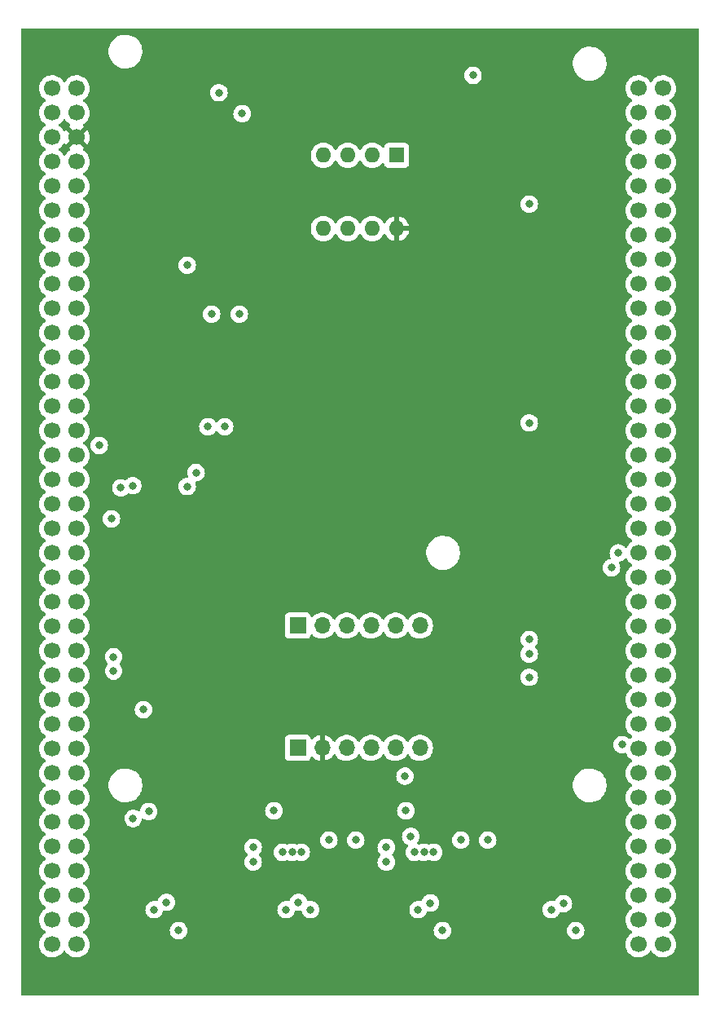
<source format=gbr>
%TF.GenerationSoftware,KiCad,Pcbnew,(6.0.1-0)*%
%TF.CreationDate,2023-01-01T10:50:50-08:00*%
%TF.ProjectId,nucleo_144_hat,6e75636c-656f-45f3-9134-345f6861742e,rev?*%
%TF.SameCoordinates,Original*%
%TF.FileFunction,Copper,L3,Inr*%
%TF.FilePolarity,Positive*%
%FSLAX46Y46*%
G04 Gerber Fmt 4.6, Leading zero omitted, Abs format (unit mm)*
G04 Created by KiCad (PCBNEW (6.0.1-0)) date 2023-01-01 10:50:50*
%MOMM*%
%LPD*%
G01*
G04 APERTURE LIST*
%TA.AperFunction,ComponentPad*%
%ADD10C,1.700000*%
%TD*%
%TA.AperFunction,ComponentPad*%
%ADD11R,1.700000X1.700000*%
%TD*%
%TA.AperFunction,ComponentPad*%
%ADD12O,1.700000X1.700000*%
%TD*%
%TA.AperFunction,ComponentPad*%
%ADD13O,1.600000X1.600000*%
%TD*%
%TA.AperFunction,ComponentPad*%
%ADD14R,1.600000X1.600000*%
%TD*%
%TA.AperFunction,ViaPad*%
%ADD15C,0.800000*%
%TD*%
G04 APERTURE END LIST*
D10*
%TO.N,/UART4_TX*%
%TO.C,U1*%
X115510500Y-57828600D03*
%TO.N,/UART4_RX*%
X118050500Y-57828600D03*
%TO.N,unconnected-(U1-Pad3)*%
X115510500Y-60368600D03*
%TO.N,unconnected-(U1-Pad4)*%
X118050500Y-60368600D03*
%TO.N,unconnected-(U1-Pad5)*%
X115510500Y-62908600D03*
%TO.N,+5V*%
X118050500Y-62908600D03*
%TO.N,unconnected-(U1-Pad7)*%
X115510500Y-65448600D03*
%TO.N,GND*%
X118050500Y-65448600D03*
%TO.N,unconnected-(U1-Pad9)*%
X115510500Y-67988600D03*
%TO.N,unconnected-(U1-Pad10)*%
X118050500Y-67988600D03*
%TO.N,unconnected-(U1-Pad11)*%
X115510500Y-70528600D03*
%TO.N,unconnected-(U1-Pad12)*%
X118050500Y-70528600D03*
%TO.N,unconnected-(U1-Pad13)*%
X115510500Y-73068600D03*
%TO.N,unconnected-(U1-Pad14)*%
X118050500Y-73068600D03*
%TO.N,unconnected-(U1-Pad15)*%
X115510500Y-75608600D03*
%TO.N,+3V3*%
X118050500Y-75608600D03*
%TO.N,/UART4_RTS*%
X115510500Y-78148600D03*
%TO.N,unconnected-(U1-Pad18)*%
X118050500Y-78148600D03*
%TO.N,GND*%
X115510500Y-80688600D03*
X118050500Y-80688600D03*
%TO.N,unconnected-(U1-Pad21)*%
X115510500Y-83228600D03*
%TO.N,GND*%
X118050500Y-83228600D03*
%TO.N,unconnected-(U1-Pad23)*%
X115510500Y-85768600D03*
%TO.N,unconnected-(U1-Pad24)*%
X118050500Y-85768600D03*
%TO.N,unconnected-(U1-Pad25)*%
X115510500Y-88308600D03*
%TO.N,unconnected-(U1-Pad26)*%
X118050500Y-88308600D03*
%TO.N,unconnected-(U1-Pad27)*%
X115510500Y-90848600D03*
%TO.N,/PWM2{slash}1*%
X118050500Y-90848600D03*
%TO.N,unconnected-(U1-Pad29)*%
X115510500Y-93388600D03*
%TO.N,/PWM2{slash}2*%
X118050500Y-93388600D03*
%TO.N,/PH1*%
X115510500Y-95928600D03*
%TO.N,unconnected-(U1-Pad32)*%
X118050500Y-95928600D03*
%TO.N,unconnected-(U1-Pad33)*%
X115510500Y-98468600D03*
%TO.N,/ADC1{slash}8*%
X118050500Y-98468600D03*
%TO.N,unconnected-(U1-Pad35)*%
X115510500Y-101008600D03*
%TO.N,unconnected-(U1-Pad36)*%
X118050500Y-101008600D03*
%TO.N,unconnected-(U1-Pad37)*%
X115510500Y-103548600D03*
%TO.N,unconnected-(U1-Pad38)*%
X118050500Y-103548600D03*
%TO.N,/UART2_RTS*%
X115510500Y-106088600D03*
%TO.N,/UART2_CTS*%
X118050500Y-106088600D03*
%TO.N,/UART2_TX*%
X115510500Y-108628600D03*
%TO.N,unconnected-(U1-Pad42)*%
X118050500Y-108628600D03*
%TO.N,/UART2_RX*%
X115510500Y-111168600D03*
%TO.N,unconnected-(U1-Pad44)*%
X118050500Y-111168600D03*
%TO.N,/SPI1_MOSI*%
X115510500Y-113708600D03*
%TO.N,unconnected-(U1-Pad46)*%
X118050500Y-113708600D03*
%TO.N,unconnected-(U1-Pad47)*%
X115510500Y-116248600D03*
%TO.N,unconnected-(U1-Pad48)*%
X118050500Y-116248600D03*
%TO.N,GND*%
X115510500Y-118788600D03*
%TO.N,unconnected-(U1-Pad50)*%
X118050500Y-118788600D03*
%TO.N,unconnected-(U1-Pad51)*%
X115510500Y-121328600D03*
%TO.N,unconnected-(U1-Pad52)*%
X118050500Y-121328600D03*
%TO.N,unconnected-(U1-Pad53)*%
X115510500Y-123868600D03*
%TO.N,unconnected-(U1-Pad54)*%
X118050500Y-123868600D03*
%TO.N,/CAN1_TX*%
X115510500Y-126408600D03*
%TO.N,unconnected-(U1-Pad56)*%
X118050500Y-126408600D03*
%TO.N,/CAN1_RX*%
X115510500Y-128948600D03*
%TO.N,unconnected-(U1-Pad58)*%
X118050500Y-128948600D03*
%TO.N,unconnected-(U1-Pad59)*%
X115510500Y-131488600D03*
%TO.N,GND*%
X118050500Y-131488600D03*
%TO.N,/TX*%
X115510500Y-134028600D03*
%TO.N,unconnected-(U1-Pad62)*%
X118050500Y-134028600D03*
%TO.N,/RX*%
X115510500Y-136568600D03*
%TO.N,unconnected-(U1-Pad64)*%
X118050500Y-136568600D03*
%TO.N,unconnected-(U1-Pad65)*%
X115510500Y-139108600D03*
%TO.N,/~{SPI1_CS1}*%
X118050500Y-139108600D03*
%TO.N,unconnected-(U1-Pad67)*%
X115510500Y-141648600D03*
%TO.N,unconnected-(U1-Pad68)*%
X118050500Y-141648600D03*
%TO.N,/UART3_TX*%
X115510500Y-144188600D03*
%TO.N,unconnected-(U1-Pad70)*%
X118050500Y-144188600D03*
%TO.N,GND*%
X115510500Y-146728600D03*
X118050500Y-146728600D03*
%TO.N,unconnected-(U1-Pad73)*%
X176470500Y-57828600D03*
%TO.N,unconnected-(U1-Pad74)*%
X179010500Y-57828600D03*
%TO.N,unconnected-(U1-Pad75)*%
X176470500Y-60368600D03*
%TO.N,unconnected-(U1-Pad76)*%
X179010500Y-60368600D03*
%TO.N,unconnected-(U1-Pad77)*%
X176470500Y-62908600D03*
%TO.N,unconnected-(U1-Pad78)*%
X179010500Y-62908600D03*
%TO.N,unconnected-(U1-Pad79)*%
X176470500Y-65448600D03*
%TO.N,unconnected-(U1-Pad80)*%
X179010500Y-65448600D03*
%TO.N,GND*%
X176470500Y-67988600D03*
%TO.N,/UART3_RX*%
X179010500Y-67988600D03*
%TO.N,unconnected-(U1-Pad83)*%
X176470500Y-70528600D03*
%TO.N,/UART1_RTS*%
X179010500Y-70528600D03*
%TO.N,unconnected-(U1-Pad85)*%
X176470500Y-73068600D03*
%TO.N,/UART1_CTS*%
X179010500Y-73068600D03*
%TO.N,unconnected-(U1-Pad87)*%
X176470500Y-75608600D03*
%TO.N,/~{SPI2_CS2}*%
X179010500Y-75608600D03*
%TO.N,/CAN2_TX*%
X176470500Y-78148600D03*
%TO.N,unconnected-(U1-Pad90)*%
X179010500Y-78148600D03*
%TO.N,unconnected-(U1-Pad91)*%
X176470500Y-80688600D03*
%TO.N,GND*%
X179010500Y-80688600D03*
%TO.N,/UART1_TX*%
X176470500Y-83228600D03*
%TO.N,unconnected-(U1-Pad94)*%
X179010500Y-83228600D03*
%TO.N,unconnected-(U1-Pad95)*%
X176470500Y-85768600D03*
%TO.N,/ADC1{slash}9*%
X179010500Y-85768600D03*
%TO.N,unconnected-(U1-Pad97)*%
X176470500Y-88308600D03*
%TO.N,/UART4_CTS*%
X179010500Y-88308600D03*
%TO.N,/SPI1_MISO*%
X176470500Y-90848600D03*
%TO.N,/UART3_RTS*%
X179010500Y-90848600D03*
%TO.N,/CAN2_RX*%
X176470500Y-93388600D03*
%TO.N,/UART3_CTS*%
X179010500Y-93388600D03*
%TO.N,/SPI1_SCK*%
X176470500Y-95928600D03*
%TO.N,GND*%
X179010500Y-95928600D03*
%TO.N,/UART1_RX*%
X176470500Y-98468600D03*
%TO.N,unconnected-(U1-Pad106)*%
X179010500Y-98468600D03*
%TO.N,/PWM2{slash}3*%
X176470500Y-101008600D03*
%TO.N,unconnected-(U1-Pad108)*%
X179010500Y-101008600D03*
%TO.N,/PWM2{slash}4*%
X176470500Y-103548600D03*
%TO.N,unconnected-(U1-Pad110)*%
X179010500Y-103548600D03*
%TO.N,GND*%
X176470500Y-106088600D03*
%TO.N,unconnected-(U1-Pad112)*%
X179010500Y-106088600D03*
%TO.N,unconnected-(U1-Pad113)*%
X176470500Y-108628600D03*
%TO.N,unconnected-(U1-Pad114)*%
X179010500Y-108628600D03*
%TO.N,unconnected-(U1-Pad115)*%
X176470500Y-111168600D03*
%TO.N,unconnected-(U1-Pad116)*%
X179010500Y-111168600D03*
%TO.N,unconnected-(U1-Pad117)*%
X176470500Y-113708600D03*
%TO.N,unconnected-(U1-Pad118)*%
X179010500Y-113708600D03*
%TO.N,unconnected-(U1-Pad119)*%
X176470500Y-116248600D03*
%TO.N,unconnected-(U1-Pad120)*%
X179010500Y-116248600D03*
%TO.N,unconnected-(U1-Pad121)*%
X176470500Y-118788600D03*
%TO.N,unconnected-(U1-Pad122)*%
X179010500Y-118788600D03*
%TO.N,unconnected-(U1-Pad123)*%
X176470500Y-121328600D03*
%TO.N,unconnected-(U1-Pad124)*%
X179010500Y-121328600D03*
%TO.N,unconnected-(U1-Pad125)*%
X176470500Y-123868600D03*
%TO.N,GND*%
X179010500Y-123868600D03*
%TO.N,unconnected-(U1-Pad127)*%
X176470500Y-126408600D03*
%TO.N,unconnected-(U1-Pad128)*%
X179010500Y-126408600D03*
%TO.N,unconnected-(U1-Pad129)*%
X176470500Y-128948600D03*
%TO.N,unconnected-(U1-Pad130)*%
X179010500Y-128948600D03*
%TO.N,unconnected-(U1-Pad131)*%
X176470500Y-131488600D03*
%TO.N,unconnected-(U1-Pad132)*%
X179010500Y-131488600D03*
%TO.N,unconnected-(U1-Pad133)*%
X176470500Y-134028600D03*
%TO.N,unconnected-(U1-Pad134)*%
X179010500Y-134028600D03*
%TO.N,GND*%
X176470500Y-136568600D03*
%TO.N,unconnected-(U1-Pad136)*%
X179010500Y-136568600D03*
%TO.N,unconnected-(U1-Pad137)*%
X176470500Y-139108600D03*
%TO.N,unconnected-(U1-Pad138)*%
X179010500Y-139108600D03*
%TO.N,unconnected-(U1-Pad139)*%
X176470500Y-141648600D03*
%TO.N,unconnected-(U1-Pad140)*%
X179010500Y-141648600D03*
%TO.N,unconnected-(U1-Pad141)*%
X176470500Y-144188600D03*
%TO.N,unconnected-(U1-Pad142)*%
X179010500Y-144188600D03*
%TO.N,GND*%
X176470500Y-146728600D03*
X179010500Y-146728600D03*
%TD*%
D11*
%TO.N,unconnected-(J15-Pad1)*%
%TO.C,J15*%
X141040000Y-113630000D03*
D12*
%TO.N,unconnected-(J15-Pad2)*%
X143580000Y-113630000D03*
%TO.N,unconnected-(J15-Pad3)*%
X146120000Y-113630000D03*
%TO.N,unconnected-(J15-Pad4)*%
X148660000Y-113630000D03*
%TO.N,unconnected-(J15-Pad5)*%
X151200000Y-113630000D03*
%TO.N,unconnected-(J15-Pad6)*%
X153740000Y-113630000D03*
%TD*%
D13*
%TO.N,+5V*%
%TO.C,U4*%
X151320000Y-72400000D03*
%TO.N,unconnected-(U4-Pad7)*%
X148780000Y-72400000D03*
%TO.N,/PH1*%
X146240000Y-72400000D03*
%TO.N,GND*%
X143700000Y-72400000D03*
%TO.N,N/C*%
X143700000Y-64780000D03*
%TO.N,Net-(R5-Pad2)*%
X146240000Y-64780000D03*
%TO.N,Net-(J13-Pad2)*%
X148780000Y-64780000D03*
D14*
%TO.N,unconnected-(U4-Pad1)*%
X151320000Y-64780000D03*
%TD*%
D11*
%TO.N,unconnected-(J14-Pad1)*%
%TO.C,J14*%
X141040000Y-126330000D03*
D12*
%TO.N,+5V*%
X143580000Y-126330000D03*
%TO.N,/RX*%
X146120000Y-126330000D03*
%TO.N,/TX*%
X148660000Y-126330000D03*
%TO.N,GND*%
X151200000Y-126330000D03*
%TO.N,unconnected-(J14-Pad6)*%
X153740000Y-126330000D03*
%TD*%
D15*
%TO.N,+5V*%
X153797000Y-132842000D03*
X165100000Y-76327000D03*
X138557000Y-145288000D03*
X152273000Y-143129000D03*
X166116000Y-145288000D03*
X165100000Y-98679000D03*
X160525000Y-56491000D03*
X142300000Y-122580000D03*
X129540000Y-91948000D03*
X129540000Y-70231000D03*
X124841000Y-145288000D03*
X140081000Y-132842000D03*
X136456000Y-58264000D03*
X165100000Y-121539000D03*
X124986000Y-114254000D03*
%TO.N,/CAN1_P*%
X139827000Y-143129000D03*
X126111000Y-143129000D03*
%TO.N,/CAN1_N*%
X127381000Y-142367000D03*
X141097000Y-142367000D03*
%TO.N,GND*%
X132842000Y-58293000D03*
X124996000Y-122354000D03*
X156083000Y-145288000D03*
X129540000Y-99187000D03*
X129540000Y-76200000D03*
X169926000Y-145288000D03*
X152273000Y-132842000D03*
X165100000Y-115062000D03*
X165100000Y-69850000D03*
X165100000Y-92583000D03*
X155166000Y-137160000D03*
X160782000Y-135890000D03*
X153166000Y-137160000D03*
X141400000Y-137160000D03*
X152180000Y-129260000D03*
X139446000Y-137160000D03*
X150241000Y-136652000D03*
X142367000Y-143129000D03*
X159255000Y-56491000D03*
X147066000Y-135890000D03*
X128651000Y-145288000D03*
X140462000Y-137160000D03*
X138557000Y-132842000D03*
X154178000Y-137160000D03*
X136398000Y-136652000D03*
%TO.N,+3V3*%
X157988000Y-135890000D03*
X121666000Y-102544000D03*
X120396000Y-94924000D03*
X144272000Y-135890000D03*
X150241000Y-138176000D03*
X136398000Y-138176000D03*
%TO.N,/PWM2{slash}1*%
X121896000Y-118344000D03*
X121896000Y-116877500D03*
%TO.N,/PH1*%
X132080000Y-81280000D03*
X134963500Y-81280000D03*
%TO.N,/ADC1{slash}8*%
X135255000Y-60452000D03*
%TO.N,/SPI1_MOSI*%
X122642701Y-99312701D03*
%TO.N,/RX*%
X125540000Y-132926500D03*
%TO.N,/TX*%
X123925902Y-133655891D03*
%TO.N,/~{SPI1_CS1}*%
X123880000Y-99100000D03*
%TO.N,/UART3_RX*%
X165100000Y-118999000D03*
%TO.N,/~{SPI2_CS2}*%
X130470000Y-97730000D03*
%TO.N,/CAN2_TX*%
X173646500Y-107620000D03*
%TO.N,/UART3_RTS*%
X165100000Y-116586000D03*
%TO.N,/CAN2_RX*%
X174752000Y-125984000D03*
X174360000Y-106080000D03*
X152781000Y-135509000D03*
%TO.N,/SPI1_SCK*%
X133439500Y-92964000D03*
X131699000Y-92964000D03*
%TO.N,/CAN2_N*%
X154813000Y-142429500D03*
X168656000Y-142494000D03*
%TO.N,/CAN2_P*%
X153543000Y-143129000D03*
X167386000Y-143129000D03*
%TD*%
%TA.AperFunction,Conductor*%
%TO.N,+5V*%
G36*
X182695121Y-51607402D02*
G01*
X182741614Y-51661058D01*
X182753000Y-51713400D01*
X182753000Y-151943800D01*
X182732998Y-152011921D01*
X182679342Y-152058414D01*
X182627000Y-152069800D01*
X112394000Y-152069800D01*
X112325879Y-152049798D01*
X112279386Y-151996142D01*
X112268000Y-151943800D01*
X112268000Y-146695295D01*
X114147751Y-146695295D01*
X114148048Y-146700448D01*
X114148048Y-146700451D01*
X114153511Y-146795190D01*
X114160610Y-146918315D01*
X114161747Y-146923361D01*
X114161748Y-146923367D01*
X114181619Y-147011539D01*
X114209722Y-147136239D01*
X114293766Y-147343216D01*
X114344519Y-147426038D01*
X114407791Y-147529288D01*
X114410487Y-147533688D01*
X114556750Y-147702538D01*
X114728626Y-147845232D01*
X114921500Y-147957938D01*
X115130192Y-148037630D01*
X115135260Y-148038661D01*
X115135263Y-148038662D01*
X115242517Y-148060483D01*
X115349097Y-148082167D01*
X115354272Y-148082357D01*
X115354274Y-148082357D01*
X115567173Y-148090164D01*
X115567177Y-148090164D01*
X115572337Y-148090353D01*
X115577457Y-148089697D01*
X115577459Y-148089697D01*
X115788788Y-148062625D01*
X115788789Y-148062625D01*
X115793916Y-148061968D01*
X115798866Y-148060483D01*
X116002929Y-147999261D01*
X116002934Y-147999259D01*
X116007884Y-147997774D01*
X116208494Y-147899496D01*
X116390360Y-147769773D01*
X116548596Y-147612089D01*
X116608094Y-147529289D01*
X116678953Y-147430677D01*
X116680276Y-147431628D01*
X116727145Y-147388457D01*
X116797080Y-147376225D01*
X116862526Y-147403744D01*
X116890375Y-147435594D01*
X116950487Y-147533688D01*
X117096750Y-147702538D01*
X117268626Y-147845232D01*
X117461500Y-147957938D01*
X117670192Y-148037630D01*
X117675260Y-148038661D01*
X117675263Y-148038662D01*
X117782517Y-148060483D01*
X117889097Y-148082167D01*
X117894272Y-148082357D01*
X117894274Y-148082357D01*
X118107173Y-148090164D01*
X118107177Y-148090164D01*
X118112337Y-148090353D01*
X118117457Y-148089697D01*
X118117459Y-148089697D01*
X118328788Y-148062625D01*
X118328789Y-148062625D01*
X118333916Y-148061968D01*
X118338866Y-148060483D01*
X118542929Y-147999261D01*
X118542934Y-147999259D01*
X118547884Y-147997774D01*
X118748494Y-147899496D01*
X118930360Y-147769773D01*
X119088596Y-147612089D01*
X119148094Y-147529289D01*
X119215935Y-147434877D01*
X119218953Y-147430677D01*
X119239820Y-147388457D01*
X119315636Y-147235053D01*
X119315637Y-147235051D01*
X119317930Y-147230411D01*
X119382870Y-147016669D01*
X119412029Y-146795190D01*
X119413656Y-146728600D01*
X119395352Y-146505961D01*
X119340931Y-146289302D01*
X119251854Y-146084440D01*
X119130514Y-145896877D01*
X118980170Y-145731651D01*
X118976119Y-145728452D01*
X118976115Y-145728448D01*
X118808914Y-145596400D01*
X118808910Y-145596398D01*
X118804859Y-145593198D01*
X118763553Y-145570396D01*
X118713584Y-145519964D01*
X118698812Y-145450521D01*
X118723928Y-145384116D01*
X118751280Y-145357509D01*
X118795103Y-145326250D01*
X118848728Y-145288000D01*
X127737496Y-145288000D01*
X127738186Y-145294565D01*
X127755337Y-145457744D01*
X127757458Y-145477928D01*
X127816473Y-145659556D01*
X127911960Y-145824944D01*
X128039747Y-145966866D01*
X128138843Y-146038864D01*
X128186132Y-146073221D01*
X128194248Y-146079118D01*
X128200276Y-146081802D01*
X128200278Y-146081803D01*
X128206201Y-146084440D01*
X128368712Y-146156794D01*
X128462112Y-146176647D01*
X128549056Y-146195128D01*
X128549061Y-146195128D01*
X128555513Y-146196500D01*
X128746487Y-146196500D01*
X128752939Y-146195128D01*
X128752944Y-146195128D01*
X128839888Y-146176647D01*
X128933288Y-146156794D01*
X129095799Y-146084440D01*
X129101722Y-146081803D01*
X129101724Y-146081802D01*
X129107752Y-146079118D01*
X129115869Y-146073221D01*
X129163157Y-146038864D01*
X129262253Y-145966866D01*
X129390040Y-145824944D01*
X129485527Y-145659556D01*
X129544542Y-145477928D01*
X129546664Y-145457744D01*
X129563814Y-145294565D01*
X129564504Y-145288000D01*
X155169496Y-145288000D01*
X155170186Y-145294565D01*
X155187337Y-145457744D01*
X155189458Y-145477928D01*
X155248473Y-145659556D01*
X155343960Y-145824944D01*
X155471747Y-145966866D01*
X155570843Y-146038864D01*
X155618132Y-146073221D01*
X155626248Y-146079118D01*
X155632276Y-146081802D01*
X155632278Y-146081803D01*
X155638201Y-146084440D01*
X155800712Y-146156794D01*
X155894112Y-146176647D01*
X155981056Y-146195128D01*
X155981061Y-146195128D01*
X155987513Y-146196500D01*
X156178487Y-146196500D01*
X156184939Y-146195128D01*
X156184944Y-146195128D01*
X156271888Y-146176647D01*
X156365288Y-146156794D01*
X156527799Y-146084440D01*
X156533722Y-146081803D01*
X156533724Y-146081802D01*
X156539752Y-146079118D01*
X156547869Y-146073221D01*
X156595157Y-146038864D01*
X156694253Y-145966866D01*
X156822040Y-145824944D01*
X156917527Y-145659556D01*
X156976542Y-145477928D01*
X156978664Y-145457744D01*
X156995814Y-145294565D01*
X156996504Y-145288000D01*
X169012496Y-145288000D01*
X169013186Y-145294565D01*
X169030337Y-145457744D01*
X169032458Y-145477928D01*
X169091473Y-145659556D01*
X169186960Y-145824944D01*
X169314747Y-145966866D01*
X169413843Y-146038864D01*
X169461132Y-146073221D01*
X169469248Y-146079118D01*
X169475276Y-146081802D01*
X169475278Y-146081803D01*
X169481201Y-146084440D01*
X169643712Y-146156794D01*
X169737112Y-146176647D01*
X169824056Y-146195128D01*
X169824061Y-146195128D01*
X169830513Y-146196500D01*
X170021487Y-146196500D01*
X170027939Y-146195128D01*
X170027944Y-146195128D01*
X170114888Y-146176647D01*
X170208288Y-146156794D01*
X170370799Y-146084440D01*
X170376722Y-146081803D01*
X170376724Y-146081802D01*
X170382752Y-146079118D01*
X170390869Y-146073221D01*
X170438157Y-146038864D01*
X170537253Y-145966866D01*
X170665040Y-145824944D01*
X170760527Y-145659556D01*
X170819542Y-145477928D01*
X170821664Y-145457744D01*
X170838814Y-145294565D01*
X170839504Y-145288000D01*
X170819542Y-145098072D01*
X170760527Y-144916444D01*
X170746200Y-144891628D01*
X170697697Y-144807620D01*
X170665040Y-144751056D01*
X170605975Y-144685457D01*
X170541675Y-144614045D01*
X170541674Y-144614044D01*
X170537253Y-144609134D01*
X170382752Y-144496882D01*
X170376724Y-144494198D01*
X170376722Y-144494197D01*
X170214319Y-144421891D01*
X170214318Y-144421891D01*
X170208288Y-144419206D01*
X170114887Y-144399353D01*
X170027944Y-144380872D01*
X170027939Y-144380872D01*
X170021487Y-144379500D01*
X169830513Y-144379500D01*
X169824061Y-144380872D01*
X169824056Y-144380872D01*
X169737113Y-144399353D01*
X169643712Y-144419206D01*
X169637682Y-144421891D01*
X169637681Y-144421891D01*
X169475278Y-144494197D01*
X169475276Y-144494198D01*
X169469248Y-144496882D01*
X169314747Y-144609134D01*
X169310326Y-144614044D01*
X169310325Y-144614045D01*
X169246026Y-144685457D01*
X169186960Y-144751056D01*
X169154303Y-144807620D01*
X169105801Y-144891628D01*
X169091473Y-144916444D01*
X169032458Y-145098072D01*
X169012496Y-145288000D01*
X156996504Y-145288000D01*
X156976542Y-145098072D01*
X156917527Y-144916444D01*
X156903200Y-144891628D01*
X156854697Y-144807620D01*
X156822040Y-144751056D01*
X156762975Y-144685457D01*
X156698675Y-144614045D01*
X156698674Y-144614044D01*
X156694253Y-144609134D01*
X156539752Y-144496882D01*
X156533724Y-144494198D01*
X156533722Y-144494197D01*
X156371319Y-144421891D01*
X156371318Y-144421891D01*
X156365288Y-144419206D01*
X156271887Y-144399353D01*
X156184944Y-144380872D01*
X156184939Y-144380872D01*
X156178487Y-144379500D01*
X155987513Y-144379500D01*
X155981061Y-144380872D01*
X155981056Y-144380872D01*
X155894113Y-144399353D01*
X155800712Y-144419206D01*
X155794682Y-144421891D01*
X155794681Y-144421891D01*
X155632278Y-144494197D01*
X155632276Y-144494198D01*
X155626248Y-144496882D01*
X155471747Y-144609134D01*
X155467326Y-144614044D01*
X155467325Y-144614045D01*
X155403026Y-144685457D01*
X155343960Y-144751056D01*
X155311303Y-144807620D01*
X155262801Y-144891628D01*
X155248473Y-144916444D01*
X155189458Y-145098072D01*
X155169496Y-145288000D01*
X129564504Y-145288000D01*
X129544542Y-145098072D01*
X129485527Y-144916444D01*
X129471200Y-144891628D01*
X129422697Y-144807620D01*
X129390040Y-144751056D01*
X129330975Y-144685457D01*
X129266675Y-144614045D01*
X129266674Y-144614044D01*
X129262253Y-144609134D01*
X129107752Y-144496882D01*
X129101724Y-144494198D01*
X129101722Y-144494197D01*
X128939319Y-144421891D01*
X128939318Y-144421891D01*
X128933288Y-144419206D01*
X128839887Y-144399353D01*
X128752944Y-144380872D01*
X128752939Y-144380872D01*
X128746487Y-144379500D01*
X128555513Y-144379500D01*
X128549061Y-144380872D01*
X128549056Y-144380872D01*
X128462113Y-144399353D01*
X128368712Y-144419206D01*
X128362682Y-144421891D01*
X128362681Y-144421891D01*
X128200278Y-144494197D01*
X128200276Y-144494198D01*
X128194248Y-144496882D01*
X128039747Y-144609134D01*
X128035326Y-144614044D01*
X128035325Y-144614045D01*
X127971026Y-144685457D01*
X127911960Y-144751056D01*
X127879303Y-144807620D01*
X127830801Y-144891628D01*
X127816473Y-144916444D01*
X127757458Y-145098072D01*
X127737496Y-145288000D01*
X118848728Y-145288000D01*
X118930360Y-145229773D01*
X119088596Y-145072089D01*
X119148094Y-144989289D01*
X119215935Y-144894877D01*
X119218953Y-144890677D01*
X119239820Y-144848457D01*
X119315636Y-144695053D01*
X119315637Y-144695051D01*
X119317930Y-144690411D01*
X119382870Y-144476669D01*
X119412029Y-144255190D01*
X119413656Y-144188600D01*
X119395352Y-143965961D01*
X119340931Y-143749302D01*
X119251854Y-143544440D01*
X119135656Y-143364825D01*
X119133322Y-143361217D01*
X119133320Y-143361214D01*
X119130514Y-143356877D01*
X118980170Y-143191651D01*
X118976119Y-143188452D01*
X118976115Y-143188448D01*
X118900841Y-143129000D01*
X125197496Y-143129000D01*
X125198186Y-143135565D01*
X125215941Y-143304491D01*
X125217458Y-143318928D01*
X125276473Y-143500556D01*
X125279776Y-143506277D01*
X125279777Y-143506279D01*
X125295332Y-143533221D01*
X125371960Y-143665944D01*
X125376378Y-143670851D01*
X125376379Y-143670852D01*
X125442741Y-143744554D01*
X125499747Y-143807866D01*
X125654248Y-143920118D01*
X125660276Y-143922802D01*
X125660278Y-143922803D01*
X125768805Y-143971122D01*
X125828712Y-143997794D01*
X125922113Y-144017647D01*
X126009056Y-144036128D01*
X126009061Y-144036128D01*
X126015513Y-144037500D01*
X126206487Y-144037500D01*
X126212939Y-144036128D01*
X126212944Y-144036128D01*
X126299887Y-144017647D01*
X126393288Y-143997794D01*
X126453195Y-143971122D01*
X126561722Y-143922803D01*
X126561724Y-143922802D01*
X126567752Y-143920118D01*
X126722253Y-143807866D01*
X126779259Y-143744554D01*
X126845621Y-143670852D01*
X126845622Y-143670851D01*
X126850040Y-143665944D01*
X126926668Y-143533221D01*
X126942223Y-143506279D01*
X126942224Y-143506277D01*
X126945527Y-143500556D01*
X127000834Y-143330340D01*
X127040908Y-143271734D01*
X127106304Y-143244097D01*
X127146864Y-143246029D01*
X127279056Y-143274128D01*
X127279061Y-143274128D01*
X127285513Y-143275500D01*
X127476487Y-143275500D01*
X127482939Y-143274128D01*
X127482944Y-143274128D01*
X127589722Y-143251431D01*
X127663288Y-143235794D01*
X127669319Y-143233109D01*
X127831722Y-143160803D01*
X127831724Y-143160802D01*
X127837752Y-143158118D01*
X127868794Y-143135565D01*
X127877830Y-143129000D01*
X138913496Y-143129000D01*
X138914186Y-143135565D01*
X138931941Y-143304491D01*
X138933458Y-143318928D01*
X138992473Y-143500556D01*
X138995776Y-143506277D01*
X138995777Y-143506279D01*
X139011332Y-143533221D01*
X139087960Y-143665944D01*
X139092378Y-143670851D01*
X139092379Y-143670852D01*
X139158741Y-143744554D01*
X139215747Y-143807866D01*
X139370248Y-143920118D01*
X139376276Y-143922802D01*
X139376278Y-143922803D01*
X139484805Y-143971122D01*
X139544712Y-143997794D01*
X139638113Y-144017647D01*
X139725056Y-144036128D01*
X139725061Y-144036128D01*
X139731513Y-144037500D01*
X139922487Y-144037500D01*
X139928939Y-144036128D01*
X139928944Y-144036128D01*
X140015887Y-144017647D01*
X140109288Y-143997794D01*
X140169195Y-143971122D01*
X140277722Y-143922803D01*
X140277724Y-143922802D01*
X140283752Y-143920118D01*
X140438253Y-143807866D01*
X140495259Y-143744554D01*
X140561621Y-143670852D01*
X140561622Y-143670851D01*
X140566040Y-143665944D01*
X140642668Y-143533221D01*
X140658223Y-143506279D01*
X140658224Y-143506277D01*
X140661527Y-143500556D01*
X140716834Y-143330340D01*
X140756908Y-143271734D01*
X140822304Y-143244097D01*
X140862864Y-143246029D01*
X140995056Y-143274128D01*
X140995061Y-143274128D01*
X141001513Y-143275500D01*
X141192487Y-143275500D01*
X141198939Y-143274128D01*
X141198944Y-143274128D01*
X141331136Y-143246029D01*
X141401927Y-143251431D01*
X141458559Y-143294248D01*
X141477166Y-143330340D01*
X141532473Y-143500556D01*
X141535776Y-143506277D01*
X141535777Y-143506279D01*
X141551332Y-143533221D01*
X141627960Y-143665944D01*
X141632378Y-143670851D01*
X141632379Y-143670852D01*
X141698741Y-143744554D01*
X141755747Y-143807866D01*
X141910248Y-143920118D01*
X141916276Y-143922802D01*
X141916278Y-143922803D01*
X142024805Y-143971122D01*
X142084712Y-143997794D01*
X142178113Y-144017647D01*
X142265056Y-144036128D01*
X142265061Y-144036128D01*
X142271513Y-144037500D01*
X142462487Y-144037500D01*
X142468939Y-144036128D01*
X142468944Y-144036128D01*
X142555887Y-144017647D01*
X142649288Y-143997794D01*
X142709195Y-143971122D01*
X142817722Y-143922803D01*
X142817724Y-143922802D01*
X142823752Y-143920118D01*
X142978253Y-143807866D01*
X143035259Y-143744554D01*
X143101621Y-143670852D01*
X143101622Y-143670851D01*
X143106040Y-143665944D01*
X143182668Y-143533221D01*
X143198223Y-143506279D01*
X143198224Y-143506277D01*
X143201527Y-143500556D01*
X143260542Y-143318928D01*
X143262060Y-143304491D01*
X143279814Y-143135565D01*
X143280504Y-143129000D01*
X152629496Y-143129000D01*
X152630186Y-143135565D01*
X152647941Y-143304491D01*
X152649458Y-143318928D01*
X152708473Y-143500556D01*
X152711776Y-143506277D01*
X152711777Y-143506279D01*
X152727332Y-143533221D01*
X152803960Y-143665944D01*
X152808378Y-143670851D01*
X152808379Y-143670852D01*
X152874741Y-143744554D01*
X152931747Y-143807866D01*
X153086248Y-143920118D01*
X153092276Y-143922802D01*
X153092278Y-143922803D01*
X153200805Y-143971122D01*
X153260712Y-143997794D01*
X153354113Y-144017647D01*
X153441056Y-144036128D01*
X153441061Y-144036128D01*
X153447513Y-144037500D01*
X153638487Y-144037500D01*
X153644939Y-144036128D01*
X153644944Y-144036128D01*
X153731887Y-144017647D01*
X153825288Y-143997794D01*
X153885195Y-143971122D01*
X153993722Y-143922803D01*
X153993724Y-143922802D01*
X153999752Y-143920118D01*
X154154253Y-143807866D01*
X154211259Y-143744554D01*
X154277621Y-143670852D01*
X154277622Y-143670851D01*
X154282040Y-143665944D01*
X154358668Y-143533221D01*
X154374223Y-143506279D01*
X154374224Y-143506277D01*
X154377527Y-143500556D01*
X154413839Y-143388801D01*
X154453911Y-143330196D01*
X154519308Y-143302559D01*
X154559866Y-143304491D01*
X154621465Y-143317584D01*
X154711056Y-143336628D01*
X154711061Y-143336628D01*
X154717513Y-143338000D01*
X154908487Y-143338000D01*
X154914939Y-143336628D01*
X154914944Y-143336628D01*
X155001888Y-143318147D01*
X155095288Y-143298294D01*
X155104376Y-143294248D01*
X155263722Y-143223303D01*
X155263724Y-143223302D01*
X155269752Y-143220618D01*
X155309622Y-143191651D01*
X155352080Y-143160803D01*
X155395853Y-143129000D01*
X166472496Y-143129000D01*
X166473186Y-143135565D01*
X166490941Y-143304491D01*
X166492458Y-143318928D01*
X166551473Y-143500556D01*
X166554776Y-143506277D01*
X166554777Y-143506279D01*
X166570332Y-143533221D01*
X166646960Y-143665944D01*
X166651378Y-143670851D01*
X166651379Y-143670852D01*
X166717741Y-143744554D01*
X166774747Y-143807866D01*
X166929248Y-143920118D01*
X166935276Y-143922802D01*
X166935278Y-143922803D01*
X167043805Y-143971122D01*
X167103712Y-143997794D01*
X167197113Y-144017647D01*
X167284056Y-144036128D01*
X167284061Y-144036128D01*
X167290513Y-144037500D01*
X167481487Y-144037500D01*
X167487939Y-144036128D01*
X167487944Y-144036128D01*
X167574887Y-144017647D01*
X167668288Y-143997794D01*
X167728195Y-143971122D01*
X167836722Y-143922803D01*
X167836724Y-143922802D01*
X167842752Y-143920118D01*
X167997253Y-143807866D01*
X168054259Y-143744554D01*
X168120621Y-143670852D01*
X168120622Y-143670851D01*
X168125040Y-143665944D01*
X168220527Y-143500556D01*
X168237235Y-143449135D01*
X168277309Y-143390530D01*
X168342706Y-143362893D01*
X168383265Y-143364825D01*
X168554056Y-143401128D01*
X168554061Y-143401128D01*
X168560513Y-143402500D01*
X168751487Y-143402500D01*
X168757939Y-143401128D01*
X168757944Y-143401128D01*
X168844888Y-143382647D01*
X168938288Y-143362794D01*
X168993977Y-143338000D01*
X169106722Y-143287803D01*
X169106724Y-143287802D01*
X169112752Y-143285118D01*
X169127879Y-143274128D01*
X169236141Y-143195470D01*
X169267253Y-143172866D01*
X169329751Y-143103455D01*
X169390621Y-143035852D01*
X169390622Y-143035851D01*
X169395040Y-143030944D01*
X169490527Y-142865556D01*
X169549542Y-142683928D01*
X169569504Y-142494000D01*
X169553953Y-142346038D01*
X169550232Y-142310635D01*
X169550232Y-142310633D01*
X169549542Y-142304072D01*
X169490527Y-142122444D01*
X169456917Y-142064229D01*
X169398341Y-141962774D01*
X169395040Y-141957056D01*
X169376684Y-141936669D01*
X169271675Y-141820045D01*
X169271674Y-141820044D01*
X169267253Y-141815134D01*
X169134259Y-141718508D01*
X169118094Y-141706763D01*
X169118093Y-141706762D01*
X169112752Y-141702882D01*
X169106724Y-141700198D01*
X169106722Y-141700197D01*
X168944319Y-141627891D01*
X168944318Y-141627891D01*
X168938288Y-141625206D01*
X168844887Y-141605353D01*
X168757944Y-141586872D01*
X168757939Y-141586872D01*
X168751487Y-141585500D01*
X168560513Y-141585500D01*
X168554061Y-141586872D01*
X168554056Y-141586872D01*
X168467113Y-141605353D01*
X168373712Y-141625206D01*
X168367682Y-141627891D01*
X168367681Y-141627891D01*
X168205278Y-141700197D01*
X168205276Y-141700198D01*
X168199248Y-141702882D01*
X168193907Y-141706762D01*
X168193906Y-141706763D01*
X168177741Y-141718508D01*
X168044747Y-141815134D01*
X168040326Y-141820044D01*
X168040325Y-141820045D01*
X167935317Y-141936669D01*
X167916960Y-141957056D01*
X167821473Y-142122444D01*
X167819433Y-142128724D01*
X167819432Y-142128725D01*
X167804765Y-142173865D01*
X167764691Y-142232470D01*
X167699294Y-142260107D01*
X167658735Y-142258175D01*
X167487944Y-142221872D01*
X167487939Y-142221872D01*
X167481487Y-142220500D01*
X167290513Y-142220500D01*
X167284061Y-142221872D01*
X167284056Y-142221872D01*
X167200787Y-142239572D01*
X167103712Y-142260206D01*
X167097682Y-142262891D01*
X167097681Y-142262891D01*
X166935278Y-142335197D01*
X166935276Y-142335198D01*
X166929248Y-142337882D01*
X166923907Y-142341762D01*
X166923906Y-142341763D01*
X166889171Y-142367000D01*
X166774747Y-142450134D01*
X166770326Y-142455044D01*
X166770325Y-142455045D01*
X166672937Y-142563206D01*
X166646960Y-142592056D01*
X166551473Y-142757444D01*
X166492458Y-142939072D01*
X166491768Y-142945633D01*
X166491768Y-142945635D01*
X166480725Y-143050704D01*
X166472496Y-143129000D01*
X155395853Y-143129000D01*
X155424253Y-143108366D01*
X155471043Y-143056400D01*
X155547621Y-142971352D01*
X155547622Y-142971351D01*
X155552040Y-142966444D01*
X155613661Y-142859714D01*
X155644223Y-142806779D01*
X155644224Y-142806778D01*
X155647527Y-142801056D01*
X155706542Y-142619428D01*
X155726504Y-142429500D01*
X155718661Y-142354877D01*
X155707232Y-142246135D01*
X155707232Y-142246133D01*
X155706542Y-142239572D01*
X155647527Y-142057944D01*
X155552040Y-141892556D01*
X155424253Y-141750634D01*
X155325157Y-141678636D01*
X155275094Y-141642263D01*
X155275093Y-141642262D01*
X155269752Y-141638382D01*
X155263724Y-141635698D01*
X155263722Y-141635697D01*
X155101319Y-141563391D01*
X155101318Y-141563391D01*
X155095288Y-141560706D01*
X155001887Y-141540853D01*
X154914944Y-141522372D01*
X154914939Y-141522372D01*
X154908487Y-141521000D01*
X154717513Y-141521000D01*
X154711061Y-141522372D01*
X154711056Y-141522372D01*
X154624113Y-141540853D01*
X154530712Y-141560706D01*
X154524682Y-141563391D01*
X154524681Y-141563391D01*
X154362278Y-141635697D01*
X154362276Y-141635698D01*
X154356248Y-141638382D01*
X154350907Y-141642262D01*
X154350906Y-141642263D01*
X154300843Y-141678636D01*
X154201747Y-141750634D01*
X154073960Y-141892556D01*
X153978473Y-142057944D01*
X153948429Y-142150411D01*
X153942162Y-142169698D01*
X153902089Y-142228304D01*
X153836692Y-142255941D01*
X153796134Y-142254009D01*
X153728213Y-142239572D01*
X153644944Y-142221872D01*
X153644939Y-142221872D01*
X153638487Y-142220500D01*
X153447513Y-142220500D01*
X153441061Y-142221872D01*
X153441056Y-142221872D01*
X153357787Y-142239572D01*
X153260712Y-142260206D01*
X153254682Y-142262891D01*
X153254681Y-142262891D01*
X153092278Y-142335197D01*
X153092276Y-142335198D01*
X153086248Y-142337882D01*
X153080907Y-142341762D01*
X153080906Y-142341763D01*
X153046171Y-142367000D01*
X152931747Y-142450134D01*
X152927326Y-142455044D01*
X152927325Y-142455045D01*
X152829937Y-142563206D01*
X152803960Y-142592056D01*
X152708473Y-142757444D01*
X152649458Y-142939072D01*
X152648768Y-142945633D01*
X152648768Y-142945635D01*
X152637725Y-143050704D01*
X152629496Y-143129000D01*
X143280504Y-143129000D01*
X143272275Y-143050704D01*
X143261232Y-142945635D01*
X143261232Y-142945633D01*
X143260542Y-142939072D01*
X143201527Y-142757444D01*
X143106040Y-142592056D01*
X143080064Y-142563206D01*
X142982675Y-142455045D01*
X142982674Y-142455044D01*
X142978253Y-142450134D01*
X142863829Y-142367000D01*
X142829094Y-142341763D01*
X142829093Y-142341762D01*
X142823752Y-142337882D01*
X142817724Y-142335198D01*
X142817722Y-142335197D01*
X142655319Y-142262891D01*
X142655318Y-142262891D01*
X142649288Y-142260206D01*
X142552213Y-142239572D01*
X142468944Y-142221872D01*
X142468939Y-142221872D01*
X142462487Y-142220500D01*
X142271513Y-142220500D01*
X142265061Y-142221872D01*
X142265056Y-142221872D01*
X142132864Y-142249971D01*
X142062073Y-142244569D01*
X142005441Y-142201752D01*
X141986834Y-142165660D01*
X141933569Y-142001729D01*
X141931527Y-141995444D01*
X141836040Y-141830056D01*
X141708253Y-141688134D01*
X141600934Y-141610162D01*
X141559094Y-141579763D01*
X141559093Y-141579762D01*
X141553752Y-141575882D01*
X141547724Y-141573198D01*
X141547722Y-141573197D01*
X141385319Y-141500891D01*
X141385318Y-141500891D01*
X141379288Y-141498206D01*
X141285888Y-141478353D01*
X141198944Y-141459872D01*
X141198939Y-141459872D01*
X141192487Y-141458500D01*
X141001513Y-141458500D01*
X140995061Y-141459872D01*
X140995056Y-141459872D01*
X140908112Y-141478353D01*
X140814712Y-141498206D01*
X140808682Y-141500891D01*
X140808681Y-141500891D01*
X140646278Y-141573197D01*
X140646276Y-141573198D01*
X140640248Y-141575882D01*
X140634907Y-141579762D01*
X140634906Y-141579763D01*
X140593066Y-141610162D01*
X140485747Y-141688134D01*
X140357960Y-141830056D01*
X140262473Y-141995444D01*
X140260431Y-142001729D01*
X140207166Y-142165660D01*
X140167092Y-142224266D01*
X140101696Y-142251903D01*
X140061136Y-142249971D01*
X139928944Y-142221872D01*
X139928939Y-142221872D01*
X139922487Y-142220500D01*
X139731513Y-142220500D01*
X139725061Y-142221872D01*
X139725056Y-142221872D01*
X139641787Y-142239572D01*
X139544712Y-142260206D01*
X139538682Y-142262891D01*
X139538681Y-142262891D01*
X139376278Y-142335197D01*
X139376276Y-142335198D01*
X139370248Y-142337882D01*
X139364907Y-142341762D01*
X139364906Y-142341763D01*
X139330171Y-142367000D01*
X139215747Y-142450134D01*
X139211326Y-142455044D01*
X139211325Y-142455045D01*
X139113937Y-142563206D01*
X139087960Y-142592056D01*
X138992473Y-142757444D01*
X138933458Y-142939072D01*
X138932768Y-142945633D01*
X138932768Y-142945635D01*
X138921725Y-143050704D01*
X138913496Y-143129000D01*
X127877830Y-143129000D01*
X127985594Y-143050704D01*
X127992253Y-143045866D01*
X128001270Y-143035852D01*
X128115621Y-142908852D01*
X128115622Y-142908851D01*
X128120040Y-142903944D01*
X128215527Y-142738556D01*
X128274542Y-142556928D01*
X128286175Y-142446251D01*
X128293814Y-142373565D01*
X128294504Y-142367000D01*
X128283269Y-142260107D01*
X128275232Y-142183635D01*
X128275232Y-142183633D01*
X128274542Y-142177072D01*
X128215527Y-141995444D01*
X128120040Y-141830056D01*
X127992253Y-141688134D01*
X127884934Y-141610162D01*
X127843094Y-141579763D01*
X127843093Y-141579762D01*
X127837752Y-141575882D01*
X127831724Y-141573198D01*
X127831722Y-141573197D01*
X127669319Y-141500891D01*
X127669318Y-141500891D01*
X127663288Y-141498206D01*
X127569888Y-141478353D01*
X127482944Y-141459872D01*
X127482939Y-141459872D01*
X127476487Y-141458500D01*
X127285513Y-141458500D01*
X127279061Y-141459872D01*
X127279056Y-141459872D01*
X127192112Y-141478353D01*
X127098712Y-141498206D01*
X127092682Y-141500891D01*
X127092681Y-141500891D01*
X126930278Y-141573197D01*
X126930276Y-141573198D01*
X126924248Y-141575882D01*
X126918907Y-141579762D01*
X126918906Y-141579763D01*
X126877066Y-141610162D01*
X126769747Y-141688134D01*
X126641960Y-141830056D01*
X126546473Y-141995444D01*
X126544431Y-142001729D01*
X126491166Y-142165660D01*
X126451092Y-142224266D01*
X126385696Y-142251903D01*
X126345136Y-142249971D01*
X126212944Y-142221872D01*
X126212939Y-142221872D01*
X126206487Y-142220500D01*
X126015513Y-142220500D01*
X126009061Y-142221872D01*
X126009056Y-142221872D01*
X125925787Y-142239572D01*
X125828712Y-142260206D01*
X125822682Y-142262891D01*
X125822681Y-142262891D01*
X125660278Y-142335197D01*
X125660276Y-142335198D01*
X125654248Y-142337882D01*
X125648907Y-142341762D01*
X125648906Y-142341763D01*
X125614171Y-142367000D01*
X125499747Y-142450134D01*
X125495326Y-142455044D01*
X125495325Y-142455045D01*
X125397937Y-142563206D01*
X125371960Y-142592056D01*
X125276473Y-142757444D01*
X125217458Y-142939072D01*
X125216768Y-142945633D01*
X125216768Y-142945635D01*
X125205725Y-143050704D01*
X125197496Y-143129000D01*
X118900841Y-143129000D01*
X118808914Y-143056400D01*
X118808910Y-143056398D01*
X118804859Y-143053198D01*
X118763553Y-143030396D01*
X118713584Y-142979964D01*
X118698812Y-142910521D01*
X118723928Y-142844116D01*
X118751280Y-142817509D01*
X118795103Y-142786250D01*
X118930360Y-142689773D01*
X118936226Y-142683928D01*
X119084935Y-142535737D01*
X119088596Y-142532089D01*
X119143958Y-142455045D01*
X119215935Y-142354877D01*
X119218953Y-142350677D01*
X119239820Y-142308457D01*
X119315636Y-142155053D01*
X119315637Y-142155051D01*
X119317930Y-142150411D01*
X119382870Y-141936669D01*
X119412029Y-141715190D01*
X119413656Y-141648600D01*
X119395352Y-141425961D01*
X119340931Y-141209302D01*
X119251854Y-141004440D01*
X119130514Y-140816877D01*
X118980170Y-140651651D01*
X118976119Y-140648452D01*
X118976115Y-140648448D01*
X118808914Y-140516400D01*
X118808910Y-140516398D01*
X118804859Y-140513198D01*
X118763553Y-140490396D01*
X118713584Y-140439964D01*
X118698812Y-140370521D01*
X118723928Y-140304116D01*
X118751280Y-140277509D01*
X118795103Y-140246250D01*
X118930360Y-140149773D01*
X119088596Y-139992089D01*
X119148094Y-139909289D01*
X119215935Y-139814877D01*
X119218953Y-139810677D01*
X119239820Y-139768457D01*
X119315636Y-139615053D01*
X119315637Y-139615051D01*
X119317930Y-139610411D01*
X119382870Y-139396669D01*
X119412029Y-139175190D01*
X119413656Y-139108600D01*
X119395352Y-138885961D01*
X119340931Y-138669302D01*
X119251854Y-138464440D01*
X119130514Y-138276877D01*
X119038723Y-138176000D01*
X135484496Y-138176000D01*
X135504458Y-138365928D01*
X135563473Y-138547556D01*
X135658960Y-138712944D01*
X135786747Y-138854866D01*
X135941248Y-138967118D01*
X135947276Y-138969802D01*
X135947278Y-138969803D01*
X136109681Y-139042109D01*
X136115712Y-139044794D01*
X136209112Y-139064647D01*
X136296056Y-139083128D01*
X136296061Y-139083128D01*
X136302513Y-139084500D01*
X136493487Y-139084500D01*
X136499939Y-139083128D01*
X136499944Y-139083128D01*
X136586888Y-139064647D01*
X136680288Y-139044794D01*
X136686319Y-139042109D01*
X136848722Y-138969803D01*
X136848724Y-138969802D01*
X136854752Y-138967118D01*
X137009253Y-138854866D01*
X137137040Y-138712944D01*
X137232527Y-138547556D01*
X137291542Y-138365928D01*
X137311504Y-138176000D01*
X149327496Y-138176000D01*
X149347458Y-138365928D01*
X149406473Y-138547556D01*
X149501960Y-138712944D01*
X149629747Y-138854866D01*
X149784248Y-138967118D01*
X149790276Y-138969802D01*
X149790278Y-138969803D01*
X149952681Y-139042109D01*
X149958712Y-139044794D01*
X150052112Y-139064647D01*
X150139056Y-139083128D01*
X150139061Y-139083128D01*
X150145513Y-139084500D01*
X150336487Y-139084500D01*
X150342939Y-139083128D01*
X150342944Y-139083128D01*
X150429888Y-139064647D01*
X150523288Y-139044794D01*
X150529319Y-139042109D01*
X150691722Y-138969803D01*
X150691724Y-138969802D01*
X150697752Y-138967118D01*
X150852253Y-138854866D01*
X150980040Y-138712944D01*
X151075527Y-138547556D01*
X151134542Y-138365928D01*
X151154504Y-138176000D01*
X151145058Y-138086130D01*
X151135232Y-137992635D01*
X151135232Y-137992633D01*
X151134542Y-137986072D01*
X151075527Y-137804444D01*
X150980040Y-137639056D01*
X150953674Y-137609773D01*
X150853312Y-137498310D01*
X150822594Y-137434303D01*
X150831359Y-137363849D01*
X150853312Y-137329690D01*
X150975621Y-137193852D01*
X150975622Y-137193851D01*
X150980040Y-137188944D01*
X151075527Y-137023556D01*
X151134542Y-136841928D01*
X151139107Y-136798500D01*
X151153814Y-136658565D01*
X151154504Y-136652000D01*
X151150946Y-136618148D01*
X151135232Y-136468635D01*
X151135232Y-136468633D01*
X151134542Y-136462072D01*
X151075527Y-136280444D01*
X150980040Y-136115056D01*
X150954064Y-136086206D01*
X150856675Y-135978045D01*
X150856674Y-135978044D01*
X150852253Y-135973134D01*
X150732708Y-135886279D01*
X150703094Y-135864763D01*
X150703093Y-135864762D01*
X150697752Y-135860882D01*
X150691724Y-135858198D01*
X150691722Y-135858197D01*
X150529319Y-135785891D01*
X150529318Y-135785891D01*
X150523288Y-135783206D01*
X150429888Y-135763353D01*
X150342944Y-135744872D01*
X150342939Y-135744872D01*
X150336487Y-135743500D01*
X150145513Y-135743500D01*
X150139061Y-135744872D01*
X150139056Y-135744872D01*
X150052112Y-135763353D01*
X149958712Y-135783206D01*
X149952682Y-135785891D01*
X149952681Y-135785891D01*
X149790278Y-135858197D01*
X149790276Y-135858198D01*
X149784248Y-135860882D01*
X149778907Y-135864762D01*
X149778906Y-135864763D01*
X149749292Y-135886279D01*
X149629747Y-135973134D01*
X149625326Y-135978044D01*
X149625325Y-135978045D01*
X149527937Y-136086206D01*
X149501960Y-136115056D01*
X149406473Y-136280444D01*
X149347458Y-136462072D01*
X149346768Y-136468633D01*
X149346768Y-136468635D01*
X149331054Y-136618148D01*
X149327496Y-136652000D01*
X149328186Y-136658565D01*
X149342894Y-136798500D01*
X149347458Y-136841928D01*
X149406473Y-137023556D01*
X149501960Y-137188944D01*
X149506378Y-137193851D01*
X149506379Y-137193852D01*
X149628688Y-137329690D01*
X149659406Y-137393697D01*
X149650641Y-137464151D01*
X149628688Y-137498310D01*
X149528327Y-137609773D01*
X149501960Y-137639056D01*
X149406473Y-137804444D01*
X149347458Y-137986072D01*
X149346768Y-137992633D01*
X149346768Y-137992635D01*
X149336942Y-138086130D01*
X149327496Y-138176000D01*
X137311504Y-138176000D01*
X137302058Y-138086130D01*
X137292232Y-137992635D01*
X137292232Y-137992633D01*
X137291542Y-137986072D01*
X137232527Y-137804444D01*
X137137040Y-137639056D01*
X137110674Y-137609773D01*
X137010312Y-137498310D01*
X136979594Y-137434303D01*
X136988359Y-137363849D01*
X137010312Y-137329690D01*
X137132621Y-137193852D01*
X137132622Y-137193851D01*
X137137040Y-137188944D01*
X137153751Y-137160000D01*
X138532496Y-137160000D01*
X138533186Y-137166565D01*
X138550455Y-137330866D01*
X138552458Y-137349928D01*
X138611473Y-137531556D01*
X138706960Y-137696944D01*
X138834747Y-137838866D01*
X138871045Y-137865238D01*
X138977490Y-137942575D01*
X138989248Y-137951118D01*
X138995276Y-137953802D01*
X138995278Y-137953803D01*
X139067756Y-137986072D01*
X139163712Y-138028794D01*
X139257112Y-138048647D01*
X139344056Y-138067128D01*
X139344061Y-138067128D01*
X139350513Y-138068500D01*
X139541487Y-138068500D01*
X139547939Y-138067128D01*
X139547944Y-138067128D01*
X139634888Y-138048647D01*
X139728288Y-138028794D01*
X139902752Y-137951118D01*
X139973118Y-137941684D01*
X140005247Y-137951118D01*
X140005248Y-137951118D01*
X140179712Y-138028794D01*
X140273112Y-138048647D01*
X140360056Y-138067128D01*
X140360061Y-138067128D01*
X140366513Y-138068500D01*
X140557487Y-138068500D01*
X140563939Y-138067128D01*
X140563944Y-138067128D01*
X140650888Y-138048647D01*
X140744288Y-138028794D01*
X140879752Y-137968482D01*
X140950118Y-137959048D01*
X140982247Y-137968481D01*
X141117712Y-138028794D01*
X141211112Y-138048647D01*
X141298056Y-138067128D01*
X141298061Y-138067128D01*
X141304513Y-138068500D01*
X141495487Y-138068500D01*
X141501939Y-138067128D01*
X141501944Y-138067128D01*
X141588888Y-138048647D01*
X141682288Y-138028794D01*
X141778244Y-137986072D01*
X141850722Y-137953803D01*
X141850724Y-137953802D01*
X141856752Y-137951118D01*
X141868511Y-137942575D01*
X141974955Y-137865238D01*
X142011253Y-137838866D01*
X142139040Y-137696944D01*
X142234527Y-137531556D01*
X142293542Y-137349928D01*
X142295546Y-137330866D01*
X142312814Y-137166565D01*
X142313504Y-137160000D01*
X142293542Y-136970072D01*
X142234527Y-136788444D01*
X142139040Y-136623056D01*
X142093744Y-136572749D01*
X142015675Y-136486045D01*
X142015674Y-136486044D01*
X142011253Y-136481134D01*
X141900433Y-136400618D01*
X141862094Y-136372763D01*
X141862093Y-136372762D01*
X141856752Y-136368882D01*
X141850724Y-136366198D01*
X141850722Y-136366197D01*
X141688319Y-136293891D01*
X141688318Y-136293891D01*
X141682288Y-136291206D01*
X141569721Y-136267279D01*
X141501944Y-136252872D01*
X141501939Y-136252872D01*
X141495487Y-136251500D01*
X141304513Y-136251500D01*
X141298061Y-136252872D01*
X141298056Y-136252872D01*
X141230279Y-136267279D01*
X141117712Y-136291206D01*
X141111682Y-136293891D01*
X141111681Y-136293891D01*
X141079570Y-136308188D01*
X140982248Y-136351518D01*
X140911882Y-136360952D01*
X140879753Y-136351519D01*
X140782430Y-136308188D01*
X140750319Y-136293891D01*
X140750318Y-136293891D01*
X140744288Y-136291206D01*
X140631721Y-136267279D01*
X140563944Y-136252872D01*
X140563939Y-136252872D01*
X140557487Y-136251500D01*
X140366513Y-136251500D01*
X140360061Y-136252872D01*
X140360056Y-136252872D01*
X140292279Y-136267279D01*
X140179712Y-136291206D01*
X140173682Y-136293891D01*
X140173681Y-136293891D01*
X140141570Y-136308188D01*
X140005248Y-136368882D01*
X139934882Y-136378316D01*
X139902753Y-136368882D01*
X139902752Y-136368882D01*
X139766430Y-136308188D01*
X139734319Y-136293891D01*
X139734318Y-136293891D01*
X139728288Y-136291206D01*
X139615721Y-136267279D01*
X139547944Y-136252872D01*
X139547939Y-136252872D01*
X139541487Y-136251500D01*
X139350513Y-136251500D01*
X139344061Y-136252872D01*
X139344056Y-136252872D01*
X139276279Y-136267279D01*
X139163712Y-136291206D01*
X139157682Y-136293891D01*
X139157681Y-136293891D01*
X138995278Y-136366197D01*
X138995276Y-136366198D01*
X138989248Y-136368882D01*
X138983907Y-136372762D01*
X138983906Y-136372763D01*
X138945567Y-136400618D01*
X138834747Y-136481134D01*
X138830326Y-136486044D01*
X138830325Y-136486045D01*
X138752257Y-136572749D01*
X138706960Y-136623056D01*
X138611473Y-136788444D01*
X138552458Y-136970072D01*
X138532496Y-137160000D01*
X137153751Y-137160000D01*
X137232527Y-137023556D01*
X137291542Y-136841928D01*
X137296107Y-136798500D01*
X137310814Y-136658565D01*
X137311504Y-136652000D01*
X137307946Y-136618148D01*
X137292232Y-136468635D01*
X137292232Y-136468633D01*
X137291542Y-136462072D01*
X137232527Y-136280444D01*
X137137040Y-136115056D01*
X137111064Y-136086206D01*
X137013675Y-135978045D01*
X137013674Y-135978044D01*
X137009253Y-135973134D01*
X136894829Y-135890000D01*
X143358496Y-135890000D01*
X143359186Y-135896565D01*
X143375402Y-136050847D01*
X143378458Y-136079928D01*
X143437473Y-136261556D01*
X143532960Y-136426944D01*
X143537378Y-136431851D01*
X143537379Y-136431852D01*
X143631923Y-136536854D01*
X143660747Y-136568866D01*
X143735333Y-136623056D01*
X143784207Y-136658565D01*
X143815248Y-136681118D01*
X143821276Y-136683802D01*
X143821278Y-136683803D01*
X143983681Y-136756109D01*
X143989712Y-136758794D01*
X144083113Y-136778647D01*
X144170056Y-136797128D01*
X144170061Y-136797128D01*
X144176513Y-136798500D01*
X144367487Y-136798500D01*
X144373939Y-136797128D01*
X144373944Y-136797128D01*
X144460887Y-136778647D01*
X144554288Y-136758794D01*
X144560319Y-136756109D01*
X144722722Y-136683803D01*
X144722724Y-136683802D01*
X144728752Y-136681118D01*
X144759794Y-136658565D01*
X144808667Y-136623056D01*
X144883253Y-136568866D01*
X144912077Y-136536854D01*
X145006621Y-136431852D01*
X145006622Y-136431851D01*
X145011040Y-136426944D01*
X145106527Y-136261556D01*
X145165542Y-136079928D01*
X145168599Y-136050847D01*
X145184814Y-135896565D01*
X145185504Y-135890000D01*
X146152496Y-135890000D01*
X146153186Y-135896565D01*
X146169402Y-136050847D01*
X146172458Y-136079928D01*
X146231473Y-136261556D01*
X146326960Y-136426944D01*
X146331378Y-136431851D01*
X146331379Y-136431852D01*
X146425923Y-136536854D01*
X146454747Y-136568866D01*
X146529333Y-136623056D01*
X146578207Y-136658565D01*
X146609248Y-136681118D01*
X146615276Y-136683802D01*
X146615278Y-136683803D01*
X146777681Y-136756109D01*
X146783712Y-136758794D01*
X146877113Y-136778647D01*
X146964056Y-136797128D01*
X146964061Y-136797128D01*
X146970513Y-136798500D01*
X147161487Y-136798500D01*
X147167939Y-136797128D01*
X147167944Y-136797128D01*
X147254887Y-136778647D01*
X147348288Y-136758794D01*
X147354319Y-136756109D01*
X147516722Y-136683803D01*
X147516724Y-136683802D01*
X147522752Y-136681118D01*
X147553794Y-136658565D01*
X147602667Y-136623056D01*
X147677253Y-136568866D01*
X147706077Y-136536854D01*
X147800621Y-136431852D01*
X147800622Y-136431851D01*
X147805040Y-136426944D01*
X147900527Y-136261556D01*
X147959542Y-136079928D01*
X147962599Y-136050847D01*
X147978814Y-135896565D01*
X147979504Y-135890000D01*
X147968280Y-135783206D01*
X147960232Y-135706635D01*
X147960232Y-135706633D01*
X147959542Y-135700072D01*
X147900527Y-135518444D01*
X147895075Y-135509000D01*
X151867496Y-135509000D01*
X151887458Y-135698928D01*
X151946473Y-135880556D01*
X151949776Y-135886278D01*
X151949777Y-135886279D01*
X151965332Y-135913221D01*
X152041960Y-136045944D01*
X152046375Y-136050847D01*
X152046379Y-136050852D01*
X152099769Y-136110148D01*
X152169747Y-136187866D01*
X152257331Y-136251500D01*
X152315679Y-136293892D01*
X152324248Y-136300118D01*
X152330276Y-136302802D01*
X152330278Y-136302803D01*
X152446702Y-136354638D01*
X152500798Y-136400618D01*
X152521447Y-136468545D01*
X152502095Y-136536854D01*
X152489095Y-136554048D01*
X152426960Y-136623056D01*
X152331473Y-136788444D01*
X152272458Y-136970072D01*
X152252496Y-137160000D01*
X152253186Y-137166565D01*
X152270455Y-137330866D01*
X152272458Y-137349928D01*
X152331473Y-137531556D01*
X152426960Y-137696944D01*
X152554747Y-137838866D01*
X152591045Y-137865238D01*
X152697490Y-137942575D01*
X152709248Y-137951118D01*
X152715276Y-137953802D01*
X152715278Y-137953803D01*
X152787756Y-137986072D01*
X152883712Y-138028794D01*
X152977112Y-138048647D01*
X153064056Y-138067128D01*
X153064061Y-138067128D01*
X153070513Y-138068500D01*
X153261487Y-138068500D01*
X153267939Y-138067128D01*
X153267944Y-138067128D01*
X153354888Y-138048647D01*
X153448288Y-138028794D01*
X153558345Y-137979794D01*
X153620751Y-137952009D01*
X153691118Y-137942575D01*
X153723249Y-137952009D01*
X153785656Y-137979794D01*
X153895712Y-138028794D01*
X153989112Y-138048647D01*
X154076056Y-138067128D01*
X154076061Y-138067128D01*
X154082513Y-138068500D01*
X154273487Y-138068500D01*
X154279939Y-138067128D01*
X154279944Y-138067128D01*
X154366888Y-138048647D01*
X154460288Y-138028794D01*
X154466315Y-138026111D01*
X154466323Y-138026108D01*
X154620752Y-137957352D01*
X154691119Y-137947918D01*
X154723248Y-137957352D01*
X154877677Y-138026108D01*
X154877685Y-138026111D01*
X154883712Y-138028794D01*
X154977112Y-138048647D01*
X155064056Y-138067128D01*
X155064061Y-138067128D01*
X155070513Y-138068500D01*
X155261487Y-138068500D01*
X155267939Y-138067128D01*
X155267944Y-138067128D01*
X155354888Y-138048647D01*
X155448288Y-138028794D01*
X155544244Y-137986072D01*
X155616722Y-137953803D01*
X155616724Y-137953802D01*
X155622752Y-137951118D01*
X155634511Y-137942575D01*
X155740955Y-137865238D01*
X155777253Y-137838866D01*
X155905040Y-137696944D01*
X156000527Y-137531556D01*
X156059542Y-137349928D01*
X156061546Y-137330866D01*
X156078814Y-137166565D01*
X156079504Y-137160000D01*
X156059542Y-136970072D01*
X156000527Y-136788444D01*
X155905040Y-136623056D01*
X155859744Y-136572749D01*
X155781675Y-136486045D01*
X155781674Y-136486044D01*
X155777253Y-136481134D01*
X155666433Y-136400618D01*
X155628094Y-136372763D01*
X155628093Y-136372762D01*
X155622752Y-136368882D01*
X155616724Y-136366198D01*
X155616722Y-136366197D01*
X155454319Y-136293891D01*
X155454318Y-136293891D01*
X155448288Y-136291206D01*
X155335721Y-136267279D01*
X155267944Y-136252872D01*
X155267939Y-136252872D01*
X155261487Y-136251500D01*
X155070513Y-136251500D01*
X155064061Y-136252872D01*
X155064056Y-136252872D01*
X154996279Y-136267279D01*
X154883712Y-136291206D01*
X154877685Y-136293889D01*
X154877677Y-136293892D01*
X154723248Y-136362648D01*
X154652881Y-136372082D01*
X154620752Y-136362648D01*
X154466323Y-136293892D01*
X154466315Y-136293889D01*
X154460288Y-136291206D01*
X154347721Y-136267279D01*
X154279944Y-136252872D01*
X154279939Y-136252872D01*
X154273487Y-136251500D01*
X154082513Y-136251500D01*
X154076061Y-136252872D01*
X154076056Y-136252872D01*
X154008279Y-136267279D01*
X153895712Y-136291206D01*
X153889682Y-136293891D01*
X153889681Y-136293891D01*
X153723249Y-136367991D01*
X153652882Y-136377425D01*
X153620751Y-136367991D01*
X153500298Y-136314362D01*
X153446202Y-136268382D01*
X153425553Y-136200455D01*
X153444905Y-136132147D01*
X153457905Y-136114952D01*
X153520040Y-136045944D01*
X153596668Y-135913221D01*
X153610075Y-135890000D01*
X157074496Y-135890000D01*
X157075186Y-135896565D01*
X157091402Y-136050847D01*
X157094458Y-136079928D01*
X157153473Y-136261556D01*
X157248960Y-136426944D01*
X157253378Y-136431851D01*
X157253379Y-136431852D01*
X157347923Y-136536854D01*
X157376747Y-136568866D01*
X157451333Y-136623056D01*
X157500207Y-136658565D01*
X157531248Y-136681118D01*
X157537276Y-136683802D01*
X157537278Y-136683803D01*
X157699681Y-136756109D01*
X157705712Y-136758794D01*
X157799113Y-136778647D01*
X157886056Y-136797128D01*
X157886061Y-136797128D01*
X157892513Y-136798500D01*
X158083487Y-136798500D01*
X158089939Y-136797128D01*
X158089944Y-136797128D01*
X158176887Y-136778647D01*
X158270288Y-136758794D01*
X158276319Y-136756109D01*
X158438722Y-136683803D01*
X158438724Y-136683802D01*
X158444752Y-136681118D01*
X158475794Y-136658565D01*
X158524667Y-136623056D01*
X158599253Y-136568866D01*
X158628077Y-136536854D01*
X158722621Y-136431852D01*
X158722622Y-136431851D01*
X158727040Y-136426944D01*
X158822527Y-136261556D01*
X158881542Y-136079928D01*
X158884599Y-136050847D01*
X158900814Y-135896565D01*
X158901504Y-135890000D01*
X159868496Y-135890000D01*
X159869186Y-135896565D01*
X159885402Y-136050847D01*
X159888458Y-136079928D01*
X159947473Y-136261556D01*
X160042960Y-136426944D01*
X160047378Y-136431851D01*
X160047379Y-136431852D01*
X160141923Y-136536854D01*
X160170747Y-136568866D01*
X160245333Y-136623056D01*
X160294207Y-136658565D01*
X160325248Y-136681118D01*
X160331276Y-136683802D01*
X160331278Y-136683803D01*
X160493681Y-136756109D01*
X160499712Y-136758794D01*
X160593113Y-136778647D01*
X160680056Y-136797128D01*
X160680061Y-136797128D01*
X160686513Y-136798500D01*
X160877487Y-136798500D01*
X160883939Y-136797128D01*
X160883944Y-136797128D01*
X160970887Y-136778647D01*
X161064288Y-136758794D01*
X161070319Y-136756109D01*
X161232722Y-136683803D01*
X161232724Y-136683802D01*
X161238752Y-136681118D01*
X161269794Y-136658565D01*
X161318667Y-136623056D01*
X161393253Y-136568866D01*
X161422077Y-136536854D01*
X161516621Y-136431852D01*
X161516622Y-136431851D01*
X161521040Y-136426944D01*
X161616527Y-136261556D01*
X161675542Y-136079928D01*
X161678599Y-136050847D01*
X161694814Y-135896565D01*
X161695504Y-135890000D01*
X161684280Y-135783206D01*
X161676232Y-135706635D01*
X161676232Y-135706633D01*
X161675542Y-135700072D01*
X161616527Y-135518444D01*
X161611075Y-135509000D01*
X161553124Y-135408627D01*
X161521040Y-135353056D01*
X161481820Y-135309497D01*
X161397675Y-135216045D01*
X161397674Y-135216044D01*
X161393253Y-135211134D01*
X161238752Y-135098882D01*
X161232724Y-135096198D01*
X161232722Y-135096197D01*
X161070319Y-135023891D01*
X161070318Y-135023891D01*
X161064288Y-135021206D01*
X160958082Y-134998631D01*
X160883944Y-134982872D01*
X160883939Y-134982872D01*
X160877487Y-134981500D01*
X160686513Y-134981500D01*
X160680061Y-134982872D01*
X160680056Y-134982872D01*
X160605918Y-134998631D01*
X160499712Y-135021206D01*
X160493682Y-135023891D01*
X160493681Y-135023891D01*
X160331278Y-135096197D01*
X160331276Y-135096198D01*
X160325248Y-135098882D01*
X160170747Y-135211134D01*
X160166326Y-135216044D01*
X160166325Y-135216045D01*
X160082181Y-135309497D01*
X160042960Y-135353056D01*
X160010876Y-135408627D01*
X159952926Y-135509000D01*
X159947473Y-135518444D01*
X159888458Y-135700072D01*
X159887768Y-135706633D01*
X159887768Y-135706635D01*
X159879720Y-135783206D01*
X159868496Y-135890000D01*
X158901504Y-135890000D01*
X158890280Y-135783206D01*
X158882232Y-135706635D01*
X158882232Y-135706633D01*
X158881542Y-135700072D01*
X158822527Y-135518444D01*
X158817075Y-135509000D01*
X158759124Y-135408627D01*
X158727040Y-135353056D01*
X158687820Y-135309497D01*
X158603675Y-135216045D01*
X158603674Y-135216044D01*
X158599253Y-135211134D01*
X158444752Y-135098882D01*
X158438724Y-135096198D01*
X158438722Y-135096197D01*
X158276319Y-135023891D01*
X158276318Y-135023891D01*
X158270288Y-135021206D01*
X158164082Y-134998631D01*
X158089944Y-134982872D01*
X158089939Y-134982872D01*
X158083487Y-134981500D01*
X157892513Y-134981500D01*
X157886061Y-134982872D01*
X157886056Y-134982872D01*
X157811918Y-134998631D01*
X157705712Y-135021206D01*
X157699682Y-135023891D01*
X157699681Y-135023891D01*
X157537278Y-135096197D01*
X157537276Y-135096198D01*
X157531248Y-135098882D01*
X157376747Y-135211134D01*
X157372326Y-135216044D01*
X157372325Y-135216045D01*
X157288181Y-135309497D01*
X157248960Y-135353056D01*
X157216876Y-135408627D01*
X157158926Y-135509000D01*
X157153473Y-135518444D01*
X157094458Y-135700072D01*
X157093768Y-135706633D01*
X157093768Y-135706635D01*
X157085720Y-135783206D01*
X157074496Y-135890000D01*
X153610075Y-135890000D01*
X153612223Y-135886279D01*
X153612224Y-135886278D01*
X153615527Y-135880556D01*
X153674542Y-135698928D01*
X153694504Y-135509000D01*
X153684636Y-135415107D01*
X153675232Y-135325635D01*
X153675232Y-135325633D01*
X153674542Y-135319072D01*
X153615527Y-135137444D01*
X153520040Y-134972056D01*
X153398967Y-134837590D01*
X153396675Y-134835045D01*
X153396674Y-134835044D01*
X153392253Y-134830134D01*
X153293157Y-134758136D01*
X153243094Y-134721763D01*
X153243093Y-134721762D01*
X153237752Y-134717882D01*
X153231724Y-134715198D01*
X153231722Y-134715197D01*
X153069319Y-134642891D01*
X153069318Y-134642891D01*
X153063288Y-134640206D01*
X152969887Y-134620353D01*
X152882944Y-134601872D01*
X152882939Y-134601872D01*
X152876487Y-134600500D01*
X152685513Y-134600500D01*
X152679061Y-134601872D01*
X152679056Y-134601872D01*
X152592113Y-134620353D01*
X152498712Y-134640206D01*
X152492682Y-134642891D01*
X152492681Y-134642891D01*
X152330278Y-134715197D01*
X152330276Y-134715198D01*
X152324248Y-134717882D01*
X152318907Y-134721762D01*
X152318906Y-134721763D01*
X152268843Y-134758136D01*
X152169747Y-134830134D01*
X152165326Y-134835044D01*
X152165325Y-134835045D01*
X152163034Y-134837590D01*
X152041960Y-134972056D01*
X151946473Y-135137444D01*
X151887458Y-135319072D01*
X151886768Y-135325633D01*
X151886768Y-135325635D01*
X151877364Y-135415107D01*
X151867496Y-135509000D01*
X147895075Y-135509000D01*
X147837124Y-135408627D01*
X147805040Y-135353056D01*
X147765820Y-135309497D01*
X147681675Y-135216045D01*
X147681674Y-135216044D01*
X147677253Y-135211134D01*
X147522752Y-135098882D01*
X147516724Y-135096198D01*
X147516722Y-135096197D01*
X147354319Y-135023891D01*
X147354318Y-135023891D01*
X147348288Y-135021206D01*
X147242082Y-134998631D01*
X147167944Y-134982872D01*
X147167939Y-134982872D01*
X147161487Y-134981500D01*
X146970513Y-134981500D01*
X146964061Y-134982872D01*
X146964056Y-134982872D01*
X146889918Y-134998631D01*
X146783712Y-135021206D01*
X146777682Y-135023891D01*
X146777681Y-135023891D01*
X146615278Y-135096197D01*
X146615276Y-135096198D01*
X146609248Y-135098882D01*
X146454747Y-135211134D01*
X146450326Y-135216044D01*
X146450325Y-135216045D01*
X146366181Y-135309497D01*
X146326960Y-135353056D01*
X146294876Y-135408627D01*
X146236926Y-135509000D01*
X146231473Y-135518444D01*
X146172458Y-135700072D01*
X146171768Y-135706633D01*
X146171768Y-135706635D01*
X146163720Y-135783206D01*
X146152496Y-135890000D01*
X145185504Y-135890000D01*
X145174280Y-135783206D01*
X145166232Y-135706635D01*
X145166232Y-135706633D01*
X145165542Y-135700072D01*
X145106527Y-135518444D01*
X145101075Y-135509000D01*
X145043124Y-135408627D01*
X145011040Y-135353056D01*
X144971820Y-135309497D01*
X144887675Y-135216045D01*
X144887674Y-135216044D01*
X144883253Y-135211134D01*
X144728752Y-135098882D01*
X144722724Y-135096198D01*
X144722722Y-135096197D01*
X144560319Y-135023891D01*
X144560318Y-135023891D01*
X144554288Y-135021206D01*
X144448082Y-134998631D01*
X144373944Y-134982872D01*
X144373939Y-134982872D01*
X144367487Y-134981500D01*
X144176513Y-134981500D01*
X144170061Y-134982872D01*
X144170056Y-134982872D01*
X144095918Y-134998631D01*
X143989712Y-135021206D01*
X143983682Y-135023891D01*
X143983681Y-135023891D01*
X143821278Y-135096197D01*
X143821276Y-135096198D01*
X143815248Y-135098882D01*
X143660747Y-135211134D01*
X143656326Y-135216044D01*
X143656325Y-135216045D01*
X143572181Y-135309497D01*
X143532960Y-135353056D01*
X143500876Y-135408627D01*
X143442926Y-135509000D01*
X143437473Y-135518444D01*
X143378458Y-135700072D01*
X143377768Y-135706633D01*
X143377768Y-135706635D01*
X143369720Y-135783206D01*
X143358496Y-135890000D01*
X136894829Y-135890000D01*
X136889708Y-135886279D01*
X136860094Y-135864763D01*
X136860093Y-135864762D01*
X136854752Y-135860882D01*
X136848724Y-135858198D01*
X136848722Y-135858197D01*
X136686319Y-135785891D01*
X136686318Y-135785891D01*
X136680288Y-135783206D01*
X136586888Y-135763353D01*
X136499944Y-135744872D01*
X136499939Y-135744872D01*
X136493487Y-135743500D01*
X136302513Y-135743500D01*
X136296061Y-135744872D01*
X136296056Y-135744872D01*
X136209112Y-135763353D01*
X136115712Y-135783206D01*
X136109682Y-135785891D01*
X136109681Y-135785891D01*
X135947278Y-135858197D01*
X135947276Y-135858198D01*
X135941248Y-135860882D01*
X135935907Y-135864762D01*
X135935906Y-135864763D01*
X135906292Y-135886279D01*
X135786747Y-135973134D01*
X135782326Y-135978044D01*
X135782325Y-135978045D01*
X135684937Y-136086206D01*
X135658960Y-136115056D01*
X135563473Y-136280444D01*
X135504458Y-136462072D01*
X135503768Y-136468633D01*
X135503768Y-136468635D01*
X135488054Y-136618148D01*
X135484496Y-136652000D01*
X135485186Y-136658565D01*
X135499894Y-136798500D01*
X135504458Y-136841928D01*
X135563473Y-137023556D01*
X135658960Y-137188944D01*
X135663378Y-137193851D01*
X135663379Y-137193852D01*
X135785688Y-137329690D01*
X135816406Y-137393697D01*
X135807641Y-137464151D01*
X135785688Y-137498310D01*
X135685327Y-137609773D01*
X135658960Y-137639056D01*
X135563473Y-137804444D01*
X135504458Y-137986072D01*
X135503768Y-137992633D01*
X135503768Y-137992635D01*
X135493942Y-138086130D01*
X135484496Y-138176000D01*
X119038723Y-138176000D01*
X118980170Y-138111651D01*
X118976119Y-138108452D01*
X118976115Y-138108448D01*
X118808914Y-137976400D01*
X118808910Y-137976398D01*
X118804859Y-137973198D01*
X118763553Y-137950396D01*
X118713584Y-137899964D01*
X118698812Y-137830521D01*
X118723928Y-137764116D01*
X118751280Y-137737509D01*
X118816166Y-137691226D01*
X118930360Y-137609773D01*
X119088596Y-137452089D01*
X119101377Y-137434303D01*
X119215935Y-137274877D01*
X119218953Y-137270677D01*
X119239820Y-137228457D01*
X119315636Y-137075053D01*
X119315637Y-137075051D01*
X119317930Y-137070411D01*
X119382870Y-136856669D01*
X119412029Y-136635190D01*
X119412186Y-136628774D01*
X119413574Y-136571965D01*
X119413574Y-136571961D01*
X119413656Y-136568600D01*
X119395352Y-136345961D01*
X119340931Y-136129302D01*
X119251854Y-135924440D01*
X119159598Y-135781834D01*
X119133322Y-135741217D01*
X119133320Y-135741214D01*
X119130514Y-135736877D01*
X118980170Y-135571651D01*
X118976119Y-135568452D01*
X118976115Y-135568448D01*
X118808914Y-135436400D01*
X118808910Y-135436398D01*
X118804859Y-135433198D01*
X118763553Y-135410396D01*
X118713584Y-135359964D01*
X118698812Y-135290521D01*
X118723928Y-135224116D01*
X118751280Y-135197509D01*
X118795103Y-135166250D01*
X118930360Y-135069773D01*
X119088596Y-134912089D01*
X119143958Y-134835045D01*
X119215935Y-134734877D01*
X119218953Y-134730677D01*
X119239820Y-134688457D01*
X119315636Y-134535053D01*
X119315637Y-134535051D01*
X119317930Y-134530411D01*
X119376195Y-134338640D01*
X119381365Y-134321623D01*
X119381365Y-134321621D01*
X119382870Y-134316669D01*
X119412029Y-134095190D01*
X119412111Y-134091840D01*
X119413574Y-134031965D01*
X119413574Y-134031961D01*
X119413656Y-134028600D01*
X119395352Y-133805961D01*
X119357657Y-133655891D01*
X123012398Y-133655891D01*
X123013088Y-133662456D01*
X123031079Y-133833628D01*
X123032360Y-133845819D01*
X123091375Y-134027447D01*
X123186862Y-134192835D01*
X123191280Y-134197742D01*
X123191281Y-134197743D01*
X123302823Y-134321623D01*
X123314649Y-134334757D01*
X123413745Y-134406755D01*
X123460914Y-134441025D01*
X123469150Y-134447009D01*
X123475178Y-134449693D01*
X123475180Y-134449694D01*
X123624736Y-134516280D01*
X123643614Y-134524685D01*
X123737014Y-134544538D01*
X123823958Y-134563019D01*
X123823963Y-134563019D01*
X123830415Y-134564391D01*
X124021389Y-134564391D01*
X124027841Y-134563019D01*
X124027846Y-134563019D01*
X124114790Y-134544538D01*
X124208190Y-134524685D01*
X124227068Y-134516280D01*
X124376624Y-134449694D01*
X124376626Y-134449693D01*
X124382654Y-134447009D01*
X124390891Y-134441025D01*
X124438059Y-134406755D01*
X124537155Y-134334757D01*
X124548981Y-134321623D01*
X124660523Y-134197743D01*
X124660524Y-134197742D01*
X124664942Y-134192835D01*
X124760429Y-134027447D01*
X124819444Y-133845819D01*
X124820726Y-133833628D01*
X124827866Y-133765688D01*
X124854879Y-133700032D01*
X124913101Y-133659402D01*
X124984046Y-133656699D01*
X125027233Y-133676921D01*
X125083248Y-133717618D01*
X125089276Y-133720302D01*
X125089278Y-133720303D01*
X125208020Y-133773170D01*
X125257712Y-133795294D01*
X125351112Y-133815147D01*
X125438056Y-133833628D01*
X125438061Y-133833628D01*
X125444513Y-133835000D01*
X125635487Y-133835000D01*
X125641939Y-133833628D01*
X125641944Y-133833628D01*
X125728888Y-133815147D01*
X125822288Y-133795294D01*
X125871980Y-133773170D01*
X125990722Y-133720303D01*
X125990724Y-133720302D01*
X125996752Y-133717618D01*
X126006145Y-133710794D01*
X126080599Y-133656699D01*
X126151253Y-133605366D01*
X126193987Y-133557905D01*
X126274621Y-133468352D01*
X126274622Y-133468351D01*
X126279040Y-133463444D01*
X126374527Y-133298056D01*
X126433542Y-133116428D01*
X126444416Y-133012973D01*
X126452814Y-132933065D01*
X126453504Y-132926500D01*
X126444623Y-132842000D01*
X137643496Y-132842000D01*
X137644186Y-132848565D01*
X137660747Y-133006130D01*
X137663458Y-133031928D01*
X137722473Y-133213556D01*
X137817960Y-133378944D01*
X137822378Y-133383851D01*
X137822379Y-133383852D01*
X137914671Y-133486353D01*
X137945747Y-133520866D01*
X138100248Y-133633118D01*
X138106276Y-133635802D01*
X138106278Y-133635803D01*
X138198636Y-133676923D01*
X138274712Y-133710794D01*
X138368112Y-133730647D01*
X138455056Y-133749128D01*
X138455061Y-133749128D01*
X138461513Y-133750500D01*
X138652487Y-133750500D01*
X138658939Y-133749128D01*
X138658944Y-133749128D01*
X138745888Y-133730647D01*
X138839288Y-133710794D01*
X138915364Y-133676923D01*
X139007722Y-133635803D01*
X139007724Y-133635802D01*
X139013752Y-133633118D01*
X139168253Y-133520866D01*
X139199329Y-133486353D01*
X139291621Y-133383852D01*
X139291622Y-133383851D01*
X139296040Y-133378944D01*
X139391527Y-133213556D01*
X139450542Y-133031928D01*
X139453254Y-133006130D01*
X139469814Y-132848565D01*
X139470504Y-132842000D01*
X151359496Y-132842000D01*
X151360186Y-132848565D01*
X151376747Y-133006130D01*
X151379458Y-133031928D01*
X151438473Y-133213556D01*
X151533960Y-133378944D01*
X151538378Y-133383851D01*
X151538379Y-133383852D01*
X151630671Y-133486353D01*
X151661747Y-133520866D01*
X151816248Y-133633118D01*
X151822276Y-133635802D01*
X151822278Y-133635803D01*
X151914636Y-133676923D01*
X151990712Y-133710794D01*
X152084112Y-133730647D01*
X152171056Y-133749128D01*
X152171061Y-133749128D01*
X152177513Y-133750500D01*
X152368487Y-133750500D01*
X152374939Y-133749128D01*
X152374944Y-133749128D01*
X152461888Y-133730647D01*
X152555288Y-133710794D01*
X152631364Y-133676923D01*
X152723722Y-133635803D01*
X152723724Y-133635802D01*
X152729752Y-133633118D01*
X152884253Y-133520866D01*
X152915329Y-133486353D01*
X153007621Y-133383852D01*
X153007622Y-133383851D01*
X153012040Y-133378944D01*
X153107527Y-133213556D01*
X153166542Y-133031928D01*
X153169254Y-133006130D01*
X153185814Y-132848565D01*
X153186504Y-132842000D01*
X153177652Y-132757774D01*
X153167232Y-132658635D01*
X153167232Y-132658633D01*
X153166542Y-132652072D01*
X153107527Y-132470444D01*
X153102963Y-132462538D01*
X153060826Y-132389556D01*
X153012040Y-132305056D01*
X152997844Y-132289289D01*
X152888675Y-132168045D01*
X152888674Y-132168044D01*
X152884253Y-132163134D01*
X152742840Y-132060391D01*
X152735094Y-132054763D01*
X152735093Y-132054762D01*
X152729752Y-132050882D01*
X152723724Y-132048198D01*
X152723722Y-132048197D01*
X152561319Y-131975891D01*
X152561318Y-131975891D01*
X152555288Y-131973206D01*
X152461888Y-131953353D01*
X152374944Y-131934872D01*
X152374939Y-131934872D01*
X152368487Y-131933500D01*
X152177513Y-131933500D01*
X152171061Y-131934872D01*
X152171056Y-131934872D01*
X152084112Y-131953353D01*
X151990712Y-131973206D01*
X151984682Y-131975891D01*
X151984681Y-131975891D01*
X151822278Y-132048197D01*
X151822276Y-132048198D01*
X151816248Y-132050882D01*
X151810907Y-132054762D01*
X151810906Y-132054763D01*
X151803160Y-132060391D01*
X151661747Y-132163134D01*
X151657326Y-132168044D01*
X151657325Y-132168045D01*
X151548157Y-132289289D01*
X151533960Y-132305056D01*
X151485174Y-132389556D01*
X151443038Y-132462538D01*
X151438473Y-132470444D01*
X151379458Y-132652072D01*
X151378768Y-132658633D01*
X151378768Y-132658635D01*
X151368348Y-132757774D01*
X151359496Y-132842000D01*
X139470504Y-132842000D01*
X139461652Y-132757774D01*
X139451232Y-132658635D01*
X139451232Y-132658633D01*
X139450542Y-132652072D01*
X139391527Y-132470444D01*
X139386963Y-132462538D01*
X139344826Y-132389556D01*
X139296040Y-132305056D01*
X139281844Y-132289289D01*
X139172675Y-132168045D01*
X139172674Y-132168044D01*
X139168253Y-132163134D01*
X139026840Y-132060391D01*
X139019094Y-132054763D01*
X139019093Y-132054762D01*
X139013752Y-132050882D01*
X139007724Y-132048198D01*
X139007722Y-132048197D01*
X138845319Y-131975891D01*
X138845318Y-131975891D01*
X138839288Y-131973206D01*
X138745888Y-131953353D01*
X138658944Y-131934872D01*
X138658939Y-131934872D01*
X138652487Y-131933500D01*
X138461513Y-131933500D01*
X138455061Y-131934872D01*
X138455056Y-131934872D01*
X138368112Y-131953353D01*
X138274712Y-131973206D01*
X138268682Y-131975891D01*
X138268681Y-131975891D01*
X138106278Y-132048197D01*
X138106276Y-132048198D01*
X138100248Y-132050882D01*
X138094907Y-132054762D01*
X138094906Y-132054763D01*
X138087160Y-132060391D01*
X137945747Y-132163134D01*
X137941326Y-132168044D01*
X137941325Y-132168045D01*
X137832157Y-132289289D01*
X137817960Y-132305056D01*
X137769174Y-132389556D01*
X137727038Y-132462538D01*
X137722473Y-132470444D01*
X137663458Y-132652072D01*
X137662768Y-132658633D01*
X137662768Y-132658635D01*
X137652348Y-132757774D01*
X137643496Y-132842000D01*
X126444623Y-132842000D01*
X126436046Y-132760397D01*
X126434232Y-132743135D01*
X126434232Y-132743133D01*
X126433542Y-132736572D01*
X126374527Y-132554944D01*
X126361726Y-132532771D01*
X126321176Y-132462538D01*
X126279040Y-132389556D01*
X126266598Y-132375737D01*
X126155675Y-132252545D01*
X126155674Y-132252544D01*
X126151253Y-132247634D01*
X125996752Y-132135382D01*
X125990724Y-132132698D01*
X125990722Y-132132697D01*
X125828319Y-132060391D01*
X125828318Y-132060391D01*
X125822288Y-132057706D01*
X125728887Y-132037853D01*
X125641944Y-132019372D01*
X125641939Y-132019372D01*
X125635487Y-132018000D01*
X125444513Y-132018000D01*
X125438061Y-132019372D01*
X125438056Y-132019372D01*
X125351113Y-132037853D01*
X125257712Y-132057706D01*
X125251682Y-132060391D01*
X125251681Y-132060391D01*
X125089278Y-132132697D01*
X125089276Y-132132698D01*
X125083248Y-132135382D01*
X124928747Y-132247634D01*
X124924326Y-132252544D01*
X124924325Y-132252545D01*
X124813403Y-132375737D01*
X124800960Y-132389556D01*
X124758824Y-132462538D01*
X124718275Y-132532771D01*
X124705473Y-132554944D01*
X124646458Y-132736572D01*
X124645769Y-132743131D01*
X124645768Y-132743134D01*
X124638036Y-132816703D01*
X124611023Y-132882359D01*
X124552801Y-132922989D01*
X124481856Y-132925692D01*
X124438669Y-132905470D01*
X124382654Y-132864773D01*
X124376626Y-132862089D01*
X124376624Y-132862088D01*
X124214221Y-132789782D01*
X124214220Y-132789782D01*
X124208190Y-132787097D01*
X124114789Y-132767244D01*
X124027846Y-132748763D01*
X124027841Y-132748763D01*
X124021389Y-132747391D01*
X123830415Y-132747391D01*
X123823963Y-132748763D01*
X123823958Y-132748763D01*
X123737015Y-132767244D01*
X123643614Y-132787097D01*
X123637584Y-132789782D01*
X123637583Y-132789782D01*
X123475180Y-132862088D01*
X123475178Y-132862089D01*
X123469150Y-132864773D01*
X123463809Y-132868653D01*
X123463808Y-132868654D01*
X123425619Y-132896400D01*
X123314649Y-132977025D01*
X123310228Y-132981935D01*
X123310227Y-132981936D01*
X123265464Y-133031651D01*
X123186862Y-133118947D01*
X123091375Y-133284335D01*
X123032360Y-133465963D01*
X123031670Y-133472524D01*
X123031670Y-133472526D01*
X123014509Y-133635803D01*
X123012398Y-133655891D01*
X119357657Y-133655891D01*
X119340931Y-133589302D01*
X119251854Y-133384440D01*
X119130514Y-133196877D01*
X118980170Y-133031651D01*
X118976119Y-133028452D01*
X118976115Y-133028448D01*
X118808914Y-132896400D01*
X118808910Y-132896398D01*
X118804859Y-132893198D01*
X118763553Y-132870396D01*
X118713584Y-132819964D01*
X118698812Y-132750521D01*
X118723928Y-132684116D01*
X118751280Y-132657509D01*
X118795103Y-132626250D01*
X118930360Y-132529773D01*
X119088596Y-132372089D01*
X119148094Y-132289289D01*
X119215935Y-132194877D01*
X119218953Y-132190677D01*
X119230139Y-132168045D01*
X119315636Y-131995053D01*
X119315637Y-131995051D01*
X119317930Y-131990411D01*
X119372668Y-131810247D01*
X119381365Y-131781623D01*
X119381365Y-131781621D01*
X119382870Y-131776669D01*
X119412029Y-131555190D01*
X119413656Y-131488600D01*
X119395352Y-131265961D01*
X119340931Y-131049302D01*
X119251854Y-130844440D01*
X119130514Y-130656877D01*
X118980170Y-130491651D01*
X118976119Y-130488452D01*
X118976115Y-130488448D01*
X118808914Y-130356400D01*
X118808910Y-130356398D01*
X118804859Y-130353198D01*
X118763553Y-130330396D01*
X118759450Y-130326255D01*
X121370358Y-130326255D01*
X121405604Y-130585238D01*
X121406912Y-130589724D01*
X121406912Y-130589726D01*
X121420109Y-130635003D01*
X121478743Y-130836167D01*
X121588168Y-131073528D01*
X121590731Y-131077437D01*
X121728910Y-131288196D01*
X121728914Y-131288201D01*
X121731476Y-131292109D01*
X121905518Y-131487106D01*
X122106470Y-131654237D01*
X122110473Y-131656666D01*
X122325922Y-131787404D01*
X122325926Y-131787406D01*
X122329919Y-131789829D01*
X122570955Y-131890903D01*
X122824283Y-131955241D01*
X122828934Y-131955709D01*
X122828938Y-131955710D01*
X123002695Y-131973206D01*
X123041367Y-131977100D01*
X123196854Y-131977100D01*
X123199179Y-131976927D01*
X123199185Y-131976927D01*
X123386500Y-131963007D01*
X123386504Y-131963006D01*
X123391152Y-131962661D01*
X123395700Y-131961632D01*
X123395706Y-131961631D01*
X123582101Y-131919453D01*
X123646077Y-131904977D01*
X123679314Y-131892052D01*
X123885324Y-131811940D01*
X123885327Y-131811939D01*
X123889677Y-131810247D01*
X124116598Y-131680551D01*
X124321857Y-131518738D01*
X124500943Y-131328363D01*
X124649924Y-131113609D01*
X124765525Y-130879193D01*
X124776650Y-130844440D01*
X124843780Y-130634723D01*
X124845207Y-130630265D01*
X124887221Y-130372293D01*
X124887824Y-130326255D01*
X169630358Y-130326255D01*
X169665604Y-130585238D01*
X169666912Y-130589724D01*
X169666912Y-130589726D01*
X169680109Y-130635003D01*
X169738743Y-130836167D01*
X169848168Y-131073528D01*
X169850731Y-131077437D01*
X169988910Y-131288196D01*
X169988914Y-131288201D01*
X169991476Y-131292109D01*
X170165518Y-131487106D01*
X170366470Y-131654237D01*
X170370473Y-131656666D01*
X170585922Y-131787404D01*
X170585926Y-131787406D01*
X170589919Y-131789829D01*
X170830955Y-131890903D01*
X171084283Y-131955241D01*
X171088934Y-131955709D01*
X171088938Y-131955710D01*
X171262695Y-131973206D01*
X171301367Y-131977100D01*
X171456854Y-131977100D01*
X171459179Y-131976927D01*
X171459185Y-131976927D01*
X171646500Y-131963007D01*
X171646504Y-131963006D01*
X171651152Y-131962661D01*
X171655700Y-131961632D01*
X171655706Y-131961631D01*
X171842101Y-131919453D01*
X171906077Y-131904977D01*
X171939314Y-131892052D01*
X172145324Y-131811940D01*
X172145327Y-131811939D01*
X172149677Y-131810247D01*
X172376598Y-131680551D01*
X172581857Y-131518738D01*
X172760943Y-131328363D01*
X172909924Y-131113609D01*
X173025525Y-130879193D01*
X173036650Y-130844440D01*
X173103780Y-130634723D01*
X173105207Y-130630265D01*
X173147221Y-130372293D01*
X173150208Y-130144116D01*
X173150581Y-130115622D01*
X173150581Y-130115619D01*
X173150642Y-130110945D01*
X173115396Y-129851962D01*
X173100973Y-129802477D01*
X173056727Y-129650677D01*
X173042257Y-129601033D01*
X173040041Y-129596225D01*
X172972819Y-129450411D01*
X172932832Y-129363672D01*
X172864862Y-129260000D01*
X172792090Y-129149004D01*
X172792086Y-129148999D01*
X172789524Y-129145091D01*
X172615482Y-128950094D01*
X172414530Y-128782963D01*
X172325229Y-128728774D01*
X172195078Y-128649796D01*
X172195074Y-128649794D01*
X172191081Y-128647371D01*
X171950045Y-128546297D01*
X171696717Y-128481959D01*
X171692066Y-128481491D01*
X171692062Y-128481490D01*
X171482771Y-128460416D01*
X171479633Y-128460100D01*
X171324146Y-128460100D01*
X171321821Y-128460273D01*
X171321815Y-128460273D01*
X171134500Y-128474193D01*
X171134496Y-128474194D01*
X171129848Y-128474539D01*
X171125300Y-128475568D01*
X171125294Y-128475569D01*
X170954042Y-128514320D01*
X170874923Y-128532223D01*
X170870571Y-128533915D01*
X170870569Y-128533916D01*
X170635676Y-128625260D01*
X170635673Y-128625261D01*
X170631323Y-128626953D01*
X170404402Y-128756649D01*
X170199143Y-128918462D01*
X170020057Y-129108837D01*
X169871076Y-129323591D01*
X169869010Y-129327781D01*
X169869008Y-129327784D01*
X169805678Y-129456206D01*
X169755475Y-129558007D01*
X169754053Y-129562450D01*
X169754052Y-129562452D01*
X169692837Y-129753688D01*
X169675793Y-129806935D01*
X169633779Y-130064907D01*
X169632978Y-130126109D01*
X169630764Y-130295269D01*
X169630358Y-130326255D01*
X124887824Y-130326255D01*
X124890208Y-130144116D01*
X124890581Y-130115622D01*
X124890581Y-130115619D01*
X124890642Y-130110945D01*
X124855396Y-129851962D01*
X124840973Y-129802477D01*
X124796727Y-129650677D01*
X124782257Y-129601033D01*
X124780041Y-129596225D01*
X124712819Y-129450411D01*
X124672832Y-129363672D01*
X124604862Y-129260000D01*
X151266496Y-129260000D01*
X151267186Y-129266565D01*
X151285024Y-129436280D01*
X151286458Y-129449928D01*
X151345473Y-129631556D01*
X151348776Y-129637278D01*
X151348777Y-129637279D01*
X151358937Y-129654877D01*
X151440960Y-129796944D01*
X151445378Y-129801851D01*
X151445379Y-129801852D01*
X151475889Y-129835737D01*
X151568747Y-129938866D01*
X151723248Y-130051118D01*
X151729276Y-130053802D01*
X151729278Y-130053803D01*
X151847214Y-130106311D01*
X151897712Y-130128794D01*
X151969796Y-130144116D01*
X152078056Y-130167128D01*
X152078061Y-130167128D01*
X152084513Y-130168500D01*
X152275487Y-130168500D01*
X152281939Y-130167128D01*
X152281944Y-130167128D01*
X152390204Y-130144116D01*
X152462288Y-130128794D01*
X152512786Y-130106311D01*
X152630722Y-130053803D01*
X152630724Y-130053802D01*
X152636752Y-130051118D01*
X152791253Y-129938866D01*
X152884111Y-129835737D01*
X152914621Y-129801852D01*
X152914622Y-129801851D01*
X152919040Y-129796944D01*
X153001063Y-129654877D01*
X153011223Y-129637279D01*
X153011224Y-129637278D01*
X153014527Y-129631556D01*
X153073542Y-129449928D01*
X153074977Y-129436280D01*
X153092814Y-129266565D01*
X153093504Y-129260000D01*
X153080715Y-129138315D01*
X153074232Y-129076635D01*
X153074232Y-129076633D01*
X153073542Y-129070072D01*
X153014527Y-128888444D01*
X152919040Y-128723056D01*
X152853077Y-128649796D01*
X152795675Y-128586045D01*
X152795674Y-128586044D01*
X152791253Y-128581134D01*
X152685850Y-128504554D01*
X152642094Y-128472763D01*
X152642093Y-128472762D01*
X152636752Y-128468882D01*
X152630724Y-128466198D01*
X152630722Y-128466197D01*
X152468319Y-128393891D01*
X152468318Y-128393891D01*
X152462288Y-128391206D01*
X152368887Y-128371353D01*
X152281944Y-128352872D01*
X152281939Y-128352872D01*
X152275487Y-128351500D01*
X152084513Y-128351500D01*
X152078061Y-128352872D01*
X152078056Y-128352872D01*
X151991113Y-128371353D01*
X151897712Y-128391206D01*
X151891682Y-128393891D01*
X151891681Y-128393891D01*
X151729278Y-128466197D01*
X151729276Y-128466198D01*
X151723248Y-128468882D01*
X151717907Y-128472762D01*
X151717906Y-128472763D01*
X151674150Y-128504554D01*
X151568747Y-128581134D01*
X151564326Y-128586044D01*
X151564325Y-128586045D01*
X151506924Y-128649796D01*
X151440960Y-128723056D01*
X151345473Y-128888444D01*
X151286458Y-129070072D01*
X151285768Y-129076633D01*
X151285768Y-129076635D01*
X151279285Y-129138315D01*
X151266496Y-129260000D01*
X124604862Y-129260000D01*
X124532090Y-129149004D01*
X124532086Y-129148999D01*
X124529524Y-129145091D01*
X124355482Y-128950094D01*
X124154530Y-128782963D01*
X124065229Y-128728774D01*
X123935078Y-128649796D01*
X123935074Y-128649794D01*
X123931081Y-128647371D01*
X123690045Y-128546297D01*
X123436717Y-128481959D01*
X123432066Y-128481491D01*
X123432062Y-128481490D01*
X123222771Y-128460416D01*
X123219633Y-128460100D01*
X123064146Y-128460100D01*
X123061821Y-128460273D01*
X123061815Y-128460273D01*
X122874500Y-128474193D01*
X122874496Y-128474194D01*
X122869848Y-128474539D01*
X122865300Y-128475568D01*
X122865294Y-128475569D01*
X122694042Y-128514320D01*
X122614923Y-128532223D01*
X122610571Y-128533915D01*
X122610569Y-128533916D01*
X122375676Y-128625260D01*
X122375673Y-128625261D01*
X122371323Y-128626953D01*
X122144402Y-128756649D01*
X121939143Y-128918462D01*
X121760057Y-129108837D01*
X121611076Y-129323591D01*
X121609010Y-129327781D01*
X121609008Y-129327784D01*
X121545678Y-129456206D01*
X121495475Y-129558007D01*
X121494053Y-129562450D01*
X121494052Y-129562452D01*
X121432837Y-129753688D01*
X121415793Y-129806935D01*
X121373779Y-130064907D01*
X121372978Y-130126109D01*
X121370764Y-130295269D01*
X121370358Y-130326255D01*
X118759450Y-130326255D01*
X118713584Y-130279964D01*
X118698812Y-130210521D01*
X118723928Y-130144116D01*
X118751280Y-130117509D01*
X118818474Y-130069580D01*
X118930360Y-129989773D01*
X119088596Y-129832089D01*
X119110324Y-129801852D01*
X119215935Y-129654877D01*
X119218953Y-129650677D01*
X119231510Y-129625271D01*
X119315636Y-129455053D01*
X119315637Y-129455051D01*
X119317930Y-129450411D01*
X119373787Y-129266565D01*
X119381365Y-129241623D01*
X119381365Y-129241621D01*
X119382870Y-129236669D01*
X119412029Y-129015190D01*
X119413656Y-128948600D01*
X119395352Y-128725961D01*
X119340931Y-128509302D01*
X119251854Y-128304440D01*
X119130514Y-128116877D01*
X118980170Y-127951651D01*
X118976119Y-127948452D01*
X118976115Y-127948448D01*
X118808914Y-127816400D01*
X118808910Y-127816398D01*
X118804859Y-127813198D01*
X118763553Y-127790396D01*
X118713584Y-127739964D01*
X118698812Y-127670521D01*
X118723928Y-127604116D01*
X118751280Y-127577509D01*
X118809360Y-127536081D01*
X118930360Y-127449773D01*
X119088596Y-127292089D01*
X119134553Y-127228134D01*
X139681500Y-127228134D01*
X139688255Y-127290316D01*
X139739385Y-127426705D01*
X139826739Y-127543261D01*
X139943295Y-127630615D01*
X140079684Y-127681745D01*
X140141866Y-127688500D01*
X141938134Y-127688500D01*
X142000316Y-127681745D01*
X142136705Y-127630615D01*
X142253261Y-127543261D01*
X142340615Y-127426705D01*
X142355935Y-127385840D01*
X142384798Y-127308848D01*
X142427440Y-127252084D01*
X142494001Y-127227384D01*
X142563350Y-127242592D01*
X142598017Y-127270580D01*
X142623218Y-127299673D01*
X142630580Y-127306883D01*
X142794434Y-127442916D01*
X142802881Y-127448831D01*
X142986756Y-127556279D01*
X142996042Y-127560729D01*
X143195001Y-127636703D01*
X143204899Y-127639579D01*
X143308250Y-127660606D01*
X143322299Y-127659410D01*
X143326000Y-127649065D01*
X143326000Y-127648517D01*
X143834000Y-127648517D01*
X143838064Y-127662359D01*
X143851478Y-127664393D01*
X143858184Y-127663534D01*
X143868262Y-127661392D01*
X144072255Y-127600191D01*
X144081842Y-127596433D01*
X144273095Y-127502739D01*
X144281945Y-127497464D01*
X144455328Y-127373792D01*
X144463200Y-127367139D01*
X144614052Y-127216812D01*
X144620730Y-127208965D01*
X144748022Y-127031819D01*
X144749279Y-127032722D01*
X144796373Y-126989362D01*
X144866311Y-126977145D01*
X144931751Y-127004678D01*
X144959579Y-127036511D01*
X145019987Y-127135088D01*
X145166250Y-127303938D01*
X145338126Y-127446632D01*
X145531000Y-127559338D01*
X145739692Y-127639030D01*
X145744760Y-127640061D01*
X145744763Y-127640062D01*
X145839862Y-127659410D01*
X145958597Y-127683567D01*
X145963772Y-127683757D01*
X145963774Y-127683757D01*
X146176673Y-127691564D01*
X146176677Y-127691564D01*
X146181837Y-127691753D01*
X146186957Y-127691097D01*
X146186959Y-127691097D01*
X146398288Y-127664025D01*
X146398289Y-127664025D01*
X146403416Y-127663368D01*
X146408366Y-127661883D01*
X146612429Y-127600661D01*
X146612434Y-127600659D01*
X146617384Y-127599174D01*
X146817994Y-127500896D01*
X146999860Y-127371173D01*
X147158096Y-127213489D01*
X147231974Y-127110677D01*
X147288453Y-127032077D01*
X147289776Y-127033028D01*
X147336645Y-126989857D01*
X147406580Y-126977625D01*
X147472026Y-127005144D01*
X147499875Y-127036994D01*
X147559987Y-127135088D01*
X147706250Y-127303938D01*
X147878126Y-127446632D01*
X148071000Y-127559338D01*
X148279692Y-127639030D01*
X148284760Y-127640061D01*
X148284763Y-127640062D01*
X148379862Y-127659410D01*
X148498597Y-127683567D01*
X148503772Y-127683757D01*
X148503774Y-127683757D01*
X148716673Y-127691564D01*
X148716677Y-127691564D01*
X148721837Y-127691753D01*
X148726957Y-127691097D01*
X148726959Y-127691097D01*
X148938288Y-127664025D01*
X148938289Y-127664025D01*
X148943416Y-127663368D01*
X148948366Y-127661883D01*
X149152429Y-127600661D01*
X149152434Y-127600659D01*
X149157384Y-127599174D01*
X149357994Y-127500896D01*
X149539860Y-127371173D01*
X149698096Y-127213489D01*
X149771974Y-127110677D01*
X149828453Y-127032077D01*
X149829776Y-127033028D01*
X149876645Y-126989857D01*
X149946580Y-126977625D01*
X150012026Y-127005144D01*
X150039875Y-127036994D01*
X150099987Y-127135088D01*
X150246250Y-127303938D01*
X150418126Y-127446632D01*
X150611000Y-127559338D01*
X150819692Y-127639030D01*
X150824760Y-127640061D01*
X150824763Y-127640062D01*
X150919862Y-127659410D01*
X151038597Y-127683567D01*
X151043772Y-127683757D01*
X151043774Y-127683757D01*
X151256673Y-127691564D01*
X151256677Y-127691564D01*
X151261837Y-127691753D01*
X151266957Y-127691097D01*
X151266959Y-127691097D01*
X151478288Y-127664025D01*
X151478289Y-127664025D01*
X151483416Y-127663368D01*
X151488366Y-127661883D01*
X151692429Y-127600661D01*
X151692434Y-127600659D01*
X151697384Y-127599174D01*
X151897994Y-127500896D01*
X152079860Y-127371173D01*
X152238096Y-127213489D01*
X152311974Y-127110677D01*
X152368453Y-127032077D01*
X152369776Y-127033028D01*
X152416645Y-126989857D01*
X152486580Y-126977625D01*
X152552026Y-127005144D01*
X152579875Y-127036994D01*
X152639987Y-127135088D01*
X152786250Y-127303938D01*
X152958126Y-127446632D01*
X153151000Y-127559338D01*
X153359692Y-127639030D01*
X153364760Y-127640061D01*
X153364763Y-127640062D01*
X153459862Y-127659410D01*
X153578597Y-127683567D01*
X153583772Y-127683757D01*
X153583774Y-127683757D01*
X153796673Y-127691564D01*
X153796677Y-127691564D01*
X153801837Y-127691753D01*
X153806957Y-127691097D01*
X153806959Y-127691097D01*
X154018288Y-127664025D01*
X154018289Y-127664025D01*
X154023416Y-127663368D01*
X154028366Y-127661883D01*
X154232429Y-127600661D01*
X154232434Y-127600659D01*
X154237384Y-127599174D01*
X154437994Y-127500896D01*
X154619860Y-127371173D01*
X154778096Y-127213489D01*
X154851974Y-127110677D01*
X154905435Y-127036277D01*
X154908453Y-127032077D01*
X154912833Y-127023216D01*
X155005136Y-126836453D01*
X155005137Y-126836451D01*
X155007430Y-126831811D01*
X155072370Y-126618069D01*
X155101529Y-126396590D01*
X155103156Y-126330000D01*
X155084852Y-126107361D01*
X155030431Y-125890702D01*
X154941354Y-125685840D01*
X154870863Y-125576877D01*
X154822822Y-125502617D01*
X154822820Y-125502614D01*
X154820014Y-125498277D01*
X154669670Y-125333051D01*
X154665619Y-125329852D01*
X154665615Y-125329848D01*
X154498414Y-125197800D01*
X154498410Y-125197798D01*
X154494359Y-125194598D01*
X154458028Y-125174542D01*
X154441173Y-125165238D01*
X154298789Y-125086638D01*
X154293920Y-125084914D01*
X154293916Y-125084912D01*
X154093087Y-125013795D01*
X154093083Y-125013794D01*
X154088212Y-125012069D01*
X154083119Y-125011162D01*
X154083116Y-125011161D01*
X153873373Y-124973800D01*
X153873367Y-124973799D01*
X153868284Y-124972894D01*
X153794452Y-124971992D01*
X153650081Y-124970228D01*
X153650079Y-124970228D01*
X153644911Y-124970165D01*
X153424091Y-125003955D01*
X153211756Y-125073357D01*
X153164536Y-125097938D01*
X153035255Y-125165238D01*
X153013607Y-125176507D01*
X153009474Y-125179610D01*
X153009471Y-125179612D01*
X152839100Y-125307530D01*
X152834965Y-125310635D01*
X152680629Y-125472138D01*
X152573201Y-125629621D01*
X152518293Y-125674621D01*
X152447768Y-125682792D01*
X152384021Y-125651538D01*
X152363324Y-125627054D01*
X152282822Y-125502617D01*
X152282820Y-125502614D01*
X152280014Y-125498277D01*
X152129670Y-125333051D01*
X152125619Y-125329852D01*
X152125615Y-125329848D01*
X151958414Y-125197800D01*
X151958410Y-125197798D01*
X151954359Y-125194598D01*
X151918028Y-125174542D01*
X151901173Y-125165238D01*
X151758789Y-125086638D01*
X151753920Y-125084914D01*
X151753916Y-125084912D01*
X151553087Y-125013795D01*
X151553083Y-125013794D01*
X151548212Y-125012069D01*
X151543119Y-125011162D01*
X151543116Y-125011161D01*
X151333373Y-124973800D01*
X151333367Y-124973799D01*
X151328284Y-124972894D01*
X151254452Y-124971992D01*
X151110081Y-124970228D01*
X151110079Y-124970228D01*
X151104911Y-124970165D01*
X150884091Y-125003955D01*
X150671756Y-125073357D01*
X150624536Y-125097938D01*
X150495255Y-125165238D01*
X150473607Y-125176507D01*
X150469474Y-125179610D01*
X150469471Y-125179612D01*
X150299100Y-125307530D01*
X150294965Y-125310635D01*
X150140629Y-125472138D01*
X150033201Y-125629621D01*
X149978293Y-125674621D01*
X149907768Y-125682792D01*
X149844021Y-125651538D01*
X149823324Y-125627054D01*
X149742822Y-125502617D01*
X149742820Y-125502614D01*
X149740014Y-125498277D01*
X149589670Y-125333051D01*
X149585619Y-125329852D01*
X149585615Y-125329848D01*
X149418414Y-125197800D01*
X149418410Y-125197798D01*
X149414359Y-125194598D01*
X149378028Y-125174542D01*
X149361173Y-125165238D01*
X149218789Y-125086638D01*
X149213920Y-125084914D01*
X149213916Y-125084912D01*
X149013087Y-125013795D01*
X149013083Y-125013794D01*
X149008212Y-125012069D01*
X149003119Y-125011162D01*
X149003116Y-125011161D01*
X148793373Y-124973800D01*
X148793367Y-124973799D01*
X148788284Y-124972894D01*
X148714452Y-124971992D01*
X148570081Y-124970228D01*
X148570079Y-124970228D01*
X148564911Y-124970165D01*
X148344091Y-125003955D01*
X148131756Y-125073357D01*
X148084536Y-125097938D01*
X147955255Y-125165238D01*
X147933607Y-125176507D01*
X147929474Y-125179610D01*
X147929471Y-125179612D01*
X147759100Y-125307530D01*
X147754965Y-125310635D01*
X147600629Y-125472138D01*
X147493201Y-125629621D01*
X147438293Y-125674621D01*
X147367768Y-125682792D01*
X147304021Y-125651538D01*
X147283324Y-125627054D01*
X147202822Y-125502617D01*
X147202820Y-125502614D01*
X147200014Y-125498277D01*
X147049670Y-125333051D01*
X147045619Y-125329852D01*
X147045615Y-125329848D01*
X146878414Y-125197800D01*
X146878410Y-125197798D01*
X146874359Y-125194598D01*
X146838028Y-125174542D01*
X146821173Y-125165238D01*
X146678789Y-125086638D01*
X146673920Y-125084914D01*
X146673916Y-125084912D01*
X146473087Y-125013795D01*
X146473083Y-125013794D01*
X146468212Y-125012069D01*
X146463119Y-125011162D01*
X146463116Y-125011161D01*
X146253373Y-124973800D01*
X146253367Y-124973799D01*
X146248284Y-124972894D01*
X146174452Y-124971992D01*
X146030081Y-124970228D01*
X146030079Y-124970228D01*
X146024911Y-124970165D01*
X145804091Y-125003955D01*
X145591756Y-125073357D01*
X145544536Y-125097938D01*
X145415255Y-125165238D01*
X145393607Y-125176507D01*
X145389474Y-125179610D01*
X145389471Y-125179612D01*
X145219100Y-125307530D01*
X145214965Y-125310635D01*
X145060629Y-125472138D01*
X144953204Y-125629618D01*
X144952898Y-125630066D01*
X144897987Y-125675069D01*
X144827462Y-125683240D01*
X144763715Y-125651986D01*
X144743018Y-125627502D01*
X144662426Y-125502926D01*
X144656136Y-125494757D01*
X144512806Y-125337240D01*
X144505273Y-125330215D01*
X144338139Y-125198222D01*
X144329552Y-125192517D01*
X144143117Y-125089599D01*
X144133705Y-125085369D01*
X143932959Y-125014280D01*
X143922988Y-125011646D01*
X143851837Y-124998972D01*
X143838540Y-125000432D01*
X143834000Y-125014989D01*
X143834000Y-127648517D01*
X143326000Y-127648517D01*
X143326000Y-125013102D01*
X143322082Y-124999758D01*
X143307806Y-124997771D01*
X143269324Y-125003660D01*
X143259288Y-125006051D01*
X143056868Y-125072212D01*
X143047359Y-125076209D01*
X142858463Y-125174542D01*
X142849738Y-125180036D01*
X142679433Y-125307905D01*
X142671726Y-125314748D01*
X142594478Y-125395584D01*
X142532954Y-125431014D01*
X142462042Y-125427557D01*
X142404255Y-125386311D01*
X142385402Y-125352763D01*
X142343767Y-125241703D01*
X142340615Y-125233295D01*
X142253261Y-125116739D01*
X142136705Y-125029385D01*
X142000316Y-124978255D01*
X141938134Y-124971500D01*
X140141866Y-124971500D01*
X140079684Y-124978255D01*
X139943295Y-125029385D01*
X139826739Y-125116739D01*
X139739385Y-125233295D01*
X139688255Y-125369684D01*
X139681500Y-125431866D01*
X139681500Y-127228134D01*
X119134553Y-127228134D01*
X119137008Y-127224717D01*
X119215935Y-127114877D01*
X119218953Y-127110677D01*
X119239820Y-127068457D01*
X119315636Y-126915053D01*
X119315637Y-126915051D01*
X119317930Y-126910411D01*
X119382870Y-126696669D01*
X119412029Y-126475190D01*
X119413656Y-126408600D01*
X119395352Y-126185961D01*
X119340931Y-125969302D01*
X119251854Y-125764440D01*
X119194037Y-125675069D01*
X119133322Y-125581217D01*
X119133320Y-125581214D01*
X119130514Y-125576877D01*
X118980170Y-125411651D01*
X118976119Y-125408452D01*
X118976115Y-125408448D01*
X118808914Y-125276400D01*
X118808910Y-125276398D01*
X118804859Y-125273198D01*
X118763553Y-125250396D01*
X118713584Y-125199964D01*
X118698812Y-125130521D01*
X118723928Y-125064116D01*
X118751280Y-125037509D01*
X118798321Y-125003955D01*
X118930360Y-124909773D01*
X119088596Y-124752089D01*
X119148094Y-124669289D01*
X119215935Y-124574877D01*
X119218953Y-124570677D01*
X119239820Y-124528457D01*
X119315636Y-124375053D01*
X119315637Y-124375051D01*
X119317930Y-124370411D01*
X119382870Y-124156669D01*
X119412029Y-123935190D01*
X119413656Y-123868600D01*
X119395352Y-123645961D01*
X119340931Y-123429302D01*
X119251854Y-123224440D01*
X119130514Y-123036877D01*
X118980170Y-122871651D01*
X118976119Y-122868452D01*
X118976115Y-122868448D01*
X118808914Y-122736400D01*
X118808910Y-122736398D01*
X118804859Y-122733198D01*
X118763553Y-122710396D01*
X118713584Y-122659964D01*
X118698812Y-122590521D01*
X118723928Y-122524116D01*
X118751280Y-122497509D01*
X118795103Y-122466250D01*
X118930360Y-122369773D01*
X118946188Y-122354000D01*
X124082496Y-122354000D01*
X124102458Y-122543928D01*
X124161473Y-122725556D01*
X124256960Y-122890944D01*
X124384747Y-123032866D01*
X124539248Y-123145118D01*
X124545276Y-123147802D01*
X124545278Y-123147803D01*
X124707643Y-123220092D01*
X124713712Y-123222794D01*
X124807113Y-123242647D01*
X124894056Y-123261128D01*
X124894061Y-123261128D01*
X124900513Y-123262500D01*
X125091487Y-123262500D01*
X125097939Y-123261128D01*
X125097944Y-123261128D01*
X125184887Y-123242647D01*
X125278288Y-123222794D01*
X125284357Y-123220092D01*
X125446722Y-123147803D01*
X125446724Y-123147802D01*
X125452752Y-123145118D01*
X125607253Y-123032866D01*
X125735040Y-122890944D01*
X125830527Y-122725556D01*
X125889542Y-122543928D01*
X125909504Y-122354000D01*
X125889542Y-122164072D01*
X125830527Y-121982444D01*
X125826937Y-121976225D01*
X125793314Y-121917990D01*
X125735040Y-121817056D01*
X125666582Y-121741025D01*
X125611675Y-121680045D01*
X125611674Y-121680044D01*
X125607253Y-121675134D01*
X125452752Y-121562882D01*
X125446724Y-121560198D01*
X125446722Y-121560197D01*
X125284319Y-121487891D01*
X125284318Y-121487891D01*
X125278288Y-121485206D01*
X125184888Y-121465353D01*
X125097944Y-121446872D01*
X125097939Y-121446872D01*
X125091487Y-121445500D01*
X124900513Y-121445500D01*
X124894061Y-121446872D01*
X124894056Y-121446872D01*
X124807112Y-121465353D01*
X124713712Y-121485206D01*
X124707682Y-121487891D01*
X124707681Y-121487891D01*
X124545278Y-121560197D01*
X124545276Y-121560198D01*
X124539248Y-121562882D01*
X124384747Y-121675134D01*
X124380326Y-121680044D01*
X124380325Y-121680045D01*
X124325419Y-121741025D01*
X124256960Y-121817056D01*
X124198686Y-121917990D01*
X124165064Y-121976225D01*
X124161473Y-121982444D01*
X124102458Y-122164072D01*
X124082496Y-122354000D01*
X118946188Y-122354000D01*
X119088596Y-122212089D01*
X119148094Y-122129289D01*
X119215935Y-122034877D01*
X119218953Y-122030677D01*
X119239820Y-121988457D01*
X119315636Y-121835053D01*
X119315637Y-121835051D01*
X119317930Y-121830411D01*
X119382870Y-121616669D01*
X119412029Y-121395190D01*
X119413656Y-121328600D01*
X119395352Y-121105961D01*
X119340931Y-120889302D01*
X119251854Y-120684440D01*
X119130514Y-120496877D01*
X118980170Y-120331651D01*
X118976119Y-120328452D01*
X118976115Y-120328448D01*
X118808914Y-120196400D01*
X118808910Y-120196398D01*
X118804859Y-120193198D01*
X118763553Y-120170396D01*
X118713584Y-120119964D01*
X118698812Y-120050521D01*
X118723928Y-119984116D01*
X118751280Y-119957509D01*
X118795103Y-119926250D01*
X118930360Y-119829773D01*
X118967460Y-119792803D01*
X119084935Y-119675737D01*
X119088596Y-119672089D01*
X119148094Y-119589289D01*
X119215935Y-119494877D01*
X119218953Y-119490677D01*
X119239820Y-119448457D01*
X119315636Y-119295053D01*
X119315637Y-119295051D01*
X119317930Y-119290411D01*
X119382870Y-119076669D01*
X119412029Y-118855190D01*
X119412111Y-118851840D01*
X119413574Y-118791965D01*
X119413574Y-118791961D01*
X119413656Y-118788600D01*
X119395352Y-118565961D01*
X119340931Y-118349302D01*
X119338626Y-118344000D01*
X120982496Y-118344000D01*
X121002458Y-118533928D01*
X121061473Y-118715556D01*
X121156960Y-118880944D01*
X121284747Y-119022866D01*
X121439248Y-119135118D01*
X121445276Y-119137802D01*
X121445278Y-119137803D01*
X121587278Y-119201025D01*
X121613712Y-119212794D01*
X121707113Y-119232647D01*
X121794056Y-119251128D01*
X121794061Y-119251128D01*
X121800513Y-119252500D01*
X121991487Y-119252500D01*
X121997939Y-119251128D01*
X121997944Y-119251128D01*
X122084887Y-119232647D01*
X122178288Y-119212794D01*
X122204722Y-119201025D01*
X122346722Y-119137803D01*
X122346724Y-119137802D01*
X122352752Y-119135118D01*
X122507253Y-119022866D01*
X122528742Y-118999000D01*
X164186496Y-118999000D01*
X164187186Y-119005565D01*
X164201085Y-119137803D01*
X164206458Y-119188928D01*
X164265473Y-119370556D01*
X164268776Y-119376278D01*
X164268777Y-119376279D01*
X164284329Y-119403216D01*
X164360960Y-119535944D01*
X164488747Y-119677866D01*
X164587843Y-119749864D01*
X164605288Y-119762538D01*
X164643248Y-119790118D01*
X164649276Y-119792802D01*
X164649278Y-119792803D01*
X164811681Y-119865109D01*
X164817712Y-119867794D01*
X164911112Y-119887647D01*
X164998056Y-119906128D01*
X164998061Y-119906128D01*
X165004513Y-119907500D01*
X165195487Y-119907500D01*
X165201939Y-119906128D01*
X165201944Y-119906128D01*
X165288888Y-119887647D01*
X165382288Y-119867794D01*
X165388319Y-119865109D01*
X165550722Y-119792803D01*
X165550724Y-119792802D01*
X165556752Y-119790118D01*
X165594713Y-119762538D01*
X165612157Y-119749864D01*
X165711253Y-119677866D01*
X165839040Y-119535944D01*
X165915671Y-119403216D01*
X165931223Y-119376279D01*
X165931224Y-119376278D01*
X165934527Y-119370556D01*
X165993542Y-119188928D01*
X165998916Y-119137803D01*
X166012814Y-119005565D01*
X166013504Y-118999000D01*
X165993542Y-118809072D01*
X165934527Y-118627444D01*
X165839040Y-118462056D01*
X165711253Y-118320134D01*
X165556752Y-118207882D01*
X165550724Y-118205198D01*
X165550722Y-118205197D01*
X165388319Y-118132891D01*
X165388318Y-118132891D01*
X165382288Y-118130206D01*
X165287876Y-118110138D01*
X165201944Y-118091872D01*
X165201939Y-118091872D01*
X165195487Y-118090500D01*
X165004513Y-118090500D01*
X164998061Y-118091872D01*
X164998056Y-118091872D01*
X164912124Y-118110138D01*
X164817712Y-118130206D01*
X164811682Y-118132891D01*
X164811681Y-118132891D01*
X164649278Y-118205197D01*
X164649276Y-118205198D01*
X164643248Y-118207882D01*
X164488747Y-118320134D01*
X164360960Y-118462056D01*
X164265473Y-118627444D01*
X164206458Y-118809072D01*
X164186496Y-118999000D01*
X122528742Y-118999000D01*
X122635040Y-118880944D01*
X122730527Y-118715556D01*
X122789542Y-118533928D01*
X122809504Y-118344000D01*
X122806761Y-118317905D01*
X122790232Y-118160635D01*
X122790232Y-118160633D01*
X122789542Y-118154072D01*
X122730527Y-117972444D01*
X122721540Y-117956877D01*
X122638341Y-117812774D01*
X122635040Y-117807056D01*
X122534196Y-117695058D01*
X122503481Y-117631053D01*
X122512245Y-117560600D01*
X122534195Y-117526444D01*
X122635040Y-117414444D01*
X122721399Y-117264866D01*
X122727223Y-117254779D01*
X122727224Y-117254778D01*
X122730527Y-117249056D01*
X122789542Y-117067428D01*
X122791449Y-117049289D01*
X122808814Y-116884065D01*
X122809504Y-116877500D01*
X122799488Y-116782206D01*
X122790232Y-116694135D01*
X122790232Y-116694133D01*
X122789542Y-116687572D01*
X122756539Y-116586000D01*
X164186496Y-116586000D01*
X164187186Y-116592565D01*
X164197172Y-116687572D01*
X164206458Y-116775928D01*
X164265473Y-116957556D01*
X164360960Y-117122944D01*
X164365378Y-117127851D01*
X164365379Y-117127852D01*
X164474512Y-117249056D01*
X164488747Y-117264866D01*
X164527155Y-117292771D01*
X164630481Y-117367842D01*
X164643248Y-117377118D01*
X164649276Y-117379802D01*
X164649278Y-117379803D01*
X164811681Y-117452109D01*
X164817712Y-117454794D01*
X164911113Y-117474647D01*
X164998056Y-117493128D01*
X164998061Y-117493128D01*
X165004513Y-117494500D01*
X165195487Y-117494500D01*
X165201939Y-117493128D01*
X165201944Y-117493128D01*
X165288887Y-117474647D01*
X165382288Y-117454794D01*
X165388319Y-117452109D01*
X165550722Y-117379803D01*
X165550724Y-117379802D01*
X165556752Y-117377118D01*
X165569520Y-117367842D01*
X165672845Y-117292771D01*
X165711253Y-117264866D01*
X165725488Y-117249056D01*
X165834621Y-117127852D01*
X165834622Y-117127851D01*
X165839040Y-117122944D01*
X165934527Y-116957556D01*
X165993542Y-116775928D01*
X166002829Y-116687572D01*
X166012814Y-116592565D01*
X166013504Y-116586000D01*
X166007780Y-116531539D01*
X165994232Y-116402635D01*
X165994232Y-116402633D01*
X165993542Y-116396072D01*
X165934527Y-116214444D01*
X165928235Y-116203545D01*
X165842341Y-116054774D01*
X165839040Y-116049056D01*
X165801474Y-116007334D01*
X165712312Y-115908310D01*
X165681594Y-115844303D01*
X165690359Y-115773849D01*
X165712312Y-115739690D01*
X165834621Y-115603852D01*
X165834622Y-115603851D01*
X165839040Y-115598944D01*
X165934527Y-115433556D01*
X165993542Y-115251928D01*
X165996254Y-115226130D01*
X166012814Y-115068565D01*
X166013504Y-115062000D01*
X166005740Y-114988131D01*
X165994232Y-114878635D01*
X165994232Y-114878633D01*
X165993542Y-114872072D01*
X165934527Y-114690444D01*
X165929963Y-114682538D01*
X165884583Y-114603938D01*
X165839040Y-114525056D01*
X165824844Y-114509289D01*
X165715675Y-114388045D01*
X165715674Y-114388044D01*
X165711253Y-114383134D01*
X165556752Y-114270882D01*
X165550724Y-114268198D01*
X165550722Y-114268197D01*
X165388319Y-114195891D01*
X165388318Y-114195891D01*
X165382288Y-114193206D01*
X165288887Y-114173353D01*
X165201944Y-114154872D01*
X165201939Y-114154872D01*
X165195487Y-114153500D01*
X165004513Y-114153500D01*
X164998061Y-114154872D01*
X164998056Y-114154872D01*
X164911113Y-114173353D01*
X164817712Y-114193206D01*
X164811682Y-114195891D01*
X164811681Y-114195891D01*
X164649278Y-114268197D01*
X164649276Y-114268198D01*
X164643248Y-114270882D01*
X164488747Y-114383134D01*
X164484326Y-114388044D01*
X164484325Y-114388045D01*
X164375157Y-114509289D01*
X164360960Y-114525056D01*
X164315417Y-114603938D01*
X164270038Y-114682538D01*
X164265473Y-114690444D01*
X164206458Y-114872072D01*
X164205768Y-114878633D01*
X164205768Y-114878635D01*
X164194260Y-114988131D01*
X164186496Y-115062000D01*
X164187186Y-115068565D01*
X164203747Y-115226130D01*
X164206458Y-115251928D01*
X164265473Y-115433556D01*
X164360960Y-115598944D01*
X164365378Y-115603851D01*
X164365379Y-115603852D01*
X164487688Y-115739690D01*
X164518406Y-115803697D01*
X164509641Y-115874151D01*
X164487688Y-115908310D01*
X164398527Y-116007334D01*
X164360960Y-116049056D01*
X164357659Y-116054774D01*
X164271766Y-116203545D01*
X164265473Y-116214444D01*
X164206458Y-116396072D01*
X164205768Y-116402633D01*
X164205768Y-116402635D01*
X164192220Y-116531539D01*
X164186496Y-116586000D01*
X122756539Y-116586000D01*
X122730527Y-116505944D01*
X122635040Y-116340556D01*
X122612201Y-116315190D01*
X122511675Y-116203545D01*
X122511674Y-116203544D01*
X122507253Y-116198634D01*
X122352752Y-116086382D01*
X122346724Y-116083698D01*
X122346722Y-116083697D01*
X122184319Y-116011391D01*
X122184318Y-116011391D01*
X122178288Y-116008706D01*
X122081759Y-115988188D01*
X121997944Y-115970372D01*
X121997939Y-115970372D01*
X121991487Y-115969000D01*
X121800513Y-115969000D01*
X121794061Y-115970372D01*
X121794056Y-115970372D01*
X121710241Y-115988188D01*
X121613712Y-116008706D01*
X121607682Y-116011391D01*
X121607681Y-116011391D01*
X121445278Y-116083697D01*
X121445276Y-116083698D01*
X121439248Y-116086382D01*
X121284747Y-116198634D01*
X121280326Y-116203544D01*
X121280325Y-116203545D01*
X121179800Y-116315190D01*
X121156960Y-116340556D01*
X121061473Y-116505944D01*
X121002458Y-116687572D01*
X121001768Y-116694133D01*
X121001768Y-116694135D01*
X120992512Y-116782206D01*
X120982496Y-116877500D01*
X120983186Y-116884065D01*
X121000552Y-117049289D01*
X121002458Y-117067428D01*
X121061473Y-117249056D01*
X121064776Y-117254778D01*
X121064777Y-117254779D01*
X121070601Y-117264866D01*
X121156960Y-117414444D01*
X121257804Y-117526442D01*
X121288519Y-117590447D01*
X121279755Y-117660900D01*
X121257805Y-117695056D01*
X121156960Y-117807056D01*
X121153659Y-117812774D01*
X121070461Y-117956877D01*
X121061473Y-117972444D01*
X121002458Y-118154072D01*
X121001768Y-118160633D01*
X121001768Y-118160635D01*
X120985239Y-118317905D01*
X120982496Y-118344000D01*
X119338626Y-118344000D01*
X119251854Y-118144440D01*
X119140585Y-117972444D01*
X119133322Y-117961217D01*
X119133320Y-117961214D01*
X119130514Y-117956877D01*
X118980170Y-117791651D01*
X118976119Y-117788452D01*
X118976115Y-117788448D01*
X118808914Y-117656400D01*
X118808910Y-117656398D01*
X118804859Y-117653198D01*
X118763553Y-117630396D01*
X118713584Y-117579964D01*
X118698812Y-117510521D01*
X118723928Y-117444116D01*
X118751280Y-117417509D01*
X118813347Y-117373237D01*
X118930360Y-117289773D01*
X118960283Y-117259955D01*
X119084935Y-117135737D01*
X119088596Y-117132089D01*
X119148094Y-117049289D01*
X119215935Y-116954877D01*
X119218953Y-116950677D01*
X119239820Y-116908457D01*
X119315636Y-116755053D01*
X119315637Y-116755051D01*
X119317930Y-116750411D01*
X119350400Y-116643540D01*
X119381365Y-116541623D01*
X119381365Y-116541621D01*
X119382870Y-116536669D01*
X119412029Y-116315190D01*
X119413656Y-116248600D01*
X119395352Y-116025961D01*
X119340931Y-115809302D01*
X119251854Y-115604440D01*
X119130514Y-115416877D01*
X118980170Y-115251651D01*
X118976119Y-115248452D01*
X118976115Y-115248448D01*
X118808914Y-115116400D01*
X118808910Y-115116398D01*
X118804859Y-115113198D01*
X118763553Y-115090396D01*
X118713584Y-115039964D01*
X118698812Y-114970521D01*
X118723928Y-114904116D01*
X118751280Y-114877509D01*
X118809360Y-114836081D01*
X118930360Y-114749773D01*
X119088596Y-114592089D01*
X119134553Y-114528134D01*
X139681500Y-114528134D01*
X139688255Y-114590316D01*
X139739385Y-114726705D01*
X139826739Y-114843261D01*
X139943295Y-114930615D01*
X140079684Y-114981745D01*
X140141866Y-114988500D01*
X141938134Y-114988500D01*
X142000316Y-114981745D01*
X142136705Y-114930615D01*
X142253261Y-114843261D01*
X142340615Y-114726705D01*
X142356354Y-114684721D01*
X142384598Y-114609382D01*
X142427240Y-114552618D01*
X142493802Y-114527918D01*
X142563150Y-114543126D01*
X142597817Y-114571114D01*
X142626250Y-114603938D01*
X142798126Y-114746632D01*
X142991000Y-114859338D01*
X142995825Y-114861180D01*
X142995826Y-114861181D01*
X143013882Y-114868076D01*
X143199692Y-114939030D01*
X143204760Y-114940061D01*
X143204763Y-114940062D01*
X143312017Y-114961883D01*
X143418597Y-114983567D01*
X143423772Y-114983757D01*
X143423774Y-114983757D01*
X143636673Y-114991564D01*
X143636677Y-114991564D01*
X143641837Y-114991753D01*
X143646957Y-114991097D01*
X143646959Y-114991097D01*
X143858288Y-114964025D01*
X143858289Y-114964025D01*
X143863416Y-114963368D01*
X143868366Y-114961883D01*
X144072429Y-114900661D01*
X144072434Y-114900659D01*
X144077384Y-114899174D01*
X144277994Y-114800896D01*
X144459860Y-114671173D01*
X144618096Y-114513489D01*
X144691974Y-114410677D01*
X144748453Y-114332077D01*
X144749776Y-114333028D01*
X144796645Y-114289857D01*
X144866580Y-114277625D01*
X144932026Y-114305144D01*
X144959875Y-114336994D01*
X145019987Y-114435088D01*
X145166250Y-114603938D01*
X145338126Y-114746632D01*
X145531000Y-114859338D01*
X145535825Y-114861180D01*
X145535826Y-114861181D01*
X145553882Y-114868076D01*
X145739692Y-114939030D01*
X145744760Y-114940061D01*
X145744763Y-114940062D01*
X145852017Y-114961883D01*
X145958597Y-114983567D01*
X145963772Y-114983757D01*
X145963774Y-114983757D01*
X146176673Y-114991564D01*
X146176677Y-114991564D01*
X146181837Y-114991753D01*
X146186957Y-114991097D01*
X146186959Y-114991097D01*
X146398288Y-114964025D01*
X146398289Y-114964025D01*
X146403416Y-114963368D01*
X146408366Y-114961883D01*
X146612429Y-114900661D01*
X146612434Y-114900659D01*
X146617384Y-114899174D01*
X146817994Y-114800896D01*
X146999860Y-114671173D01*
X147158096Y-114513489D01*
X147231974Y-114410677D01*
X147288453Y-114332077D01*
X147289776Y-114333028D01*
X147336645Y-114289857D01*
X147406580Y-114277625D01*
X147472026Y-114305144D01*
X147499875Y-114336994D01*
X147559987Y-114435088D01*
X147706250Y-114603938D01*
X147878126Y-114746632D01*
X148071000Y-114859338D01*
X148075825Y-114861180D01*
X148075826Y-114861181D01*
X148093882Y-114868076D01*
X148279692Y-114939030D01*
X148284760Y-114940061D01*
X148284763Y-114940062D01*
X148392017Y-114961883D01*
X148498597Y-114983567D01*
X148503772Y-114983757D01*
X148503774Y-114983757D01*
X148716673Y-114991564D01*
X148716677Y-114991564D01*
X148721837Y-114991753D01*
X148726957Y-114991097D01*
X148726959Y-114991097D01*
X148938288Y-114964025D01*
X148938289Y-114964025D01*
X148943416Y-114963368D01*
X148948366Y-114961883D01*
X149152429Y-114900661D01*
X149152434Y-114900659D01*
X149157384Y-114899174D01*
X149357994Y-114800896D01*
X149539860Y-114671173D01*
X149698096Y-114513489D01*
X149771974Y-114410677D01*
X149828453Y-114332077D01*
X149829776Y-114333028D01*
X149876645Y-114289857D01*
X149946580Y-114277625D01*
X150012026Y-114305144D01*
X150039875Y-114336994D01*
X150099987Y-114435088D01*
X150246250Y-114603938D01*
X150418126Y-114746632D01*
X150611000Y-114859338D01*
X150615825Y-114861180D01*
X150615826Y-114861181D01*
X150633882Y-114868076D01*
X150819692Y-114939030D01*
X150824760Y-114940061D01*
X150824763Y-114940062D01*
X150932017Y-114961883D01*
X151038597Y-114983567D01*
X151043772Y-114983757D01*
X151043774Y-114983757D01*
X151256673Y-114991564D01*
X151256677Y-114991564D01*
X151261837Y-114991753D01*
X151266957Y-114991097D01*
X151266959Y-114991097D01*
X151478288Y-114964025D01*
X151478289Y-114964025D01*
X151483416Y-114963368D01*
X151488366Y-114961883D01*
X151692429Y-114900661D01*
X151692434Y-114900659D01*
X151697384Y-114899174D01*
X151897994Y-114800896D01*
X152079860Y-114671173D01*
X152238096Y-114513489D01*
X152311974Y-114410677D01*
X152368453Y-114332077D01*
X152369776Y-114333028D01*
X152416645Y-114289857D01*
X152486580Y-114277625D01*
X152552026Y-114305144D01*
X152579875Y-114336994D01*
X152639987Y-114435088D01*
X152786250Y-114603938D01*
X152958126Y-114746632D01*
X153151000Y-114859338D01*
X153155825Y-114861180D01*
X153155826Y-114861181D01*
X153173882Y-114868076D01*
X153359692Y-114939030D01*
X153364760Y-114940061D01*
X153364763Y-114940062D01*
X153472017Y-114961883D01*
X153578597Y-114983567D01*
X153583772Y-114983757D01*
X153583774Y-114983757D01*
X153796673Y-114991564D01*
X153796677Y-114991564D01*
X153801837Y-114991753D01*
X153806957Y-114991097D01*
X153806959Y-114991097D01*
X154018288Y-114964025D01*
X154018289Y-114964025D01*
X154023416Y-114963368D01*
X154028366Y-114961883D01*
X154232429Y-114900661D01*
X154232434Y-114900659D01*
X154237384Y-114899174D01*
X154437994Y-114800896D01*
X154619860Y-114671173D01*
X154778096Y-114513489D01*
X154851974Y-114410677D01*
X154905435Y-114336277D01*
X154908453Y-114332077D01*
X154912833Y-114323216D01*
X155005136Y-114136453D01*
X155005137Y-114136451D01*
X155007430Y-114131811D01*
X155072370Y-113918069D01*
X155101529Y-113696590D01*
X155103156Y-113630000D01*
X155084852Y-113407361D01*
X155030431Y-113190702D01*
X154941354Y-112985840D01*
X154870863Y-112876877D01*
X154822822Y-112802617D01*
X154822820Y-112802614D01*
X154820014Y-112798277D01*
X154669670Y-112633051D01*
X154665619Y-112629852D01*
X154665615Y-112629848D01*
X154498414Y-112497800D01*
X154498410Y-112497798D01*
X154494359Y-112494598D01*
X154298789Y-112386638D01*
X154293920Y-112384914D01*
X154293916Y-112384912D01*
X154093087Y-112313795D01*
X154093083Y-112313794D01*
X154088212Y-112312069D01*
X154083119Y-112311162D01*
X154083116Y-112311161D01*
X153873373Y-112273800D01*
X153873367Y-112273799D01*
X153868284Y-112272894D01*
X153794452Y-112271992D01*
X153650081Y-112270228D01*
X153650079Y-112270228D01*
X153644911Y-112270165D01*
X153424091Y-112303955D01*
X153211756Y-112373357D01*
X153181443Y-112389137D01*
X153035255Y-112465238D01*
X153013607Y-112476507D01*
X153009474Y-112479610D01*
X153009471Y-112479612D01*
X152839100Y-112607530D01*
X152834965Y-112610635D01*
X152831393Y-112614373D01*
X152723729Y-112727037D01*
X152680629Y-112772138D01*
X152573201Y-112929621D01*
X152518293Y-112974621D01*
X152447768Y-112982792D01*
X152384021Y-112951538D01*
X152363324Y-112927054D01*
X152282822Y-112802617D01*
X152282820Y-112802614D01*
X152280014Y-112798277D01*
X152129670Y-112633051D01*
X152125619Y-112629852D01*
X152125615Y-112629848D01*
X151958414Y-112497800D01*
X151958410Y-112497798D01*
X151954359Y-112494598D01*
X151758789Y-112386638D01*
X151753920Y-112384914D01*
X151753916Y-112384912D01*
X151553087Y-112313795D01*
X151553083Y-112313794D01*
X151548212Y-112312069D01*
X151543119Y-112311162D01*
X151543116Y-112311161D01*
X151333373Y-112273800D01*
X151333367Y-112273799D01*
X151328284Y-112272894D01*
X151254452Y-112271992D01*
X151110081Y-112270228D01*
X151110079Y-112270228D01*
X151104911Y-112270165D01*
X150884091Y-112303955D01*
X150671756Y-112373357D01*
X150641443Y-112389137D01*
X150495255Y-112465238D01*
X150473607Y-112476507D01*
X150469474Y-112479610D01*
X150469471Y-112479612D01*
X150299100Y-112607530D01*
X150294965Y-112610635D01*
X150291393Y-112614373D01*
X150183729Y-112727037D01*
X150140629Y-112772138D01*
X150033201Y-112929621D01*
X149978293Y-112974621D01*
X149907768Y-112982792D01*
X149844021Y-112951538D01*
X149823324Y-112927054D01*
X149742822Y-112802617D01*
X149742820Y-112802614D01*
X149740014Y-112798277D01*
X149589670Y-112633051D01*
X149585619Y-112629852D01*
X149585615Y-112629848D01*
X149418414Y-112497800D01*
X149418410Y-112497798D01*
X149414359Y-112494598D01*
X149218789Y-112386638D01*
X149213920Y-112384914D01*
X149213916Y-112384912D01*
X149013087Y-112313795D01*
X149013083Y-112313794D01*
X149008212Y-112312069D01*
X149003119Y-112311162D01*
X149003116Y-112311161D01*
X148793373Y-112273800D01*
X148793367Y-112273799D01*
X148788284Y-112272894D01*
X148714452Y-112271992D01*
X148570081Y-112270228D01*
X148570079Y-112270228D01*
X148564911Y-112270165D01*
X148344091Y-112303955D01*
X148131756Y-112373357D01*
X148101443Y-112389137D01*
X147955255Y-112465238D01*
X147933607Y-112476507D01*
X147929474Y-112479610D01*
X147929471Y-112479612D01*
X147759100Y-112607530D01*
X147754965Y-112610635D01*
X147751393Y-112614373D01*
X147643729Y-112727037D01*
X147600629Y-112772138D01*
X147493201Y-112929621D01*
X147438293Y-112974621D01*
X147367768Y-112982792D01*
X147304021Y-112951538D01*
X147283324Y-112927054D01*
X147202822Y-112802617D01*
X147202820Y-112802614D01*
X147200014Y-112798277D01*
X147049670Y-112633051D01*
X147045619Y-112629852D01*
X147045615Y-112629848D01*
X146878414Y-112497800D01*
X146878410Y-112497798D01*
X146874359Y-112494598D01*
X146678789Y-112386638D01*
X146673920Y-112384914D01*
X146673916Y-112384912D01*
X146473087Y-112313795D01*
X146473083Y-112313794D01*
X146468212Y-112312069D01*
X146463119Y-112311162D01*
X146463116Y-112311161D01*
X146253373Y-112273800D01*
X146253367Y-112273799D01*
X146248284Y-112272894D01*
X146174452Y-112271992D01*
X146030081Y-112270228D01*
X146030079Y-112270228D01*
X146024911Y-112270165D01*
X145804091Y-112303955D01*
X145591756Y-112373357D01*
X145561443Y-112389137D01*
X145415255Y-112465238D01*
X145393607Y-112476507D01*
X145389474Y-112479610D01*
X145389471Y-112479612D01*
X145219100Y-112607530D01*
X145214965Y-112610635D01*
X145211393Y-112614373D01*
X145103729Y-112727037D01*
X145060629Y-112772138D01*
X144953201Y-112929621D01*
X144898293Y-112974621D01*
X144827768Y-112982792D01*
X144764021Y-112951538D01*
X144743324Y-112927054D01*
X144662822Y-112802617D01*
X144662820Y-112802614D01*
X144660014Y-112798277D01*
X144509670Y-112633051D01*
X144505619Y-112629852D01*
X144505615Y-112629848D01*
X144338414Y-112497800D01*
X144338410Y-112497798D01*
X144334359Y-112494598D01*
X144138789Y-112386638D01*
X144133920Y-112384914D01*
X144133916Y-112384912D01*
X143933087Y-112313795D01*
X143933083Y-112313794D01*
X143928212Y-112312069D01*
X143923119Y-112311162D01*
X143923116Y-112311161D01*
X143713373Y-112273800D01*
X143713367Y-112273799D01*
X143708284Y-112272894D01*
X143634452Y-112271992D01*
X143490081Y-112270228D01*
X143490079Y-112270228D01*
X143484911Y-112270165D01*
X143264091Y-112303955D01*
X143051756Y-112373357D01*
X143021443Y-112389137D01*
X142875255Y-112465238D01*
X142853607Y-112476507D01*
X142849474Y-112479610D01*
X142849471Y-112479612D01*
X142679100Y-112607530D01*
X142674965Y-112610635D01*
X142602821Y-112686130D01*
X142594283Y-112695064D01*
X142532759Y-112730494D01*
X142461846Y-112727037D01*
X142404060Y-112685791D01*
X142385207Y-112652243D01*
X142343767Y-112541703D01*
X142340615Y-112533295D01*
X142253261Y-112416739D01*
X142136705Y-112329385D01*
X142000316Y-112278255D01*
X141938134Y-112271500D01*
X140141866Y-112271500D01*
X140079684Y-112278255D01*
X139943295Y-112329385D01*
X139826739Y-112416739D01*
X139739385Y-112533295D01*
X139688255Y-112669684D01*
X139681500Y-112731866D01*
X139681500Y-114528134D01*
X119134553Y-114528134D01*
X119137008Y-114524717D01*
X119215935Y-114414877D01*
X119218953Y-114410677D01*
X119230139Y-114388045D01*
X119315636Y-114215053D01*
X119315637Y-114215051D01*
X119317930Y-114210411D01*
X119382870Y-113996669D01*
X119412029Y-113775190D01*
X119413656Y-113708600D01*
X119395352Y-113485961D01*
X119340931Y-113269302D01*
X119251854Y-113064440D01*
X119198193Y-112981492D01*
X119133322Y-112881217D01*
X119133320Y-112881214D01*
X119130514Y-112876877D01*
X118980170Y-112711651D01*
X118976119Y-112708452D01*
X118976115Y-112708448D01*
X118808914Y-112576400D01*
X118808910Y-112576398D01*
X118804859Y-112573198D01*
X118763553Y-112550396D01*
X118713584Y-112499964D01*
X118698812Y-112430521D01*
X118723928Y-112364116D01*
X118751280Y-112337509D01*
X118799417Y-112303173D01*
X118930360Y-112209773D01*
X119088596Y-112052089D01*
X119148094Y-111969289D01*
X119215935Y-111874877D01*
X119218953Y-111870677D01*
X119239820Y-111828457D01*
X119315636Y-111675053D01*
X119315637Y-111675051D01*
X119317930Y-111670411D01*
X119382870Y-111456669D01*
X119412029Y-111235190D01*
X119413656Y-111168600D01*
X119395352Y-110945961D01*
X119340931Y-110729302D01*
X119251854Y-110524440D01*
X119130514Y-110336877D01*
X118980170Y-110171651D01*
X118976119Y-110168452D01*
X118976115Y-110168448D01*
X118808914Y-110036400D01*
X118808910Y-110036398D01*
X118804859Y-110033198D01*
X118763553Y-110010396D01*
X118713584Y-109959964D01*
X118698812Y-109890521D01*
X118723928Y-109824116D01*
X118751280Y-109797509D01*
X118795103Y-109766250D01*
X118930360Y-109669773D01*
X119088596Y-109512089D01*
X119148094Y-109429289D01*
X119215935Y-109334877D01*
X119218953Y-109330677D01*
X119239820Y-109288457D01*
X119315636Y-109135053D01*
X119315637Y-109135051D01*
X119317930Y-109130411D01*
X119382870Y-108916669D01*
X119412029Y-108695190D01*
X119413656Y-108628600D01*
X119395352Y-108405961D01*
X119340931Y-108189302D01*
X119251854Y-107984440D01*
X119149862Y-107826784D01*
X119133322Y-107801217D01*
X119133320Y-107801214D01*
X119130514Y-107796877D01*
X118980170Y-107631651D01*
X118976119Y-107628452D01*
X118976115Y-107628448D01*
X118808914Y-107496400D01*
X118808910Y-107496398D01*
X118804859Y-107493198D01*
X118763553Y-107470396D01*
X118713584Y-107419964D01*
X118698812Y-107350521D01*
X118723928Y-107284116D01*
X118751280Y-107257509D01*
X118795103Y-107226250D01*
X118930360Y-107129773D01*
X119088596Y-106972089D01*
X119094690Y-106963609D01*
X119215935Y-106794877D01*
X119218953Y-106790677D01*
X119239820Y-106748457D01*
X119315636Y-106595053D01*
X119315637Y-106595051D01*
X119317930Y-106590411D01*
X119382870Y-106376669D01*
X119409256Y-106176255D01*
X154390358Y-106176255D01*
X154425604Y-106435238D01*
X154426912Y-106439724D01*
X154426912Y-106439726D01*
X154441914Y-106491196D01*
X154498743Y-106686167D01*
X154608168Y-106923528D01*
X154610731Y-106927437D01*
X154748910Y-107138196D01*
X154748914Y-107138201D01*
X154751476Y-107142109D01*
X154925518Y-107337106D01*
X155126470Y-107504237D01*
X155130473Y-107506666D01*
X155345922Y-107637404D01*
X155345926Y-107637406D01*
X155349919Y-107639829D01*
X155590955Y-107740903D01*
X155844283Y-107805241D01*
X155848934Y-107805709D01*
X155848938Y-107805710D01*
X156041808Y-107825131D01*
X156061367Y-107827100D01*
X156216854Y-107827100D01*
X156219179Y-107826927D01*
X156219185Y-107826927D01*
X156406500Y-107813007D01*
X156406504Y-107813006D01*
X156411152Y-107812661D01*
X156415700Y-107811632D01*
X156415706Y-107811631D01*
X156612939Y-107767001D01*
X156666077Y-107754977D01*
X156702269Y-107740903D01*
X156905324Y-107661940D01*
X156905327Y-107661939D01*
X156909677Y-107660247D01*
X156980095Y-107620000D01*
X172732996Y-107620000D01*
X172733686Y-107626565D01*
X172747005Y-107753284D01*
X172752958Y-107809928D01*
X172811973Y-107991556D01*
X172907460Y-108156944D01*
X173035247Y-108298866D01*
X173189748Y-108411118D01*
X173195776Y-108413802D01*
X173195778Y-108413803D01*
X173358181Y-108486109D01*
X173364212Y-108488794D01*
X173457613Y-108508647D01*
X173544556Y-108527128D01*
X173544561Y-108527128D01*
X173551013Y-108528500D01*
X173741987Y-108528500D01*
X173748439Y-108527128D01*
X173748444Y-108527128D01*
X173835387Y-108508647D01*
X173928788Y-108488794D01*
X173934819Y-108486109D01*
X174097222Y-108413803D01*
X174097224Y-108413802D01*
X174103252Y-108411118D01*
X174257753Y-108298866D01*
X174385540Y-108156944D01*
X174481027Y-107991556D01*
X174540042Y-107809928D01*
X174545996Y-107753284D01*
X174559314Y-107626565D01*
X174560004Y-107620000D01*
X174547837Y-107504237D01*
X174540732Y-107436635D01*
X174540732Y-107436633D01*
X174540042Y-107430072D01*
X174481027Y-107248444D01*
X174456079Y-107205232D01*
X174440566Y-107178363D01*
X174431273Y-107162268D01*
X174414535Y-107093273D01*
X174437755Y-107026181D01*
X174493562Y-106982294D01*
X174514193Y-106976022D01*
X174642288Y-106948794D01*
X174648319Y-106946109D01*
X174810722Y-106873803D01*
X174810724Y-106873802D01*
X174816752Y-106871118D01*
X174971253Y-106758866D01*
X175047416Y-106674279D01*
X175107858Y-106637041D01*
X175178842Y-106638392D01*
X175237827Y-106677906D01*
X175252645Y-106700456D01*
X175253766Y-106703216D01*
X175256465Y-106707620D01*
X175256467Y-106707624D01*
X175367791Y-106889288D01*
X175370487Y-106893688D01*
X175516750Y-107062538D01*
X175688626Y-107205232D01*
X175752781Y-107242721D01*
X175761945Y-107248076D01*
X175810669Y-107299714D01*
X175823740Y-107369497D01*
X175797009Y-107435269D01*
X175756555Y-107468627D01*
X175744107Y-107475107D01*
X175739974Y-107478210D01*
X175739971Y-107478212D01*
X175569600Y-107606130D01*
X175565465Y-107609235D01*
X175555178Y-107620000D01*
X175426191Y-107754977D01*
X175411129Y-107770738D01*
X175285243Y-107955280D01*
X175191188Y-108157905D01*
X175131489Y-108373170D01*
X175107751Y-108595295D01*
X175108048Y-108600448D01*
X175108048Y-108600451D01*
X175113511Y-108695190D01*
X175120610Y-108818315D01*
X175121747Y-108823361D01*
X175121748Y-108823367D01*
X175141619Y-108911539D01*
X175169722Y-109036239D01*
X175253766Y-109243216D01*
X175304519Y-109326038D01*
X175367791Y-109429288D01*
X175370487Y-109433688D01*
X175516750Y-109602538D01*
X175688626Y-109745232D01*
X175759095Y-109786411D01*
X175761945Y-109788076D01*
X175810669Y-109839714D01*
X175823740Y-109909497D01*
X175797009Y-109975269D01*
X175756555Y-110008627D01*
X175744107Y-110015107D01*
X175739974Y-110018210D01*
X175739971Y-110018212D01*
X175715747Y-110036400D01*
X175565465Y-110149235D01*
X175411129Y-110310738D01*
X175285243Y-110495280D01*
X175191188Y-110697905D01*
X175131489Y-110913170D01*
X175107751Y-111135295D01*
X175108048Y-111140448D01*
X175108048Y-111140451D01*
X175113511Y-111235190D01*
X175120610Y-111358315D01*
X175121747Y-111363361D01*
X175121748Y-111363367D01*
X175141619Y-111451539D01*
X175169722Y-111576239D01*
X175253766Y-111783216D01*
X175304519Y-111866038D01*
X175367791Y-111969288D01*
X175370487Y-111973688D01*
X175516750Y-112142538D01*
X175688626Y-112285232D01*
X175734552Y-112312069D01*
X175761945Y-112328076D01*
X175810669Y-112379714D01*
X175823740Y-112449497D01*
X175797009Y-112515269D01*
X175756555Y-112548627D01*
X175744107Y-112555107D01*
X175739974Y-112558210D01*
X175739971Y-112558212D01*
X175581041Y-112677540D01*
X175565465Y-112689235D01*
X175499846Y-112757901D01*
X175457115Y-112802617D01*
X175411129Y-112850738D01*
X175285243Y-113035280D01*
X175269503Y-113069190D01*
X175210770Y-113195720D01*
X175191188Y-113237905D01*
X175131489Y-113453170D01*
X175107751Y-113675295D01*
X175108048Y-113680448D01*
X175108048Y-113680451D01*
X175113511Y-113775190D01*
X175120610Y-113898315D01*
X175121747Y-113903361D01*
X175121748Y-113903367D01*
X175126178Y-113923023D01*
X175169722Y-114116239D01*
X175253766Y-114323216D01*
X175293493Y-114388045D01*
X175367791Y-114509288D01*
X175370487Y-114513688D01*
X175516750Y-114682538D01*
X175688626Y-114825232D01*
X175707192Y-114836081D01*
X175761945Y-114868076D01*
X175810669Y-114919714D01*
X175823740Y-114989497D01*
X175797009Y-115055269D01*
X175756555Y-115088627D01*
X175744107Y-115095107D01*
X175739974Y-115098210D01*
X175739971Y-115098212D01*
X175715747Y-115116400D01*
X175565465Y-115229235D01*
X175411129Y-115390738D01*
X175408220Y-115395003D01*
X175408214Y-115395011D01*
X175323056Y-115519849D01*
X175285243Y-115575280D01*
X175191188Y-115777905D01*
X175131489Y-115993170D01*
X175107751Y-116215295D01*
X175108048Y-116220448D01*
X175108048Y-116220451D01*
X175113511Y-116315190D01*
X175120610Y-116438315D01*
X175121747Y-116443361D01*
X175121748Y-116443367D01*
X175134561Y-116500221D01*
X175169722Y-116656239D01*
X175253766Y-116863216D01*
X175304519Y-116946038D01*
X175367791Y-117049288D01*
X175370487Y-117053688D01*
X175516750Y-117222538D01*
X175688626Y-117365232D01*
X175759095Y-117406411D01*
X175761945Y-117408076D01*
X175810669Y-117459714D01*
X175823740Y-117529497D01*
X175797009Y-117595269D01*
X175756555Y-117628627D01*
X175744107Y-117635107D01*
X175739974Y-117638210D01*
X175739971Y-117638212D01*
X175569600Y-117766130D01*
X175565465Y-117769235D01*
X175411129Y-117930738D01*
X175285243Y-118115280D01*
X175191188Y-118317905D01*
X175131489Y-118533170D01*
X175107751Y-118755295D01*
X175108048Y-118760448D01*
X175108048Y-118760451D01*
X175113511Y-118855190D01*
X175120610Y-118978315D01*
X175121747Y-118983361D01*
X175121748Y-118983367D01*
X175126751Y-119005565D01*
X175169722Y-119196239D01*
X175253766Y-119403216D01*
X175304519Y-119486038D01*
X175367791Y-119589288D01*
X175370487Y-119593688D01*
X175516750Y-119762538D01*
X175688626Y-119905232D01*
X175759095Y-119946411D01*
X175761945Y-119948076D01*
X175810669Y-119999714D01*
X175823740Y-120069497D01*
X175797009Y-120135269D01*
X175756555Y-120168627D01*
X175744107Y-120175107D01*
X175739974Y-120178210D01*
X175739971Y-120178212D01*
X175715747Y-120196400D01*
X175565465Y-120309235D01*
X175411129Y-120470738D01*
X175285243Y-120655280D01*
X175191188Y-120857905D01*
X175131489Y-121073170D01*
X175107751Y-121295295D01*
X175108048Y-121300448D01*
X175108048Y-121300451D01*
X175116491Y-121446872D01*
X175120610Y-121518315D01*
X175121747Y-121523361D01*
X175121748Y-121523367D01*
X175131528Y-121566763D01*
X175169722Y-121736239D01*
X175253766Y-121943216D01*
X175304519Y-122026038D01*
X175367791Y-122129288D01*
X175370487Y-122133688D01*
X175516750Y-122302538D01*
X175688626Y-122445232D01*
X175759095Y-122486411D01*
X175761945Y-122488076D01*
X175810669Y-122539714D01*
X175823740Y-122609497D01*
X175797009Y-122675269D01*
X175756555Y-122708627D01*
X175744107Y-122715107D01*
X175739974Y-122718210D01*
X175739971Y-122718212D01*
X175715747Y-122736400D01*
X175565465Y-122849235D01*
X175411129Y-123010738D01*
X175408220Y-123015003D01*
X175408214Y-123015011D01*
X175393298Y-123036877D01*
X175285243Y-123195280D01*
X175191188Y-123397905D01*
X175131489Y-123613170D01*
X175107751Y-123835295D01*
X175108048Y-123840448D01*
X175108048Y-123840451D01*
X175113511Y-123935190D01*
X175120610Y-124058315D01*
X175121747Y-124063361D01*
X175121748Y-124063367D01*
X175141619Y-124151539D01*
X175169722Y-124276239D01*
X175253766Y-124483216D01*
X175304519Y-124566038D01*
X175367791Y-124669288D01*
X175370487Y-124673688D01*
X175516750Y-124842538D01*
X175688626Y-124985232D01*
X175734552Y-125012069D01*
X175761945Y-125028076D01*
X175810669Y-125079714D01*
X175823740Y-125149497D01*
X175797009Y-125215269D01*
X175756555Y-125248627D01*
X175744107Y-125255107D01*
X175739974Y-125258210D01*
X175739971Y-125258212D01*
X175582165Y-125376696D01*
X175515680Y-125401602D01*
X175446284Y-125386610D01*
X175412876Y-125360246D01*
X175367675Y-125310045D01*
X175367674Y-125310044D01*
X175363253Y-125305134D01*
X175239565Y-125215269D01*
X175214094Y-125196763D01*
X175214093Y-125196762D01*
X175208752Y-125192882D01*
X175202724Y-125190198D01*
X175202722Y-125190197D01*
X175040319Y-125117891D01*
X175040318Y-125117891D01*
X175034288Y-125115206D01*
X174940887Y-125095353D01*
X174853944Y-125076872D01*
X174853939Y-125076872D01*
X174847487Y-125075500D01*
X174656513Y-125075500D01*
X174650061Y-125076872D01*
X174650056Y-125076872D01*
X174563113Y-125095353D01*
X174469712Y-125115206D01*
X174463682Y-125117891D01*
X174463681Y-125117891D01*
X174301278Y-125190197D01*
X174301276Y-125190198D01*
X174295248Y-125192882D01*
X174289907Y-125196762D01*
X174289906Y-125196763D01*
X174264435Y-125215269D01*
X174140747Y-125305134D01*
X174136326Y-125310044D01*
X174136325Y-125310045D01*
X174059306Y-125395584D01*
X174012960Y-125447056D01*
X173917473Y-125612444D01*
X173858458Y-125794072D01*
X173838496Y-125984000D01*
X173839186Y-125990565D01*
X173855753Y-126148188D01*
X173858458Y-126173928D01*
X173917473Y-126355556D01*
X174012960Y-126520944D01*
X174017378Y-126525851D01*
X174017379Y-126525852D01*
X174100412Y-126618069D01*
X174140747Y-126662866D01*
X174295248Y-126775118D01*
X174301276Y-126777802D01*
X174301278Y-126777803D01*
X174463681Y-126850109D01*
X174469712Y-126852794D01*
X174549648Y-126869785D01*
X174650056Y-126891128D01*
X174650061Y-126891128D01*
X174656513Y-126892500D01*
X174847487Y-126892500D01*
X174853939Y-126891128D01*
X174853944Y-126891128D01*
X174954352Y-126869785D01*
X175034288Y-126852794D01*
X175040321Y-126850108D01*
X175040327Y-126850106D01*
X175042574Y-126849106D01*
X175043989Y-126848916D01*
X175046600Y-126848068D01*
X175046755Y-126848546D01*
X175112941Y-126839675D01*
X175177237Y-126869785D01*
X175210560Y-126916811D01*
X175246239Y-127004678D01*
X175253766Y-127023216D01*
X175304519Y-127106038D01*
X175367791Y-127209288D01*
X175370487Y-127213688D01*
X175516750Y-127382538D01*
X175688626Y-127525232D01*
X175707192Y-127536081D01*
X175761945Y-127568076D01*
X175810669Y-127619714D01*
X175823740Y-127689497D01*
X175797009Y-127755269D01*
X175756555Y-127788627D01*
X175744107Y-127795107D01*
X175739974Y-127798210D01*
X175739971Y-127798212D01*
X175715747Y-127816400D01*
X175565465Y-127929235D01*
X175411129Y-128090738D01*
X175285243Y-128275280D01*
X175269503Y-128309190D01*
X175193575Y-128472763D01*
X175191188Y-128477905D01*
X175131489Y-128693170D01*
X175107751Y-128915295D01*
X175108048Y-128920448D01*
X175108048Y-128920451D01*
X175113511Y-129015190D01*
X175120610Y-129138315D01*
X175121747Y-129143361D01*
X175121748Y-129143367D01*
X175141619Y-129231539D01*
X175169722Y-129356239D01*
X175253766Y-129563216D01*
X175291793Y-129625271D01*
X175367791Y-129749288D01*
X175370487Y-129753688D01*
X175516750Y-129922538D01*
X175688626Y-130065232D01*
X175696067Y-130069580D01*
X175761945Y-130108076D01*
X175810669Y-130159714D01*
X175823740Y-130229497D01*
X175797009Y-130295269D01*
X175756555Y-130328627D01*
X175744107Y-130335107D01*
X175739974Y-130338210D01*
X175739971Y-130338212D01*
X175688433Y-130376908D01*
X175565465Y-130469235D01*
X175411129Y-130630738D01*
X175285243Y-130815280D01*
X175191188Y-131017905D01*
X175131489Y-131233170D01*
X175107751Y-131455295D01*
X175108048Y-131460448D01*
X175108048Y-131460451D01*
X175113511Y-131555190D01*
X175120610Y-131678315D01*
X175121747Y-131683361D01*
X175121748Y-131683367D01*
X175141619Y-131771539D01*
X175169722Y-131896239D01*
X175253766Y-132103216D01*
X175293493Y-132168045D01*
X175367791Y-132289288D01*
X175370487Y-132293688D01*
X175516750Y-132462538D01*
X175688626Y-132605232D01*
X175758040Y-132645794D01*
X175761945Y-132648076D01*
X175810669Y-132699714D01*
X175823740Y-132769497D01*
X175797009Y-132835269D01*
X175756555Y-132868627D01*
X175744107Y-132875107D01*
X175739974Y-132878210D01*
X175739971Y-132878212D01*
X175569600Y-133006130D01*
X175565465Y-133009235D01*
X175411129Y-133170738D01*
X175408220Y-133175003D01*
X175408214Y-133175011D01*
X175337542Y-133278612D01*
X175285243Y-133355280D01*
X175191188Y-133557905D01*
X175131489Y-133773170D01*
X175107751Y-133995295D01*
X175108048Y-134000448D01*
X175108048Y-134000451D01*
X175113511Y-134095190D01*
X175120610Y-134218315D01*
X175121747Y-134223361D01*
X175121748Y-134223367D01*
X175141619Y-134311539D01*
X175169722Y-134436239D01*
X175253766Y-134643216D01*
X175297876Y-134715197D01*
X175367791Y-134829288D01*
X175370487Y-134833688D01*
X175516750Y-135002538D01*
X175688626Y-135145232D01*
X175759095Y-135186411D01*
X175761945Y-135188076D01*
X175810669Y-135239714D01*
X175823740Y-135309497D01*
X175797009Y-135375269D01*
X175756555Y-135408627D01*
X175744107Y-135415107D01*
X175739974Y-135418210D01*
X175739971Y-135418212D01*
X175569600Y-135546130D01*
X175565465Y-135549235D01*
X175561893Y-135552973D01*
X175416416Y-135705206D01*
X175411129Y-135710738D01*
X175285243Y-135895280D01*
X175269503Y-135929190D01*
X175199533Y-136079928D01*
X175191188Y-136097905D01*
X175131489Y-136313170D01*
X175107751Y-136535295D01*
X175108048Y-136540448D01*
X175108048Y-136540451D01*
X175115935Y-136677237D01*
X175120610Y-136758315D01*
X175121747Y-136763361D01*
X175121748Y-136763367D01*
X175126110Y-136782721D01*
X175169722Y-136976239D01*
X175253766Y-137183216D01*
X175304519Y-137266038D01*
X175367791Y-137369288D01*
X175370487Y-137373688D01*
X175516750Y-137542538D01*
X175688626Y-137685232D01*
X175698884Y-137691226D01*
X175761945Y-137728076D01*
X175810669Y-137779714D01*
X175823740Y-137849497D01*
X175797009Y-137915269D01*
X175756555Y-137948627D01*
X175744107Y-137955107D01*
X175739974Y-137958210D01*
X175739971Y-137958212D01*
X175593081Y-138068500D01*
X175565465Y-138089235D01*
X175411129Y-138250738D01*
X175285243Y-138435280D01*
X175191188Y-138637905D01*
X175131489Y-138853170D01*
X175107751Y-139075295D01*
X175108048Y-139080448D01*
X175108048Y-139080451D01*
X175113511Y-139175190D01*
X175120610Y-139298315D01*
X175121747Y-139303361D01*
X175121748Y-139303367D01*
X175141619Y-139391539D01*
X175169722Y-139516239D01*
X175253766Y-139723216D01*
X175304519Y-139806038D01*
X175367791Y-139909288D01*
X175370487Y-139913688D01*
X175516750Y-140082538D01*
X175688626Y-140225232D01*
X175759095Y-140266411D01*
X175761945Y-140268076D01*
X175810669Y-140319714D01*
X175823740Y-140389497D01*
X175797009Y-140455269D01*
X175756555Y-140488627D01*
X175744107Y-140495107D01*
X175739974Y-140498210D01*
X175739971Y-140498212D01*
X175715747Y-140516400D01*
X175565465Y-140629235D01*
X175411129Y-140790738D01*
X175285243Y-140975280D01*
X175191188Y-141177905D01*
X175131489Y-141393170D01*
X175107751Y-141615295D01*
X175108048Y-141620448D01*
X175108048Y-141620451D01*
X175119273Y-141815134D01*
X175120610Y-141838315D01*
X175121747Y-141843361D01*
X175121748Y-141843367D01*
X175141619Y-141931539D01*
X175169722Y-142056239D01*
X175253766Y-142263216D01*
X175297876Y-142335197D01*
X175367791Y-142449288D01*
X175370487Y-142453688D01*
X175516750Y-142622538D01*
X175688626Y-142765232D01*
X175739176Y-142794771D01*
X175761945Y-142808076D01*
X175810669Y-142859714D01*
X175823740Y-142929497D01*
X175797009Y-142995269D01*
X175756555Y-143028627D01*
X175744107Y-143035107D01*
X175739974Y-143038210D01*
X175739971Y-143038212D01*
X175619053Y-143129000D01*
X175565465Y-143169235D01*
X175547105Y-143188448D01*
X175416416Y-143325206D01*
X175411129Y-143330738D01*
X175285243Y-143515280D01*
X175269503Y-143549190D01*
X175217962Y-143660226D01*
X175191188Y-143717905D01*
X175131489Y-143933170D01*
X175107751Y-144155295D01*
X175108048Y-144160448D01*
X175108048Y-144160451D01*
X175113511Y-144255190D01*
X175120610Y-144378315D01*
X175121747Y-144383361D01*
X175121748Y-144383367D01*
X175129516Y-144417834D01*
X175169722Y-144596239D01*
X175253766Y-144803216D01*
X175304519Y-144886038D01*
X175367791Y-144989288D01*
X175370487Y-144993688D01*
X175516750Y-145162538D01*
X175593346Y-145226129D01*
X175675778Y-145294565D01*
X175688626Y-145305232D01*
X175759095Y-145346411D01*
X175761945Y-145348076D01*
X175810669Y-145399714D01*
X175823740Y-145469497D01*
X175797009Y-145535269D01*
X175756555Y-145568627D01*
X175744107Y-145575107D01*
X175739974Y-145578210D01*
X175739971Y-145578212D01*
X175569600Y-145706130D01*
X175565465Y-145709235D01*
X175411129Y-145870738D01*
X175285243Y-146055280D01*
X175191188Y-146257905D01*
X175131489Y-146473170D01*
X175107751Y-146695295D01*
X175108048Y-146700448D01*
X175108048Y-146700451D01*
X175113511Y-146795190D01*
X175120610Y-146918315D01*
X175121747Y-146923361D01*
X175121748Y-146923367D01*
X175141619Y-147011539D01*
X175169722Y-147136239D01*
X175253766Y-147343216D01*
X175304519Y-147426038D01*
X175367791Y-147529288D01*
X175370487Y-147533688D01*
X175516750Y-147702538D01*
X175688626Y-147845232D01*
X175881500Y-147957938D01*
X176090192Y-148037630D01*
X176095260Y-148038661D01*
X176095263Y-148038662D01*
X176202517Y-148060483D01*
X176309097Y-148082167D01*
X176314272Y-148082357D01*
X176314274Y-148082357D01*
X176527173Y-148090164D01*
X176527177Y-148090164D01*
X176532337Y-148090353D01*
X176537457Y-148089697D01*
X176537459Y-148089697D01*
X176748788Y-148062625D01*
X176748789Y-148062625D01*
X176753916Y-148061968D01*
X176758866Y-148060483D01*
X176962929Y-147999261D01*
X176962934Y-147999259D01*
X176967884Y-147997774D01*
X177168494Y-147899496D01*
X177350360Y-147769773D01*
X177508596Y-147612089D01*
X177568094Y-147529289D01*
X177638953Y-147430677D01*
X177640276Y-147431628D01*
X177687145Y-147388457D01*
X177757080Y-147376225D01*
X177822526Y-147403744D01*
X177850375Y-147435594D01*
X177910487Y-147533688D01*
X178056750Y-147702538D01*
X178228626Y-147845232D01*
X178421500Y-147957938D01*
X178630192Y-148037630D01*
X178635260Y-148038661D01*
X178635263Y-148038662D01*
X178742517Y-148060483D01*
X178849097Y-148082167D01*
X178854272Y-148082357D01*
X178854274Y-148082357D01*
X179067173Y-148090164D01*
X179067177Y-148090164D01*
X179072337Y-148090353D01*
X179077457Y-148089697D01*
X179077459Y-148089697D01*
X179288788Y-148062625D01*
X179288789Y-148062625D01*
X179293916Y-148061968D01*
X179298866Y-148060483D01*
X179502929Y-147999261D01*
X179502934Y-147999259D01*
X179507884Y-147997774D01*
X179708494Y-147899496D01*
X179890360Y-147769773D01*
X180048596Y-147612089D01*
X180108094Y-147529289D01*
X180175935Y-147434877D01*
X180178953Y-147430677D01*
X180199820Y-147388457D01*
X180275636Y-147235053D01*
X180275637Y-147235051D01*
X180277930Y-147230411D01*
X180342870Y-147016669D01*
X180372029Y-146795190D01*
X180373656Y-146728600D01*
X180355352Y-146505961D01*
X180300931Y-146289302D01*
X180211854Y-146084440D01*
X180090514Y-145896877D01*
X179940170Y-145731651D01*
X179936119Y-145728452D01*
X179936115Y-145728448D01*
X179768914Y-145596400D01*
X179768910Y-145596398D01*
X179764859Y-145593198D01*
X179723553Y-145570396D01*
X179673584Y-145519964D01*
X179658812Y-145450521D01*
X179683928Y-145384116D01*
X179711280Y-145357509D01*
X179755103Y-145326250D01*
X179890360Y-145229773D01*
X180048596Y-145072089D01*
X180108094Y-144989289D01*
X180175935Y-144894877D01*
X180178953Y-144890677D01*
X180199820Y-144848457D01*
X180275636Y-144695053D01*
X180275637Y-144695051D01*
X180277930Y-144690411D01*
X180342870Y-144476669D01*
X180372029Y-144255190D01*
X180373656Y-144188600D01*
X180355352Y-143965961D01*
X180300931Y-143749302D01*
X180211854Y-143544440D01*
X180095656Y-143364825D01*
X180093322Y-143361217D01*
X180093320Y-143361214D01*
X180090514Y-143356877D01*
X179940170Y-143191651D01*
X179936119Y-143188452D01*
X179936115Y-143188448D01*
X179768914Y-143056400D01*
X179768910Y-143056398D01*
X179764859Y-143053198D01*
X179723553Y-143030396D01*
X179673584Y-142979964D01*
X179658812Y-142910521D01*
X179683928Y-142844116D01*
X179711280Y-142817509D01*
X179755103Y-142786250D01*
X179890360Y-142689773D01*
X179896226Y-142683928D01*
X180044935Y-142535737D01*
X180048596Y-142532089D01*
X180103958Y-142455045D01*
X180175935Y-142354877D01*
X180178953Y-142350677D01*
X180199820Y-142308457D01*
X180275636Y-142155053D01*
X180275637Y-142155051D01*
X180277930Y-142150411D01*
X180342870Y-141936669D01*
X180372029Y-141715190D01*
X180373656Y-141648600D01*
X180355352Y-141425961D01*
X180300931Y-141209302D01*
X180211854Y-141004440D01*
X180090514Y-140816877D01*
X179940170Y-140651651D01*
X179936119Y-140648452D01*
X179936115Y-140648448D01*
X179768914Y-140516400D01*
X179768910Y-140516398D01*
X179764859Y-140513198D01*
X179723553Y-140490396D01*
X179673584Y-140439964D01*
X179658812Y-140370521D01*
X179683928Y-140304116D01*
X179711280Y-140277509D01*
X179755103Y-140246250D01*
X179890360Y-140149773D01*
X180048596Y-139992089D01*
X180108094Y-139909289D01*
X180175935Y-139814877D01*
X180178953Y-139810677D01*
X180199820Y-139768457D01*
X180275636Y-139615053D01*
X180275637Y-139615051D01*
X180277930Y-139610411D01*
X180342870Y-139396669D01*
X180372029Y-139175190D01*
X180373656Y-139108600D01*
X180355352Y-138885961D01*
X180300931Y-138669302D01*
X180211854Y-138464440D01*
X180090514Y-138276877D01*
X179940170Y-138111651D01*
X179936119Y-138108452D01*
X179936115Y-138108448D01*
X179768914Y-137976400D01*
X179768910Y-137976398D01*
X179764859Y-137973198D01*
X179723553Y-137950396D01*
X179673584Y-137899964D01*
X179658812Y-137830521D01*
X179683928Y-137764116D01*
X179711280Y-137737509D01*
X179776166Y-137691226D01*
X179890360Y-137609773D01*
X180048596Y-137452089D01*
X180061377Y-137434303D01*
X180175935Y-137274877D01*
X180178953Y-137270677D01*
X180199820Y-137228457D01*
X180275636Y-137075053D01*
X180275637Y-137075051D01*
X180277930Y-137070411D01*
X180342870Y-136856669D01*
X180372029Y-136635190D01*
X180372186Y-136628774D01*
X180373574Y-136571965D01*
X180373574Y-136571961D01*
X180373656Y-136568600D01*
X180355352Y-136345961D01*
X180300931Y-136129302D01*
X180211854Y-135924440D01*
X180119598Y-135781834D01*
X180093322Y-135741217D01*
X180093320Y-135741214D01*
X180090514Y-135736877D01*
X179940170Y-135571651D01*
X179936119Y-135568452D01*
X179936115Y-135568448D01*
X179768914Y-135436400D01*
X179768910Y-135436398D01*
X179764859Y-135433198D01*
X179723553Y-135410396D01*
X179673584Y-135359964D01*
X179658812Y-135290521D01*
X179683928Y-135224116D01*
X179711280Y-135197509D01*
X179755103Y-135166250D01*
X179890360Y-135069773D01*
X180048596Y-134912089D01*
X180103958Y-134835045D01*
X180175935Y-134734877D01*
X180178953Y-134730677D01*
X180199820Y-134688457D01*
X180275636Y-134535053D01*
X180275637Y-134535051D01*
X180277930Y-134530411D01*
X180336195Y-134338640D01*
X180341365Y-134321623D01*
X180341365Y-134321621D01*
X180342870Y-134316669D01*
X180372029Y-134095190D01*
X180372111Y-134091840D01*
X180373574Y-134031965D01*
X180373574Y-134031961D01*
X180373656Y-134028600D01*
X180355352Y-133805961D01*
X180300931Y-133589302D01*
X180211854Y-133384440D01*
X180090514Y-133196877D01*
X179940170Y-133031651D01*
X179936119Y-133028452D01*
X179936115Y-133028448D01*
X179768914Y-132896400D01*
X179768910Y-132896398D01*
X179764859Y-132893198D01*
X179723553Y-132870396D01*
X179673584Y-132819964D01*
X179658812Y-132750521D01*
X179683928Y-132684116D01*
X179711280Y-132657509D01*
X179755103Y-132626250D01*
X179890360Y-132529773D01*
X180048596Y-132372089D01*
X180108094Y-132289289D01*
X180175935Y-132194877D01*
X180178953Y-132190677D01*
X180190139Y-132168045D01*
X180275636Y-131995053D01*
X180275637Y-131995051D01*
X180277930Y-131990411D01*
X180332668Y-131810247D01*
X180341365Y-131781623D01*
X180341365Y-131781621D01*
X180342870Y-131776669D01*
X180372029Y-131555190D01*
X180373656Y-131488600D01*
X180355352Y-131265961D01*
X180300931Y-131049302D01*
X180211854Y-130844440D01*
X180090514Y-130656877D01*
X179940170Y-130491651D01*
X179936119Y-130488452D01*
X179936115Y-130488448D01*
X179768914Y-130356400D01*
X179768910Y-130356398D01*
X179764859Y-130353198D01*
X179723553Y-130330396D01*
X179673584Y-130279964D01*
X179658812Y-130210521D01*
X179683928Y-130144116D01*
X179711280Y-130117509D01*
X179778474Y-130069580D01*
X179890360Y-129989773D01*
X180048596Y-129832089D01*
X180070324Y-129801852D01*
X180175935Y-129654877D01*
X180178953Y-129650677D01*
X180191510Y-129625271D01*
X180275636Y-129455053D01*
X180275637Y-129455051D01*
X180277930Y-129450411D01*
X180333787Y-129266565D01*
X180341365Y-129241623D01*
X180341365Y-129241621D01*
X180342870Y-129236669D01*
X180372029Y-129015190D01*
X180373656Y-128948600D01*
X180355352Y-128725961D01*
X180300931Y-128509302D01*
X180211854Y-128304440D01*
X180090514Y-128116877D01*
X179940170Y-127951651D01*
X179936119Y-127948452D01*
X179936115Y-127948448D01*
X179768914Y-127816400D01*
X179768910Y-127816398D01*
X179764859Y-127813198D01*
X179723553Y-127790396D01*
X179673584Y-127739964D01*
X179658812Y-127670521D01*
X179683928Y-127604116D01*
X179711280Y-127577509D01*
X179769360Y-127536081D01*
X179890360Y-127449773D01*
X180048596Y-127292089D01*
X180097008Y-127224717D01*
X180175935Y-127114877D01*
X180178953Y-127110677D01*
X180199820Y-127068457D01*
X180275636Y-126915053D01*
X180275637Y-126915051D01*
X180277930Y-126910411D01*
X180342870Y-126696669D01*
X180372029Y-126475190D01*
X180373656Y-126408600D01*
X180355352Y-126185961D01*
X180300931Y-125969302D01*
X180211854Y-125764440D01*
X180154037Y-125675069D01*
X180093322Y-125581217D01*
X180093320Y-125581214D01*
X180090514Y-125576877D01*
X179940170Y-125411651D01*
X179936119Y-125408452D01*
X179936115Y-125408448D01*
X179768914Y-125276400D01*
X179768910Y-125276398D01*
X179764859Y-125273198D01*
X179723553Y-125250396D01*
X179673584Y-125199964D01*
X179658812Y-125130521D01*
X179683928Y-125064116D01*
X179711280Y-125037509D01*
X179758321Y-125003955D01*
X179890360Y-124909773D01*
X180048596Y-124752089D01*
X180108094Y-124669289D01*
X180175935Y-124574877D01*
X180178953Y-124570677D01*
X180199820Y-124528457D01*
X180275636Y-124375053D01*
X180275637Y-124375051D01*
X180277930Y-124370411D01*
X180342870Y-124156669D01*
X180372029Y-123935190D01*
X180373656Y-123868600D01*
X180355352Y-123645961D01*
X180300931Y-123429302D01*
X180211854Y-123224440D01*
X180090514Y-123036877D01*
X179940170Y-122871651D01*
X179936119Y-122868452D01*
X179936115Y-122868448D01*
X179768914Y-122736400D01*
X179768910Y-122736398D01*
X179764859Y-122733198D01*
X179723553Y-122710396D01*
X179673584Y-122659964D01*
X179658812Y-122590521D01*
X179683928Y-122524116D01*
X179711280Y-122497509D01*
X179755103Y-122466250D01*
X179890360Y-122369773D01*
X180048596Y-122212089D01*
X180108094Y-122129289D01*
X180175935Y-122034877D01*
X180178953Y-122030677D01*
X180199820Y-121988457D01*
X180275636Y-121835053D01*
X180275637Y-121835051D01*
X180277930Y-121830411D01*
X180342870Y-121616669D01*
X180372029Y-121395190D01*
X180373656Y-121328600D01*
X180355352Y-121105961D01*
X180300931Y-120889302D01*
X180211854Y-120684440D01*
X180090514Y-120496877D01*
X179940170Y-120331651D01*
X179936119Y-120328452D01*
X179936115Y-120328448D01*
X179768914Y-120196400D01*
X179768910Y-120196398D01*
X179764859Y-120193198D01*
X179723553Y-120170396D01*
X179673584Y-120119964D01*
X179658812Y-120050521D01*
X179683928Y-119984116D01*
X179711280Y-119957509D01*
X179755103Y-119926250D01*
X179890360Y-119829773D01*
X179927460Y-119792803D01*
X180044935Y-119675737D01*
X180048596Y-119672089D01*
X180108094Y-119589289D01*
X180175935Y-119494877D01*
X180178953Y-119490677D01*
X180199820Y-119448457D01*
X180275636Y-119295053D01*
X180275637Y-119295051D01*
X180277930Y-119290411D01*
X180342870Y-119076669D01*
X180372029Y-118855190D01*
X180372111Y-118851840D01*
X180373574Y-118791965D01*
X180373574Y-118791961D01*
X180373656Y-118788600D01*
X180355352Y-118565961D01*
X180300931Y-118349302D01*
X180211854Y-118144440D01*
X180100585Y-117972444D01*
X180093322Y-117961217D01*
X180093320Y-117961214D01*
X180090514Y-117956877D01*
X179940170Y-117791651D01*
X179936119Y-117788452D01*
X179936115Y-117788448D01*
X179768914Y-117656400D01*
X179768910Y-117656398D01*
X179764859Y-117653198D01*
X179723553Y-117630396D01*
X179673584Y-117579964D01*
X179658812Y-117510521D01*
X179683928Y-117444116D01*
X179711280Y-117417509D01*
X179773347Y-117373237D01*
X179890360Y-117289773D01*
X179920283Y-117259955D01*
X180044935Y-117135737D01*
X180048596Y-117132089D01*
X180108094Y-117049289D01*
X180175935Y-116954877D01*
X180178953Y-116950677D01*
X180199820Y-116908457D01*
X180275636Y-116755053D01*
X180275637Y-116755051D01*
X180277930Y-116750411D01*
X180310400Y-116643540D01*
X180341365Y-116541623D01*
X180341365Y-116541621D01*
X180342870Y-116536669D01*
X180372029Y-116315190D01*
X180373656Y-116248600D01*
X180355352Y-116025961D01*
X180300931Y-115809302D01*
X180211854Y-115604440D01*
X180090514Y-115416877D01*
X179940170Y-115251651D01*
X179936119Y-115248452D01*
X179936115Y-115248448D01*
X179768914Y-115116400D01*
X179768910Y-115116398D01*
X179764859Y-115113198D01*
X179723553Y-115090396D01*
X179673584Y-115039964D01*
X179658812Y-114970521D01*
X179683928Y-114904116D01*
X179711280Y-114877509D01*
X179769360Y-114836081D01*
X179890360Y-114749773D01*
X180048596Y-114592089D01*
X180097008Y-114524717D01*
X180175935Y-114414877D01*
X180178953Y-114410677D01*
X180190139Y-114388045D01*
X180275636Y-114215053D01*
X180275637Y-114215051D01*
X180277930Y-114210411D01*
X180342870Y-113996669D01*
X180372029Y-113775190D01*
X180373656Y-113708600D01*
X180355352Y-113485961D01*
X180300931Y-113269302D01*
X180211854Y-113064440D01*
X180158193Y-112981492D01*
X180093322Y-112881217D01*
X180093320Y-112881214D01*
X180090514Y-112876877D01*
X179940170Y-112711651D01*
X179936119Y-112708452D01*
X179936115Y-112708448D01*
X179768914Y-112576400D01*
X179768910Y-112576398D01*
X179764859Y-112573198D01*
X179723553Y-112550396D01*
X179673584Y-112499964D01*
X179658812Y-112430521D01*
X179683928Y-112364116D01*
X179711280Y-112337509D01*
X179759417Y-112303173D01*
X179890360Y-112209773D01*
X180048596Y-112052089D01*
X180108094Y-111969289D01*
X180175935Y-111874877D01*
X180178953Y-111870677D01*
X180199820Y-111828457D01*
X180275636Y-111675053D01*
X180275637Y-111675051D01*
X180277930Y-111670411D01*
X180342870Y-111456669D01*
X180372029Y-111235190D01*
X180373656Y-111168600D01*
X180355352Y-110945961D01*
X180300931Y-110729302D01*
X180211854Y-110524440D01*
X180090514Y-110336877D01*
X179940170Y-110171651D01*
X179936119Y-110168452D01*
X179936115Y-110168448D01*
X179768914Y-110036400D01*
X179768910Y-110036398D01*
X179764859Y-110033198D01*
X179723553Y-110010396D01*
X179673584Y-109959964D01*
X179658812Y-109890521D01*
X179683928Y-109824116D01*
X179711280Y-109797509D01*
X179755103Y-109766250D01*
X179890360Y-109669773D01*
X180048596Y-109512089D01*
X180108094Y-109429289D01*
X180175935Y-109334877D01*
X180178953Y-109330677D01*
X180199820Y-109288457D01*
X180275636Y-109135053D01*
X180275637Y-109135051D01*
X180277930Y-109130411D01*
X180342870Y-108916669D01*
X180372029Y-108695190D01*
X180373656Y-108628600D01*
X180355352Y-108405961D01*
X180300931Y-108189302D01*
X180211854Y-107984440D01*
X180109862Y-107826784D01*
X180093322Y-107801217D01*
X180093320Y-107801214D01*
X180090514Y-107796877D01*
X179940170Y-107631651D01*
X179936119Y-107628452D01*
X179936115Y-107628448D01*
X179768914Y-107496400D01*
X179768910Y-107496398D01*
X179764859Y-107493198D01*
X179723553Y-107470396D01*
X179673584Y-107419964D01*
X179658812Y-107350521D01*
X179683928Y-107284116D01*
X179711280Y-107257509D01*
X179755103Y-107226250D01*
X179890360Y-107129773D01*
X180048596Y-106972089D01*
X180054690Y-106963609D01*
X180175935Y-106794877D01*
X180178953Y-106790677D01*
X180199820Y-106748457D01*
X180275636Y-106595053D01*
X180275637Y-106595051D01*
X180277930Y-106590411D01*
X180342870Y-106376669D01*
X180372029Y-106155190D01*
X180373656Y-106088600D01*
X180355352Y-105865961D01*
X180300931Y-105649302D01*
X180211854Y-105444440D01*
X180090514Y-105256877D01*
X179940170Y-105091651D01*
X179936119Y-105088452D01*
X179936115Y-105088448D01*
X179768914Y-104956400D01*
X179768910Y-104956398D01*
X179764859Y-104953198D01*
X179723553Y-104930396D01*
X179673584Y-104879964D01*
X179658812Y-104810521D01*
X179683928Y-104744116D01*
X179711280Y-104717509D01*
X179755103Y-104686250D01*
X179890360Y-104589773D01*
X180048596Y-104432089D01*
X180108094Y-104349289D01*
X180175935Y-104254877D01*
X180178953Y-104250677D01*
X180199820Y-104208457D01*
X180275636Y-104055053D01*
X180275637Y-104055051D01*
X180277930Y-104050411D01*
X180342870Y-103836669D01*
X180372029Y-103615190D01*
X180373656Y-103548600D01*
X180355352Y-103325961D01*
X180300931Y-103109302D01*
X180211854Y-102904440D01*
X180090514Y-102716877D01*
X179940170Y-102551651D01*
X179936119Y-102548452D01*
X179936115Y-102548448D01*
X179768914Y-102416400D01*
X179768910Y-102416398D01*
X179764859Y-102413198D01*
X179723553Y-102390396D01*
X179673584Y-102339964D01*
X179658812Y-102270521D01*
X179683928Y-102204116D01*
X179711280Y-102177509D01*
X179755103Y-102146250D01*
X179890360Y-102049773D01*
X180048596Y-101892089D01*
X180108094Y-101809289D01*
X180175935Y-101714877D01*
X180178953Y-101710677D01*
X180199820Y-101668457D01*
X180275636Y-101515053D01*
X180275637Y-101515051D01*
X180277930Y-101510411D01*
X180342870Y-101296669D01*
X180372029Y-101075190D01*
X180373656Y-101008600D01*
X180355352Y-100785961D01*
X180300931Y-100569302D01*
X180211854Y-100364440D01*
X180172406Y-100303462D01*
X180093322Y-100181217D01*
X180093320Y-100181214D01*
X180090514Y-100176877D01*
X179940170Y-100011651D01*
X179936119Y-100008452D01*
X179936115Y-100008448D01*
X179768914Y-99876400D01*
X179768910Y-99876398D01*
X179764859Y-99873198D01*
X179723553Y-99850396D01*
X179673584Y-99799964D01*
X179658812Y-99730521D01*
X179683928Y-99664116D01*
X179711280Y-99637509D01*
X179755103Y-99606250D01*
X179890360Y-99509773D01*
X180048596Y-99352089D01*
X180081617Y-99306136D01*
X180175935Y-99174877D01*
X180178953Y-99170677D01*
X180199820Y-99128457D01*
X180275636Y-98975053D01*
X180275637Y-98975051D01*
X180277930Y-98970411D01*
X180342870Y-98756669D01*
X180372029Y-98535190D01*
X180372307Y-98523803D01*
X180373574Y-98471965D01*
X180373574Y-98471961D01*
X180373656Y-98468600D01*
X180355352Y-98245961D01*
X180300931Y-98029302D01*
X180211854Y-97824440D01*
X180090514Y-97636877D01*
X179940170Y-97471651D01*
X179936119Y-97468452D01*
X179936115Y-97468448D01*
X179768914Y-97336400D01*
X179768910Y-97336398D01*
X179764859Y-97333198D01*
X179723553Y-97310396D01*
X179673584Y-97259964D01*
X179658812Y-97190521D01*
X179683928Y-97124116D01*
X179711280Y-97097509D01*
X179776295Y-97051134D01*
X179890360Y-96969773D01*
X180048596Y-96812089D01*
X180108094Y-96729289D01*
X180175935Y-96634877D01*
X180178953Y-96630677D01*
X180199820Y-96588457D01*
X180275636Y-96435053D01*
X180275637Y-96435051D01*
X180277930Y-96430411D01*
X180342870Y-96216669D01*
X180372029Y-95995190D01*
X180373656Y-95928600D01*
X180355352Y-95705961D01*
X180300931Y-95489302D01*
X180211854Y-95284440D01*
X180090514Y-95096877D01*
X179940170Y-94931651D01*
X179936119Y-94928452D01*
X179936115Y-94928448D01*
X179768914Y-94796400D01*
X179768910Y-94796398D01*
X179764859Y-94793198D01*
X179723553Y-94770396D01*
X179673584Y-94719964D01*
X179658812Y-94650521D01*
X179683928Y-94584116D01*
X179711280Y-94557509D01*
X179755103Y-94526250D01*
X179890360Y-94429773D01*
X180048596Y-94272089D01*
X180108094Y-94189289D01*
X180175935Y-94094877D01*
X180178953Y-94090677D01*
X180199820Y-94048457D01*
X180275636Y-93895053D01*
X180275637Y-93895051D01*
X180277930Y-93890411D01*
X180342870Y-93676669D01*
X180372029Y-93455190D01*
X180373043Y-93413688D01*
X180373574Y-93391965D01*
X180373574Y-93391961D01*
X180373656Y-93388600D01*
X180355352Y-93165961D01*
X180300931Y-92949302D01*
X180211854Y-92744440D01*
X180172406Y-92683462D01*
X180093322Y-92561217D01*
X180093320Y-92561214D01*
X180090514Y-92556877D01*
X179940170Y-92391651D01*
X179936119Y-92388452D01*
X179936115Y-92388448D01*
X179768914Y-92256400D01*
X179768910Y-92256398D01*
X179764859Y-92253198D01*
X179723553Y-92230396D01*
X179673584Y-92179964D01*
X179658812Y-92110521D01*
X179683928Y-92044116D01*
X179711280Y-92017509D01*
X179755103Y-91986250D01*
X179890360Y-91889773D01*
X180048596Y-91732089D01*
X180108094Y-91649289D01*
X180175935Y-91554877D01*
X180178953Y-91550677D01*
X180199820Y-91508457D01*
X180275636Y-91355053D01*
X180275637Y-91355051D01*
X180277930Y-91350411D01*
X180342870Y-91136669D01*
X180372029Y-90915190D01*
X180373656Y-90848600D01*
X180355352Y-90625961D01*
X180300931Y-90409302D01*
X180211854Y-90204440D01*
X180090514Y-90016877D01*
X179940170Y-89851651D01*
X179936119Y-89848452D01*
X179936115Y-89848448D01*
X179768914Y-89716400D01*
X179768910Y-89716398D01*
X179764859Y-89713198D01*
X179723553Y-89690396D01*
X179673584Y-89639964D01*
X179658812Y-89570521D01*
X179683928Y-89504116D01*
X179711280Y-89477509D01*
X179755103Y-89446250D01*
X179890360Y-89349773D01*
X180048596Y-89192089D01*
X180108094Y-89109289D01*
X180175935Y-89014877D01*
X180178953Y-89010677D01*
X180199820Y-88968457D01*
X180275636Y-88815053D01*
X180275637Y-88815051D01*
X180277930Y-88810411D01*
X180342870Y-88596669D01*
X180372029Y-88375190D01*
X180373656Y-88308600D01*
X180355352Y-88085961D01*
X180300931Y-87869302D01*
X180211854Y-87664440D01*
X180090514Y-87476877D01*
X179940170Y-87311651D01*
X179936119Y-87308452D01*
X179936115Y-87308448D01*
X179768914Y-87176400D01*
X179768910Y-87176398D01*
X179764859Y-87173198D01*
X179723553Y-87150396D01*
X179673584Y-87099964D01*
X179658812Y-87030521D01*
X179683928Y-86964116D01*
X179711280Y-86937509D01*
X179755103Y-86906250D01*
X179890360Y-86809773D01*
X180048596Y-86652089D01*
X180108094Y-86569289D01*
X180175935Y-86474877D01*
X180178953Y-86470677D01*
X180199820Y-86428457D01*
X180275636Y-86275053D01*
X180275637Y-86275051D01*
X180277930Y-86270411D01*
X180342870Y-86056669D01*
X180372029Y-85835190D01*
X180373656Y-85768600D01*
X180355352Y-85545961D01*
X180300931Y-85329302D01*
X180211854Y-85124440D01*
X180090514Y-84936877D01*
X179940170Y-84771651D01*
X179936119Y-84768452D01*
X179936115Y-84768448D01*
X179768914Y-84636400D01*
X179768910Y-84636398D01*
X179764859Y-84633198D01*
X179723553Y-84610396D01*
X179673584Y-84559964D01*
X179658812Y-84490521D01*
X179683928Y-84424116D01*
X179711280Y-84397509D01*
X179755103Y-84366250D01*
X179890360Y-84269773D01*
X180048596Y-84112089D01*
X180108094Y-84029289D01*
X180175935Y-83934877D01*
X180178953Y-83930677D01*
X180199820Y-83888457D01*
X180275636Y-83735053D01*
X180275637Y-83735051D01*
X180277930Y-83730411D01*
X180342870Y-83516669D01*
X180372029Y-83295190D01*
X180373656Y-83228600D01*
X180355352Y-83005961D01*
X180300931Y-82789302D01*
X180211854Y-82584440D01*
X180090514Y-82396877D01*
X179940170Y-82231651D01*
X179936119Y-82228452D01*
X179936115Y-82228448D01*
X179768914Y-82096400D01*
X179768910Y-82096398D01*
X179764859Y-82093198D01*
X179723553Y-82070396D01*
X179673584Y-82019964D01*
X179658812Y-81950521D01*
X179683928Y-81884116D01*
X179711280Y-81857509D01*
X179776166Y-81811226D01*
X179890360Y-81729773D01*
X180048596Y-81572089D01*
X180108094Y-81489289D01*
X180175935Y-81394877D01*
X180178953Y-81390677D01*
X180199820Y-81348457D01*
X180275636Y-81195053D01*
X180275637Y-81195051D01*
X180277930Y-81190411D01*
X180342870Y-80976669D01*
X180372029Y-80755190D01*
X180372186Y-80748774D01*
X180373574Y-80691965D01*
X180373574Y-80691961D01*
X180373656Y-80688600D01*
X180355352Y-80465961D01*
X180300931Y-80249302D01*
X180211854Y-80044440D01*
X180090514Y-79856877D01*
X179940170Y-79691651D01*
X179936119Y-79688452D01*
X179936115Y-79688448D01*
X179768914Y-79556400D01*
X179768910Y-79556398D01*
X179764859Y-79553198D01*
X179723553Y-79530396D01*
X179673584Y-79479964D01*
X179658812Y-79410521D01*
X179683928Y-79344116D01*
X179711280Y-79317509D01*
X179755103Y-79286250D01*
X179890360Y-79189773D01*
X180048596Y-79032089D01*
X180108094Y-78949289D01*
X180175935Y-78854877D01*
X180178953Y-78850677D01*
X180199820Y-78808457D01*
X180275636Y-78655053D01*
X180275637Y-78655051D01*
X180277930Y-78650411D01*
X180342870Y-78436669D01*
X180372029Y-78215190D01*
X180373656Y-78148600D01*
X180355352Y-77925961D01*
X180300931Y-77709302D01*
X180211854Y-77504440D01*
X180090514Y-77316877D01*
X179940170Y-77151651D01*
X179936119Y-77148452D01*
X179936115Y-77148448D01*
X179768914Y-77016400D01*
X179768910Y-77016398D01*
X179764859Y-77013198D01*
X179723553Y-76990396D01*
X179673584Y-76939964D01*
X179658812Y-76870521D01*
X179683928Y-76804116D01*
X179711280Y-76777509D01*
X179776166Y-76731226D01*
X179890360Y-76649773D01*
X180048596Y-76492089D01*
X180108094Y-76409289D01*
X180175935Y-76314877D01*
X180178953Y-76310677D01*
X180199820Y-76268457D01*
X180275636Y-76115053D01*
X180275637Y-76115051D01*
X180277930Y-76110411D01*
X180342870Y-75896669D01*
X180372029Y-75675190D01*
X180372186Y-75668774D01*
X180373574Y-75611965D01*
X180373574Y-75611961D01*
X180373656Y-75608600D01*
X180355352Y-75385961D01*
X180300931Y-75169302D01*
X180211854Y-74964440D01*
X180090514Y-74776877D01*
X179940170Y-74611651D01*
X179936119Y-74608452D01*
X179936115Y-74608448D01*
X179768914Y-74476400D01*
X179768910Y-74476398D01*
X179764859Y-74473198D01*
X179723553Y-74450396D01*
X179673584Y-74399964D01*
X179658812Y-74330521D01*
X179683928Y-74264116D01*
X179711280Y-74237509D01*
X179755103Y-74206250D01*
X179890360Y-74109773D01*
X180048596Y-73952089D01*
X180108094Y-73869289D01*
X180175935Y-73774877D01*
X180178953Y-73770677D01*
X180199820Y-73728457D01*
X180275636Y-73575053D01*
X180275637Y-73575051D01*
X180277930Y-73570411D01*
X180342870Y-73356669D01*
X180372029Y-73135190D01*
X180373656Y-73068600D01*
X180355352Y-72845961D01*
X180300931Y-72629302D01*
X180211854Y-72424440D01*
X180090514Y-72236877D01*
X179940170Y-72071651D01*
X179936119Y-72068452D01*
X179936115Y-72068448D01*
X179768914Y-71936400D01*
X179768910Y-71936398D01*
X179764859Y-71933198D01*
X179723553Y-71910396D01*
X179673584Y-71859964D01*
X179658812Y-71790521D01*
X179683928Y-71724116D01*
X179711280Y-71697509D01*
X179755103Y-71666250D01*
X179890360Y-71569773D01*
X179899633Y-71560533D01*
X180044935Y-71415737D01*
X180048596Y-71412089D01*
X180061737Y-71393802D01*
X180175935Y-71234877D01*
X180178953Y-71230677D01*
X180199820Y-71188457D01*
X180275636Y-71035053D01*
X180275637Y-71035051D01*
X180277930Y-71030411D01*
X180342870Y-70816669D01*
X180372029Y-70595190D01*
X180373656Y-70528600D01*
X180355352Y-70305961D01*
X180300931Y-70089302D01*
X180211854Y-69884440D01*
X180090514Y-69696877D01*
X179940170Y-69531651D01*
X179936119Y-69528452D01*
X179936115Y-69528448D01*
X179768914Y-69396400D01*
X179768910Y-69396398D01*
X179764859Y-69393198D01*
X179723553Y-69370396D01*
X179673584Y-69319964D01*
X179658812Y-69250521D01*
X179683928Y-69184116D01*
X179711280Y-69157509D01*
X179755103Y-69126250D01*
X179890360Y-69029773D01*
X180048596Y-68872089D01*
X180108094Y-68789289D01*
X180175935Y-68694877D01*
X180178953Y-68690677D01*
X180199820Y-68648457D01*
X180275636Y-68495053D01*
X180275637Y-68495051D01*
X180277930Y-68490411D01*
X180342870Y-68276669D01*
X180372029Y-68055190D01*
X180373656Y-67988600D01*
X180355352Y-67765961D01*
X180300931Y-67549302D01*
X180211854Y-67344440D01*
X180090514Y-67156877D01*
X179940170Y-66991651D01*
X179936119Y-66988452D01*
X179936115Y-66988448D01*
X179768914Y-66856400D01*
X179768910Y-66856398D01*
X179764859Y-66853198D01*
X179723553Y-66830396D01*
X179673584Y-66779964D01*
X179658812Y-66710521D01*
X179683928Y-66644116D01*
X179711280Y-66617509D01*
X179755103Y-66586250D01*
X179890360Y-66489773D01*
X180048596Y-66332089D01*
X180108094Y-66249289D01*
X180175935Y-66154877D01*
X180178953Y-66150677D01*
X180199820Y-66108457D01*
X180275636Y-65955053D01*
X180275637Y-65955051D01*
X180277930Y-65950411D01*
X180342870Y-65736669D01*
X180372029Y-65515190D01*
X180373656Y-65448600D01*
X180355352Y-65225961D01*
X180300931Y-65009302D01*
X180211854Y-64804440D01*
X180090514Y-64616877D01*
X179940170Y-64451651D01*
X179936119Y-64448452D01*
X179936115Y-64448448D01*
X179768914Y-64316400D01*
X179768910Y-64316398D01*
X179764859Y-64313198D01*
X179723553Y-64290396D01*
X179673584Y-64239964D01*
X179658812Y-64170521D01*
X179683928Y-64104116D01*
X179711280Y-64077509D01*
X179775610Y-64031623D01*
X179890360Y-63949773D01*
X179896185Y-63943969D01*
X180044935Y-63795737D01*
X180048596Y-63792089D01*
X180061737Y-63773802D01*
X180175935Y-63614877D01*
X180178953Y-63610677D01*
X180181374Y-63605780D01*
X180275636Y-63415053D01*
X180275637Y-63415051D01*
X180277930Y-63410411D01*
X180342870Y-63196669D01*
X180372029Y-62975190D01*
X180373656Y-62908600D01*
X180355352Y-62685961D01*
X180300931Y-62469302D01*
X180211854Y-62264440D01*
X180090514Y-62076877D01*
X179940170Y-61911651D01*
X179936119Y-61908452D01*
X179936115Y-61908448D01*
X179768914Y-61776400D01*
X179768910Y-61776398D01*
X179764859Y-61773198D01*
X179723553Y-61750396D01*
X179673584Y-61699964D01*
X179658812Y-61630521D01*
X179683928Y-61564116D01*
X179711280Y-61537509D01*
X179755103Y-61506250D01*
X179890360Y-61409773D01*
X179939806Y-61360500D01*
X180044935Y-61255737D01*
X180048596Y-61252089D01*
X180108094Y-61169289D01*
X180175935Y-61074877D01*
X180178953Y-61070677D01*
X180199820Y-61028457D01*
X180275636Y-60875053D01*
X180275637Y-60875051D01*
X180277930Y-60870411D01*
X180342870Y-60656669D01*
X180372029Y-60435190D01*
X180373656Y-60368600D01*
X180355352Y-60145961D01*
X180300931Y-59929302D01*
X180211854Y-59724440D01*
X180119598Y-59581834D01*
X180093322Y-59541217D01*
X180093320Y-59541214D01*
X180090514Y-59536877D01*
X179940170Y-59371651D01*
X179936119Y-59368452D01*
X179936115Y-59368448D01*
X179768914Y-59236400D01*
X179768910Y-59236398D01*
X179764859Y-59233198D01*
X179723553Y-59210396D01*
X179673584Y-59159964D01*
X179658812Y-59090521D01*
X179683928Y-59024116D01*
X179711280Y-58997509D01*
X179755103Y-58966250D01*
X179890360Y-58869773D01*
X179930329Y-58829944D01*
X180044935Y-58715737D01*
X180048596Y-58712089D01*
X180108094Y-58629289D01*
X180175935Y-58534877D01*
X180178953Y-58530677D01*
X180199820Y-58488457D01*
X180275636Y-58335053D01*
X180275637Y-58335051D01*
X180277930Y-58330411D01*
X180342870Y-58116669D01*
X180372029Y-57895190D01*
X180373656Y-57828600D01*
X180355352Y-57605961D01*
X180300931Y-57389302D01*
X180211854Y-57184440D01*
X180172406Y-57123462D01*
X180093322Y-57001217D01*
X180093320Y-57001214D01*
X180090514Y-56996877D01*
X179940170Y-56831651D01*
X179936119Y-56828452D01*
X179936115Y-56828448D01*
X179768914Y-56696400D01*
X179768910Y-56696398D01*
X179764859Y-56693198D01*
X179754005Y-56687206D01*
X179712636Y-56664369D01*
X179569289Y-56585238D01*
X179564420Y-56583514D01*
X179564416Y-56583512D01*
X179363587Y-56512395D01*
X179363583Y-56512394D01*
X179358712Y-56510669D01*
X179353619Y-56509762D01*
X179353616Y-56509761D01*
X179143873Y-56472400D01*
X179143867Y-56472399D01*
X179138784Y-56471494D01*
X179064952Y-56470592D01*
X178920581Y-56468828D01*
X178920579Y-56468828D01*
X178915411Y-56468765D01*
X178694591Y-56502555D01*
X178482256Y-56571957D01*
X178284107Y-56675107D01*
X178279974Y-56678210D01*
X178279971Y-56678212D01*
X178109600Y-56806130D01*
X178105465Y-56809235D01*
X178101893Y-56812973D01*
X177966191Y-56954977D01*
X177951129Y-56970738D01*
X177843701Y-57128221D01*
X177788793Y-57173221D01*
X177718268Y-57181392D01*
X177654521Y-57150138D01*
X177633824Y-57125654D01*
X177553322Y-57001217D01*
X177553320Y-57001214D01*
X177550514Y-56996877D01*
X177400170Y-56831651D01*
X177396119Y-56828452D01*
X177396115Y-56828448D01*
X177228914Y-56696400D01*
X177228910Y-56696398D01*
X177224859Y-56693198D01*
X177214005Y-56687206D01*
X177172636Y-56664369D01*
X177029289Y-56585238D01*
X177024420Y-56583514D01*
X177024416Y-56583512D01*
X176823587Y-56512395D01*
X176823583Y-56512394D01*
X176818712Y-56510669D01*
X176813619Y-56509762D01*
X176813616Y-56509761D01*
X176603873Y-56472400D01*
X176603867Y-56472399D01*
X176598784Y-56471494D01*
X176524952Y-56470592D01*
X176380581Y-56468828D01*
X176380579Y-56468828D01*
X176375411Y-56468765D01*
X176154591Y-56502555D01*
X175942256Y-56571957D01*
X175744107Y-56675107D01*
X175739974Y-56678210D01*
X175739971Y-56678212D01*
X175569600Y-56806130D01*
X175565465Y-56809235D01*
X175561893Y-56812973D01*
X175426191Y-56954977D01*
X175411129Y-56970738D01*
X175285243Y-57155280D01*
X175191188Y-57357905D01*
X175131489Y-57573170D01*
X175107751Y-57795295D01*
X175108048Y-57800448D01*
X175108048Y-57800451D01*
X175115387Y-57927729D01*
X175120610Y-58018315D01*
X175121747Y-58023361D01*
X175121748Y-58023367D01*
X175138296Y-58096794D01*
X175169722Y-58236239D01*
X175253766Y-58443216D01*
X175304519Y-58526038D01*
X175367791Y-58629288D01*
X175370487Y-58633688D01*
X175516750Y-58802538D01*
X175688626Y-58945232D01*
X175725801Y-58966955D01*
X175761945Y-58988076D01*
X175810669Y-59039714D01*
X175823740Y-59109497D01*
X175797009Y-59175269D01*
X175756555Y-59208627D01*
X175744107Y-59215107D01*
X175739974Y-59218210D01*
X175739971Y-59218212D01*
X175715747Y-59236400D01*
X175565465Y-59349235D01*
X175411129Y-59510738D01*
X175285243Y-59695280D01*
X175191188Y-59897905D01*
X175131489Y-60113170D01*
X175107751Y-60335295D01*
X175108048Y-60340448D01*
X175108048Y-60340451D01*
X175120312Y-60553147D01*
X175120610Y-60558315D01*
X175121747Y-60563361D01*
X175121748Y-60563367D01*
X175137974Y-60635365D01*
X175169722Y-60776239D01*
X175253766Y-60983216D01*
X175304519Y-61066038D01*
X175367791Y-61169288D01*
X175370487Y-61173688D01*
X175516750Y-61342538D01*
X175688626Y-61485232D01*
X175759095Y-61526411D01*
X175761945Y-61528076D01*
X175810669Y-61579714D01*
X175823740Y-61649497D01*
X175797009Y-61715269D01*
X175756555Y-61748627D01*
X175744107Y-61755107D01*
X175739974Y-61758210D01*
X175739971Y-61758212D01*
X175569600Y-61886130D01*
X175565465Y-61889235D01*
X175411129Y-62050738D01*
X175285243Y-62235280D01*
X175191188Y-62437905D01*
X175131489Y-62653170D01*
X175107751Y-62875295D01*
X175108048Y-62880448D01*
X175108048Y-62880451D01*
X175113511Y-62975190D01*
X175120610Y-63098315D01*
X175121747Y-63103361D01*
X175121748Y-63103367D01*
X175141619Y-63191539D01*
X175169722Y-63316239D01*
X175253766Y-63523216D01*
X175304361Y-63605780D01*
X175367791Y-63709288D01*
X175370487Y-63713688D01*
X175516750Y-63882538D01*
X175688626Y-64025232D01*
X175699563Y-64031623D01*
X175761945Y-64068076D01*
X175810669Y-64119714D01*
X175823740Y-64189497D01*
X175797009Y-64255269D01*
X175756555Y-64288627D01*
X175744107Y-64295107D01*
X175739974Y-64298210D01*
X175739971Y-64298212D01*
X175689553Y-64336067D01*
X175565465Y-64429235D01*
X175411129Y-64590738D01*
X175285243Y-64775280D01*
X175191188Y-64977905D01*
X175131489Y-65193170D01*
X175107751Y-65415295D01*
X175108048Y-65420448D01*
X175108048Y-65420451D01*
X175118473Y-65601258D01*
X175120610Y-65638315D01*
X175121747Y-65643361D01*
X175121748Y-65643367D01*
X175141619Y-65731539D01*
X175169722Y-65856239D01*
X175253766Y-66063216D01*
X175304519Y-66146038D01*
X175367791Y-66249288D01*
X175370487Y-66253688D01*
X175516750Y-66422538D01*
X175688626Y-66565232D01*
X175759095Y-66606411D01*
X175761945Y-66608076D01*
X175810669Y-66659714D01*
X175823740Y-66729497D01*
X175797009Y-66795269D01*
X175756555Y-66828627D01*
X175744107Y-66835107D01*
X175739974Y-66838210D01*
X175739971Y-66838212D01*
X175715747Y-66856400D01*
X175565465Y-66969235D01*
X175411129Y-67130738D01*
X175285243Y-67315280D01*
X175191188Y-67517905D01*
X175131489Y-67733170D01*
X175107751Y-67955295D01*
X175108048Y-67960448D01*
X175108048Y-67960451D01*
X175113511Y-68055190D01*
X175120610Y-68178315D01*
X175121747Y-68183361D01*
X175121748Y-68183367D01*
X175141619Y-68271539D01*
X175169722Y-68396239D01*
X175253766Y-68603216D01*
X175304519Y-68686038D01*
X175367791Y-68789288D01*
X175370487Y-68793688D01*
X175516750Y-68962538D01*
X175688626Y-69105232D01*
X175759095Y-69146411D01*
X175761945Y-69148076D01*
X175810669Y-69199714D01*
X175823740Y-69269497D01*
X175797009Y-69335269D01*
X175756555Y-69368627D01*
X175744107Y-69375107D01*
X175739974Y-69378210D01*
X175739971Y-69378212D01*
X175569600Y-69506130D01*
X175565465Y-69509235D01*
X175411129Y-69670738D01*
X175285243Y-69855280D01*
X175269503Y-69889190D01*
X175199533Y-70039928D01*
X175191188Y-70057905D01*
X175131489Y-70273170D01*
X175107751Y-70495295D01*
X175108048Y-70500448D01*
X175108048Y-70500451D01*
X175113511Y-70595190D01*
X175120610Y-70718315D01*
X175121747Y-70723361D01*
X175121748Y-70723367D01*
X175129357Y-70757128D01*
X175169722Y-70936239D01*
X175253766Y-71143216D01*
X175304519Y-71226038D01*
X175367791Y-71329288D01*
X175370487Y-71333688D01*
X175516750Y-71502538D01*
X175688626Y-71645232D01*
X175759095Y-71686411D01*
X175761945Y-71688076D01*
X175810669Y-71739714D01*
X175823740Y-71809497D01*
X175797009Y-71875269D01*
X175756555Y-71908627D01*
X175744107Y-71915107D01*
X175739974Y-71918210D01*
X175739971Y-71918212D01*
X175689553Y-71956067D01*
X175565465Y-72049235D01*
X175561893Y-72052973D01*
X175475743Y-72143124D01*
X175411129Y-72210738D01*
X175285243Y-72395280D01*
X175191188Y-72597905D01*
X175131489Y-72813170D01*
X175107751Y-73035295D01*
X175108048Y-73040448D01*
X175108048Y-73040451D01*
X175113511Y-73135190D01*
X175120610Y-73258315D01*
X175121747Y-73263361D01*
X175121748Y-73263367D01*
X175141619Y-73351539D01*
X175169722Y-73476239D01*
X175253766Y-73683216D01*
X175304519Y-73766038D01*
X175367791Y-73869288D01*
X175370487Y-73873688D01*
X175516750Y-74042538D01*
X175688626Y-74185232D01*
X175759095Y-74226411D01*
X175761945Y-74228076D01*
X175810669Y-74279714D01*
X175823740Y-74349497D01*
X175797009Y-74415269D01*
X175756555Y-74448627D01*
X175744107Y-74455107D01*
X175739974Y-74458210D01*
X175739971Y-74458212D01*
X175715747Y-74476400D01*
X175565465Y-74589235D01*
X175411129Y-74750738D01*
X175285243Y-74935280D01*
X175191188Y-75137905D01*
X175131489Y-75353170D01*
X175107751Y-75575295D01*
X175108048Y-75580448D01*
X175108048Y-75580451D01*
X175113511Y-75675190D01*
X175120610Y-75798315D01*
X175121747Y-75803361D01*
X175121748Y-75803367D01*
X175126110Y-75822721D01*
X175169722Y-76016239D01*
X175253766Y-76223216D01*
X175304519Y-76306038D01*
X175367791Y-76409288D01*
X175370487Y-76413688D01*
X175516750Y-76582538D01*
X175688626Y-76725232D01*
X175698884Y-76731226D01*
X175761945Y-76768076D01*
X175810669Y-76819714D01*
X175823740Y-76889497D01*
X175797009Y-76955269D01*
X175756555Y-76988627D01*
X175744107Y-76995107D01*
X175739974Y-76998210D01*
X175739971Y-76998212D01*
X175593081Y-77108500D01*
X175565465Y-77129235D01*
X175411129Y-77290738D01*
X175285243Y-77475280D01*
X175191188Y-77677905D01*
X175131489Y-77893170D01*
X175107751Y-78115295D01*
X175108048Y-78120448D01*
X175108048Y-78120451D01*
X175113511Y-78215190D01*
X175120610Y-78338315D01*
X175121747Y-78343361D01*
X175121748Y-78343367D01*
X175141619Y-78431539D01*
X175169722Y-78556239D01*
X175253766Y-78763216D01*
X175304519Y-78846038D01*
X175367791Y-78949288D01*
X175370487Y-78953688D01*
X175516750Y-79122538D01*
X175688626Y-79265232D01*
X175759095Y-79306411D01*
X175761945Y-79308076D01*
X175810669Y-79359714D01*
X175823740Y-79429497D01*
X175797009Y-79495269D01*
X175756555Y-79528627D01*
X175744107Y-79535107D01*
X175739974Y-79538210D01*
X175739971Y-79538212D01*
X175715747Y-79556400D01*
X175565465Y-79669235D01*
X175411129Y-79830738D01*
X175285243Y-80015280D01*
X175191188Y-80217905D01*
X175131489Y-80433170D01*
X175107751Y-80655295D01*
X175108048Y-80660448D01*
X175108048Y-80660451D01*
X175113511Y-80755190D01*
X175120610Y-80878315D01*
X175121747Y-80883361D01*
X175121748Y-80883367D01*
X175126110Y-80902721D01*
X175169722Y-81096239D01*
X175253766Y-81303216D01*
X175304519Y-81386038D01*
X175367791Y-81489288D01*
X175370487Y-81493688D01*
X175516750Y-81662538D01*
X175688626Y-81805232D01*
X175698884Y-81811226D01*
X175761945Y-81848076D01*
X175810669Y-81899714D01*
X175823740Y-81969497D01*
X175797009Y-82035269D01*
X175756555Y-82068627D01*
X175744107Y-82075107D01*
X175739974Y-82078210D01*
X175739971Y-82078212D01*
X175593081Y-82188500D01*
X175565465Y-82209235D01*
X175411129Y-82370738D01*
X175285243Y-82555280D01*
X175191188Y-82757905D01*
X175131489Y-82973170D01*
X175107751Y-83195295D01*
X175108048Y-83200448D01*
X175108048Y-83200451D01*
X175113511Y-83295190D01*
X175120610Y-83418315D01*
X175121747Y-83423361D01*
X175121748Y-83423367D01*
X175141619Y-83511539D01*
X175169722Y-83636239D01*
X175253766Y-83843216D01*
X175304519Y-83926038D01*
X175367791Y-84029288D01*
X175370487Y-84033688D01*
X175516750Y-84202538D01*
X175688626Y-84345232D01*
X175759095Y-84386411D01*
X175761945Y-84388076D01*
X175810669Y-84439714D01*
X175823740Y-84509497D01*
X175797009Y-84575269D01*
X175756555Y-84608627D01*
X175744107Y-84615107D01*
X175739974Y-84618210D01*
X175739971Y-84618212D01*
X175715747Y-84636400D01*
X175565465Y-84749235D01*
X175411129Y-84910738D01*
X175285243Y-85095280D01*
X175191188Y-85297905D01*
X175131489Y-85513170D01*
X175107751Y-85735295D01*
X175108048Y-85740448D01*
X175108048Y-85740451D01*
X175113511Y-85835190D01*
X175120610Y-85958315D01*
X175121747Y-85963361D01*
X175121748Y-85963367D01*
X175141619Y-86051539D01*
X175169722Y-86176239D01*
X175253766Y-86383216D01*
X175304519Y-86466038D01*
X175367791Y-86569288D01*
X175370487Y-86573688D01*
X175516750Y-86742538D01*
X175688626Y-86885232D01*
X175759095Y-86926411D01*
X175761945Y-86928076D01*
X175810669Y-86979714D01*
X175823740Y-87049497D01*
X175797009Y-87115269D01*
X175756555Y-87148627D01*
X175744107Y-87155107D01*
X175739974Y-87158210D01*
X175739971Y-87158212D01*
X175715747Y-87176400D01*
X175565465Y-87289235D01*
X175411129Y-87450738D01*
X175285243Y-87635280D01*
X175191188Y-87837905D01*
X175131489Y-88053170D01*
X175107751Y-88275295D01*
X175108048Y-88280448D01*
X175108048Y-88280451D01*
X175113511Y-88375190D01*
X175120610Y-88498315D01*
X175121747Y-88503361D01*
X175121748Y-88503367D01*
X175141619Y-88591539D01*
X175169722Y-88716239D01*
X175253766Y-88923216D01*
X175304519Y-89006038D01*
X175367791Y-89109288D01*
X175370487Y-89113688D01*
X175516750Y-89282538D01*
X175688626Y-89425232D01*
X175759095Y-89466411D01*
X175761945Y-89468076D01*
X175810669Y-89519714D01*
X175823740Y-89589497D01*
X175797009Y-89655269D01*
X175756555Y-89688627D01*
X175744107Y-89695107D01*
X175739974Y-89698210D01*
X175739971Y-89698212D01*
X175715747Y-89716400D01*
X175565465Y-89829235D01*
X175411129Y-89990738D01*
X175285243Y-90175280D01*
X175191188Y-90377905D01*
X175131489Y-90593170D01*
X175107751Y-90815295D01*
X175108048Y-90820448D01*
X175108048Y-90820451D01*
X175113511Y-90915190D01*
X175120610Y-91038315D01*
X175121747Y-91043361D01*
X175121748Y-91043367D01*
X175141619Y-91131539D01*
X175169722Y-91256239D01*
X175253766Y-91463216D01*
X175304519Y-91546038D01*
X175367791Y-91649288D01*
X175370487Y-91653688D01*
X175516750Y-91822538D01*
X175688626Y-91965232D01*
X175759095Y-92006411D01*
X175761945Y-92008076D01*
X175810669Y-92059714D01*
X175823740Y-92129497D01*
X175797009Y-92195269D01*
X175756555Y-92228627D01*
X175744107Y-92235107D01*
X175739974Y-92238210D01*
X175739971Y-92238212D01*
X175677477Y-92285134D01*
X175565465Y-92369235D01*
X175411129Y-92530738D01*
X175285243Y-92715280D01*
X175191188Y-92917905D01*
X175131489Y-93133170D01*
X175107751Y-93355295D01*
X175108048Y-93360448D01*
X175108048Y-93360451D01*
X175113394Y-93453166D01*
X175120610Y-93578315D01*
X175121747Y-93583361D01*
X175121748Y-93583367D01*
X175135157Y-93642866D01*
X175169722Y-93796239D01*
X175253766Y-94003216D01*
X175304519Y-94086038D01*
X175367791Y-94189288D01*
X175370487Y-94193688D01*
X175516750Y-94362538D01*
X175688626Y-94505232D01*
X175759095Y-94546411D01*
X175761945Y-94548076D01*
X175810669Y-94599714D01*
X175823740Y-94669497D01*
X175797009Y-94735269D01*
X175756555Y-94768627D01*
X175744107Y-94775107D01*
X175739974Y-94778210D01*
X175739971Y-94778212D01*
X175715747Y-94796400D01*
X175565465Y-94909235D01*
X175411129Y-95070738D01*
X175285243Y-95255280D01*
X175191188Y-95457905D01*
X175131489Y-95673170D01*
X175107751Y-95895295D01*
X175108048Y-95900448D01*
X175108048Y-95900451D01*
X175113511Y-95995190D01*
X175120610Y-96118315D01*
X175121747Y-96123361D01*
X175121748Y-96123367D01*
X175141619Y-96211539D01*
X175169722Y-96336239D01*
X175253766Y-96543216D01*
X175304519Y-96626038D01*
X175367791Y-96729288D01*
X175370487Y-96733688D01*
X175516750Y-96902538D01*
X175688626Y-97045232D01*
X175759095Y-97086411D01*
X175761945Y-97088076D01*
X175810669Y-97139714D01*
X175823740Y-97209497D01*
X175797009Y-97275269D01*
X175756555Y-97308627D01*
X175744107Y-97315107D01*
X175739974Y-97318210D01*
X175739971Y-97318212D01*
X175569600Y-97446130D01*
X175565465Y-97449235D01*
X175411129Y-97610738D01*
X175285243Y-97795280D01*
X175269503Y-97829190D01*
X175227384Y-97919928D01*
X175191188Y-97997905D01*
X175131489Y-98213170D01*
X175107751Y-98435295D01*
X175108048Y-98440448D01*
X175108048Y-98440451D01*
X175119388Y-98637128D01*
X175120610Y-98658315D01*
X175121747Y-98663361D01*
X175121748Y-98663367D01*
X175136414Y-98728444D01*
X175169722Y-98876239D01*
X175253766Y-99083216D01*
X175304519Y-99166038D01*
X175367791Y-99269288D01*
X175370487Y-99273688D01*
X175373867Y-99277590D01*
X175384555Y-99289928D01*
X175516750Y-99442538D01*
X175688626Y-99585232D01*
X175759095Y-99626411D01*
X175761945Y-99628076D01*
X175810669Y-99679714D01*
X175823740Y-99749497D01*
X175797009Y-99815269D01*
X175756555Y-99848627D01*
X175744107Y-99855107D01*
X175739974Y-99858210D01*
X175739971Y-99858212D01*
X175585440Y-99974237D01*
X175565465Y-99989235D01*
X175411129Y-100150738D01*
X175408220Y-100155003D01*
X175408214Y-100155011D01*
X175390338Y-100181217D01*
X175285243Y-100335280D01*
X175191188Y-100537905D01*
X175131489Y-100753170D01*
X175107751Y-100975295D01*
X175108048Y-100980448D01*
X175108048Y-100980451D01*
X175113511Y-101075190D01*
X175120610Y-101198315D01*
X175121747Y-101203361D01*
X175121748Y-101203367D01*
X175141619Y-101291539D01*
X175169722Y-101416239D01*
X175253766Y-101623216D01*
X175304519Y-101706038D01*
X175367791Y-101809288D01*
X175370487Y-101813688D01*
X175516750Y-101982538D01*
X175688626Y-102125232D01*
X175759095Y-102166411D01*
X175761945Y-102168076D01*
X175810669Y-102219714D01*
X175823740Y-102289497D01*
X175797009Y-102355269D01*
X175756555Y-102388627D01*
X175744107Y-102395107D01*
X175739974Y-102398210D01*
X175739971Y-102398212D01*
X175715747Y-102416400D01*
X175565465Y-102529235D01*
X175411129Y-102690738D01*
X175285243Y-102875280D01*
X175191188Y-103077905D01*
X175131489Y-103293170D01*
X175107751Y-103515295D01*
X175108048Y-103520448D01*
X175108048Y-103520451D01*
X175113511Y-103615190D01*
X175120610Y-103738315D01*
X175121747Y-103743361D01*
X175121748Y-103743367D01*
X175141619Y-103831539D01*
X175169722Y-103956239D01*
X175253766Y-104163216D01*
X175304519Y-104246038D01*
X175367791Y-104349288D01*
X175370487Y-104353688D01*
X175516750Y-104522538D01*
X175688626Y-104665232D01*
X175759095Y-104706411D01*
X175761945Y-104708076D01*
X175810669Y-104759714D01*
X175823740Y-104829497D01*
X175797009Y-104895269D01*
X175756555Y-104928627D01*
X175744107Y-104935107D01*
X175739974Y-104938210D01*
X175739971Y-104938212D01*
X175659004Y-104999004D01*
X175565465Y-105069235D01*
X175411129Y-105230738D01*
X175285243Y-105415280D01*
X175283065Y-105419973D01*
X175283060Y-105419981D01*
X175263069Y-105463048D01*
X175216245Y-105516415D01*
X175148002Y-105535995D01*
X175080006Y-105515571D01*
X175055146Y-105494307D01*
X175027001Y-105463048D01*
X174988223Y-105419981D01*
X174975675Y-105406045D01*
X174975674Y-105406044D01*
X174971253Y-105401134D01*
X174816752Y-105288882D01*
X174810724Y-105286198D01*
X174810722Y-105286197D01*
X174648319Y-105213891D01*
X174648318Y-105213891D01*
X174642288Y-105211206D01*
X174548887Y-105191353D01*
X174461944Y-105172872D01*
X174461939Y-105172872D01*
X174455487Y-105171500D01*
X174264513Y-105171500D01*
X174258061Y-105172872D01*
X174258056Y-105172872D01*
X174171113Y-105191353D01*
X174077712Y-105211206D01*
X174071682Y-105213891D01*
X174071681Y-105213891D01*
X173909278Y-105286197D01*
X173909276Y-105286198D01*
X173903248Y-105288882D01*
X173748747Y-105401134D01*
X173744326Y-105406044D01*
X173744325Y-105406045D01*
X173644948Y-105516415D01*
X173620960Y-105543056D01*
X173577746Y-105617905D01*
X173531807Y-105697474D01*
X173525473Y-105708444D01*
X173466458Y-105890072D01*
X173465768Y-105896633D01*
X173465768Y-105896635D01*
X173459496Y-105956311D01*
X173446496Y-106080000D01*
X173466458Y-106269928D01*
X173525473Y-106451556D01*
X173528776Y-106457278D01*
X173528777Y-106457279D01*
X173575227Y-106537732D01*
X173591965Y-106606727D01*
X173568745Y-106673819D01*
X173512938Y-106717706D01*
X173492307Y-106723978D01*
X173364212Y-106751206D01*
X173358182Y-106753891D01*
X173358181Y-106753891D01*
X173195778Y-106826197D01*
X173195776Y-106826198D01*
X173189748Y-106828882D01*
X173035247Y-106941134D01*
X173030826Y-106946044D01*
X173030825Y-106946045D01*
X172992599Y-106988500D01*
X172907460Y-107083056D01*
X172904159Y-107088774D01*
X172836922Y-107205232D01*
X172811973Y-107248444D01*
X172752958Y-107430072D01*
X172752268Y-107436633D01*
X172752268Y-107436635D01*
X172745163Y-107504237D01*
X172732996Y-107620000D01*
X156980095Y-107620000D01*
X157136598Y-107530551D01*
X157341857Y-107368738D01*
X157520943Y-107178363D01*
X157626616Y-107026037D01*
X157667259Y-106967451D01*
X157667261Y-106967448D01*
X157669924Y-106963609D01*
X157671992Y-106959416D01*
X157783460Y-106733381D01*
X157783461Y-106733378D01*
X157785525Y-106729193D01*
X157814591Y-106638392D01*
X157863780Y-106484723D01*
X157865207Y-106480265D01*
X157907221Y-106222293D01*
X157909170Y-106073435D01*
X157910581Y-105965622D01*
X157910581Y-105965619D01*
X157910642Y-105960945D01*
X157875396Y-105701962D01*
X157860973Y-105652477D01*
X157829079Y-105543056D01*
X157802257Y-105451033D01*
X157797813Y-105441392D01*
X157727504Y-105288882D01*
X157692832Y-105213672D01*
X157660019Y-105163624D01*
X157552090Y-104999004D01*
X157552086Y-104998999D01*
X157549524Y-104995091D01*
X157391235Y-104817744D01*
X157378597Y-104803584D01*
X157375482Y-104800094D01*
X157174530Y-104632963D01*
X156997997Y-104525840D01*
X156955078Y-104499796D01*
X156955074Y-104499794D01*
X156951081Y-104497371D01*
X156710045Y-104396297D01*
X156456717Y-104331959D01*
X156452066Y-104331491D01*
X156452062Y-104331490D01*
X156242771Y-104310416D01*
X156239633Y-104310100D01*
X156084146Y-104310100D01*
X156081821Y-104310273D01*
X156081815Y-104310273D01*
X155894500Y-104324193D01*
X155894496Y-104324194D01*
X155889848Y-104324539D01*
X155885300Y-104325568D01*
X155885294Y-104325569D01*
X155698899Y-104367747D01*
X155634923Y-104382223D01*
X155630571Y-104383915D01*
X155630569Y-104383916D01*
X155395676Y-104475260D01*
X155395673Y-104475261D01*
X155391323Y-104476953D01*
X155164402Y-104606649D01*
X154959143Y-104768462D01*
X154780057Y-104958837D01*
X154631076Y-105173591D01*
X154629010Y-105177781D01*
X154629008Y-105177784D01*
X154587864Y-105261217D01*
X154515475Y-105408007D01*
X154514053Y-105412450D01*
X154514052Y-105412452D01*
X154446689Y-105622897D01*
X154435793Y-105656935D01*
X154393779Y-105914907D01*
X154393718Y-105919580D01*
X154390678Y-106151840D01*
X154390358Y-106176255D01*
X119409256Y-106176255D01*
X119412029Y-106155190D01*
X119413656Y-106088600D01*
X119395352Y-105865961D01*
X119340931Y-105649302D01*
X119251854Y-105444440D01*
X119130514Y-105256877D01*
X118980170Y-105091651D01*
X118976119Y-105088452D01*
X118976115Y-105088448D01*
X118808914Y-104956400D01*
X118808910Y-104956398D01*
X118804859Y-104953198D01*
X118763553Y-104930396D01*
X118713584Y-104879964D01*
X118698812Y-104810521D01*
X118723928Y-104744116D01*
X118751280Y-104717509D01*
X118795103Y-104686250D01*
X118930360Y-104589773D01*
X119088596Y-104432089D01*
X119148094Y-104349289D01*
X119215935Y-104254877D01*
X119218953Y-104250677D01*
X119239820Y-104208457D01*
X119315636Y-104055053D01*
X119315637Y-104055051D01*
X119317930Y-104050411D01*
X119382870Y-103836669D01*
X119412029Y-103615190D01*
X119413656Y-103548600D01*
X119395352Y-103325961D01*
X119340931Y-103109302D01*
X119251854Y-102904440D01*
X119130514Y-102716877D01*
X118980170Y-102551651D01*
X118976119Y-102548452D01*
X118976115Y-102548448D01*
X118970483Y-102544000D01*
X120752496Y-102544000D01*
X120753186Y-102550565D01*
X120767919Y-102690738D01*
X120772458Y-102733928D01*
X120831473Y-102915556D01*
X120926960Y-103080944D01*
X120931378Y-103085851D01*
X120931379Y-103085852D01*
X120957012Y-103114320D01*
X121054747Y-103222866D01*
X121144655Y-103288188D01*
X121196645Y-103325961D01*
X121209248Y-103335118D01*
X121215276Y-103337802D01*
X121215278Y-103337803D01*
X121377681Y-103410109D01*
X121383712Y-103412794D01*
X121477113Y-103432647D01*
X121564056Y-103451128D01*
X121564061Y-103451128D01*
X121570513Y-103452500D01*
X121761487Y-103452500D01*
X121767939Y-103451128D01*
X121767944Y-103451128D01*
X121854888Y-103432647D01*
X121948288Y-103412794D01*
X121954319Y-103410109D01*
X122116722Y-103337803D01*
X122116724Y-103337802D01*
X122122752Y-103335118D01*
X122135356Y-103325961D01*
X122187345Y-103288188D01*
X122277253Y-103222866D01*
X122374988Y-103114320D01*
X122400621Y-103085852D01*
X122400622Y-103085851D01*
X122405040Y-103080944D01*
X122500527Y-102915556D01*
X122559542Y-102733928D01*
X122564082Y-102690738D01*
X122578814Y-102550565D01*
X122579504Y-102544000D01*
X122559542Y-102354072D01*
X122500527Y-102172444D01*
X122405040Y-102007056D01*
X122297745Y-101887892D01*
X122281675Y-101870045D01*
X122281674Y-101870044D01*
X122277253Y-101865134D01*
X122122752Y-101752882D01*
X122116724Y-101750198D01*
X122116722Y-101750197D01*
X121954319Y-101677891D01*
X121954318Y-101677891D01*
X121948288Y-101675206D01*
X121854887Y-101655353D01*
X121767944Y-101636872D01*
X121767939Y-101636872D01*
X121761487Y-101635500D01*
X121570513Y-101635500D01*
X121564061Y-101636872D01*
X121564056Y-101636872D01*
X121477113Y-101655353D01*
X121383712Y-101675206D01*
X121377682Y-101677891D01*
X121377681Y-101677891D01*
X121215278Y-101750197D01*
X121215276Y-101750198D01*
X121209248Y-101752882D01*
X121054747Y-101865134D01*
X121050326Y-101870044D01*
X121050325Y-101870045D01*
X121034256Y-101887892D01*
X120926960Y-102007056D01*
X120831473Y-102172444D01*
X120772458Y-102354072D01*
X120752496Y-102544000D01*
X118970483Y-102544000D01*
X118808914Y-102416400D01*
X118808910Y-102416398D01*
X118804859Y-102413198D01*
X118763553Y-102390396D01*
X118713584Y-102339964D01*
X118698812Y-102270521D01*
X118723928Y-102204116D01*
X118751280Y-102177509D01*
X118795103Y-102146250D01*
X118930360Y-102049773D01*
X119088596Y-101892089D01*
X119148094Y-101809289D01*
X119215935Y-101714877D01*
X119218953Y-101710677D01*
X119239820Y-101668457D01*
X119315636Y-101515053D01*
X119315637Y-101515051D01*
X119317930Y-101510411D01*
X119382870Y-101296669D01*
X119412029Y-101075190D01*
X119413656Y-101008600D01*
X119395352Y-100785961D01*
X119340931Y-100569302D01*
X119251854Y-100364440D01*
X119212406Y-100303462D01*
X119133322Y-100181217D01*
X119133320Y-100181214D01*
X119130514Y-100176877D01*
X118980170Y-100011651D01*
X118976119Y-100008452D01*
X118976115Y-100008448D01*
X118808914Y-99876400D01*
X118808910Y-99876398D01*
X118804859Y-99873198D01*
X118763553Y-99850396D01*
X118713584Y-99799964D01*
X118698812Y-99730521D01*
X118723928Y-99664116D01*
X118751280Y-99637509D01*
X118795103Y-99606250D01*
X118930360Y-99509773D01*
X119088596Y-99352089D01*
X119116900Y-99312701D01*
X121729197Y-99312701D01*
X121729887Y-99319266D01*
X121746495Y-99477279D01*
X121749159Y-99502629D01*
X121808174Y-99684257D01*
X121811477Y-99689979D01*
X121811478Y-99689980D01*
X121845387Y-99748711D01*
X121903661Y-99849645D01*
X121908079Y-99854552D01*
X121908080Y-99854553D01*
X122027026Y-99986656D01*
X122031448Y-99991567D01*
X122064348Y-100015470D01*
X122172611Y-100094128D01*
X122185949Y-100103819D01*
X122191977Y-100106503D01*
X122191979Y-100106504D01*
X122354382Y-100178810D01*
X122360413Y-100181495D01*
X122453814Y-100201348D01*
X122540757Y-100219829D01*
X122540762Y-100219829D01*
X122547214Y-100221201D01*
X122738188Y-100221201D01*
X122744640Y-100219829D01*
X122744645Y-100219829D01*
X122831589Y-100201348D01*
X122924989Y-100181495D01*
X122931020Y-100178810D01*
X123093423Y-100106504D01*
X123093425Y-100106503D01*
X123099453Y-100103819D01*
X123112792Y-100094128D01*
X123221054Y-100015470D01*
X123253954Y-99991567D01*
X123305709Y-99934087D01*
X123366152Y-99896849D01*
X123437136Y-99898200D01*
X123450588Y-99903290D01*
X123597712Y-99968794D01*
X123679271Y-99986130D01*
X123778056Y-100007128D01*
X123778061Y-100007128D01*
X123784513Y-100008500D01*
X123975487Y-100008500D01*
X123981939Y-100007128D01*
X123981944Y-100007128D01*
X124080729Y-99986130D01*
X124162288Y-99968794D01*
X124168319Y-99966109D01*
X124330722Y-99893803D01*
X124330724Y-99893802D01*
X124336752Y-99891118D01*
X124364850Y-99870704D01*
X124401705Y-99843927D01*
X124491253Y-99778866D01*
X124528252Y-99737774D01*
X124614621Y-99641852D01*
X124614622Y-99641851D01*
X124619040Y-99636944D01*
X124677314Y-99536010D01*
X124711223Y-99477279D01*
X124711224Y-99477278D01*
X124714527Y-99471556D01*
X124773542Y-99289928D01*
X124775712Y-99269288D01*
X124784360Y-99187000D01*
X128626496Y-99187000D01*
X128627186Y-99193565D01*
X128640398Y-99319266D01*
X128646458Y-99376928D01*
X128705473Y-99558556D01*
X128800960Y-99723944D01*
X128805378Y-99728851D01*
X128805379Y-99728852D01*
X128920301Y-99856486D01*
X128928747Y-99865866D01*
X129022648Y-99934089D01*
X129070415Y-99968794D01*
X129083248Y-99978118D01*
X129089276Y-99980802D01*
X129089278Y-99980803D01*
X129167142Y-100015470D01*
X129257712Y-100055794D01*
X129351113Y-100075647D01*
X129438056Y-100094128D01*
X129438061Y-100094128D01*
X129444513Y-100095500D01*
X129635487Y-100095500D01*
X129641939Y-100094128D01*
X129641944Y-100094128D01*
X129728887Y-100075647D01*
X129822288Y-100055794D01*
X129912858Y-100015470D01*
X129990722Y-99980803D01*
X129990724Y-99980802D01*
X129996752Y-99978118D01*
X130009586Y-99968794D01*
X130057352Y-99934089D01*
X130151253Y-99865866D01*
X130159699Y-99856486D01*
X130274621Y-99728852D01*
X130274622Y-99728851D01*
X130279040Y-99723944D01*
X130374527Y-99558556D01*
X130433542Y-99376928D01*
X130439603Y-99319266D01*
X130452814Y-99193565D01*
X130453504Y-99187000D01*
X130433542Y-98997072D01*
X130374527Y-98815444D01*
X130373665Y-98813952D01*
X130364473Y-98745379D01*
X130394581Y-98681083D01*
X130454671Y-98643271D01*
X130489014Y-98638500D01*
X130565487Y-98638500D01*
X130571939Y-98637128D01*
X130571944Y-98637128D01*
X130658887Y-98618647D01*
X130752288Y-98598794D01*
X130758319Y-98596109D01*
X130920722Y-98523803D01*
X130920724Y-98523802D01*
X130926752Y-98521118D01*
X130935860Y-98514501D01*
X130994405Y-98471965D01*
X131081253Y-98408866D01*
X131092944Y-98395882D01*
X131204621Y-98271852D01*
X131204622Y-98271851D01*
X131209040Y-98266944D01*
X131304527Y-98101556D01*
X131363542Y-97919928D01*
X131373899Y-97821392D01*
X131382814Y-97736565D01*
X131383504Y-97730000D01*
X131374173Y-97641217D01*
X131364232Y-97546635D01*
X131364232Y-97546633D01*
X131363542Y-97540072D01*
X131304527Y-97358444D01*
X131209040Y-97193056D01*
X131081253Y-97051134D01*
X130926752Y-96938882D01*
X130920724Y-96936198D01*
X130920722Y-96936197D01*
X130758319Y-96863891D01*
X130758318Y-96863891D01*
X130752288Y-96861206D01*
X130658887Y-96841353D01*
X130571944Y-96822872D01*
X130571939Y-96822872D01*
X130565487Y-96821500D01*
X130374513Y-96821500D01*
X130368061Y-96822872D01*
X130368056Y-96822872D01*
X130281112Y-96841353D01*
X130187712Y-96861206D01*
X130181682Y-96863891D01*
X130181681Y-96863891D01*
X130019278Y-96936197D01*
X130019276Y-96936198D01*
X130013248Y-96938882D01*
X129858747Y-97051134D01*
X129730960Y-97193056D01*
X129635473Y-97358444D01*
X129576458Y-97540072D01*
X129575768Y-97546633D01*
X129575768Y-97546635D01*
X129565827Y-97641217D01*
X129556496Y-97730000D01*
X129557186Y-97736565D01*
X129566102Y-97821392D01*
X129576458Y-97919928D01*
X129578498Y-97926206D01*
X129613627Y-98034320D01*
X129635473Y-98101556D01*
X129636335Y-98103048D01*
X129645527Y-98171621D01*
X129615419Y-98235917D01*
X129555329Y-98273729D01*
X129520986Y-98278500D01*
X129444513Y-98278500D01*
X129438061Y-98279872D01*
X129438056Y-98279872D01*
X129351112Y-98298353D01*
X129257712Y-98318206D01*
X129251682Y-98320891D01*
X129251681Y-98320891D01*
X129089278Y-98393197D01*
X129089276Y-98393198D01*
X129083248Y-98395882D01*
X129077907Y-98399762D01*
X129077906Y-98399763D01*
X129053836Y-98417251D01*
X128928747Y-98508134D01*
X128924326Y-98513044D01*
X128924325Y-98513045D01*
X128811144Y-98638746D01*
X128800960Y-98650056D01*
X128705473Y-98815444D01*
X128646458Y-98997072D01*
X128626496Y-99187000D01*
X124784360Y-99187000D01*
X124792814Y-99106565D01*
X124793504Y-99100000D01*
X124778399Y-98956280D01*
X124774232Y-98916635D01*
X124774232Y-98916633D01*
X124773542Y-98910072D01*
X124714527Y-98728444D01*
X124619040Y-98563056D01*
X124612881Y-98556215D01*
X124495675Y-98426045D01*
X124495674Y-98426044D01*
X124491253Y-98421134D01*
X124353281Y-98320891D01*
X124342094Y-98312763D01*
X124342093Y-98312762D01*
X124336752Y-98308882D01*
X124330724Y-98306198D01*
X124330722Y-98306197D01*
X124168319Y-98233891D01*
X124168318Y-98233891D01*
X124162288Y-98231206D01*
X124068888Y-98211353D01*
X123981944Y-98192872D01*
X123981939Y-98192872D01*
X123975487Y-98191500D01*
X123784513Y-98191500D01*
X123778061Y-98192872D01*
X123778056Y-98192872D01*
X123691112Y-98211353D01*
X123597712Y-98231206D01*
X123591682Y-98233891D01*
X123591681Y-98233891D01*
X123429278Y-98306197D01*
X123429276Y-98306198D01*
X123423248Y-98308882D01*
X123417907Y-98312762D01*
X123417906Y-98312763D01*
X123406719Y-98320891D01*
X123268747Y-98421134D01*
X123216992Y-98478614D01*
X123156549Y-98515852D01*
X123085565Y-98514501D01*
X123072113Y-98509411D01*
X122924989Y-98443907D01*
X122817851Y-98421134D01*
X122744645Y-98405573D01*
X122744640Y-98405573D01*
X122738188Y-98404201D01*
X122547214Y-98404201D01*
X122540762Y-98405573D01*
X122540757Y-98405573D01*
X122467551Y-98421134D01*
X122360413Y-98443907D01*
X122354383Y-98446592D01*
X122354382Y-98446592D01*
X122191979Y-98518898D01*
X122191977Y-98518899D01*
X122185949Y-98521583D01*
X122180608Y-98525463D01*
X122180607Y-98525464D01*
X122162654Y-98538508D01*
X122031448Y-98633835D01*
X122027027Y-98638745D01*
X122027026Y-98638746D01*
X122016843Y-98650056D01*
X121903661Y-98775757D01*
X121808174Y-98941145D01*
X121749159Y-99122773D01*
X121748469Y-99129334D01*
X121748469Y-99129336D01*
X121730931Y-99296206D01*
X121729197Y-99312701D01*
X119116900Y-99312701D01*
X119121617Y-99306136D01*
X119215935Y-99174877D01*
X119218953Y-99170677D01*
X119239820Y-99128457D01*
X119315636Y-98975053D01*
X119315637Y-98975051D01*
X119317930Y-98970411D01*
X119382870Y-98756669D01*
X119412029Y-98535190D01*
X119412307Y-98523803D01*
X119413574Y-98471965D01*
X119413574Y-98471961D01*
X119413656Y-98468600D01*
X119395352Y-98245961D01*
X119340931Y-98029302D01*
X119251854Y-97824440D01*
X119130514Y-97636877D01*
X118980170Y-97471651D01*
X118976119Y-97468452D01*
X118976115Y-97468448D01*
X118808914Y-97336400D01*
X118808910Y-97336398D01*
X118804859Y-97333198D01*
X118763553Y-97310396D01*
X118713584Y-97259964D01*
X118698812Y-97190521D01*
X118723928Y-97124116D01*
X118751280Y-97097509D01*
X118816295Y-97051134D01*
X118930360Y-96969773D01*
X119088596Y-96812089D01*
X119148094Y-96729289D01*
X119215935Y-96634877D01*
X119218953Y-96630677D01*
X119239820Y-96588457D01*
X119315636Y-96435053D01*
X119315637Y-96435051D01*
X119317930Y-96430411D01*
X119382870Y-96216669D01*
X119412029Y-95995190D01*
X119413656Y-95928600D01*
X119395352Y-95705961D01*
X119340931Y-95489302D01*
X119251854Y-95284440D01*
X119130514Y-95096877D01*
X118980170Y-94931651D01*
X118976119Y-94928452D01*
X118976115Y-94928448D01*
X118970483Y-94924000D01*
X119482496Y-94924000D01*
X119483186Y-94930565D01*
X119497919Y-95070738D01*
X119502458Y-95113928D01*
X119561473Y-95295556D01*
X119656960Y-95460944D01*
X119661378Y-95465851D01*
X119661379Y-95465852D01*
X119687012Y-95494320D01*
X119784747Y-95602866D01*
X119874655Y-95668188D01*
X119926645Y-95705961D01*
X119939248Y-957
... [84479 chars truncated]
</source>
